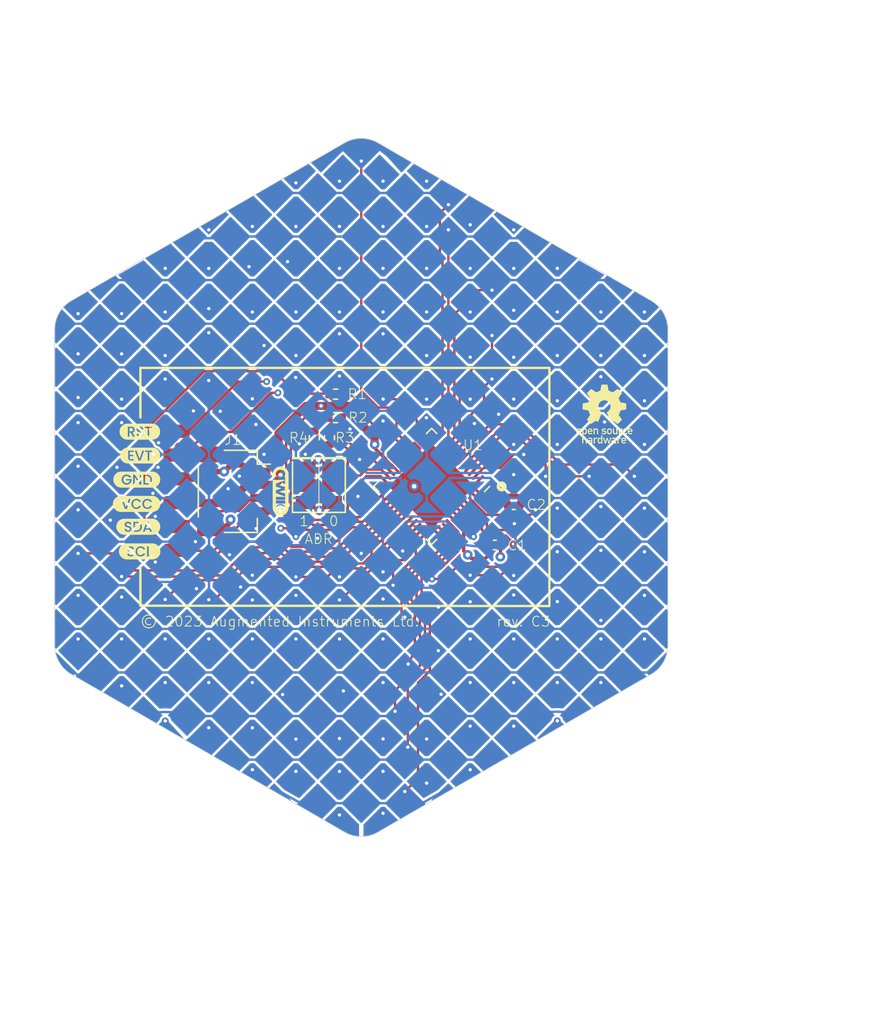
<source format=kicad_pcb>
(kicad_pcb (version 20221018) (generator pcbnew)
  (title_block (title "TRILL-HEX") (date "2023-07-13") (rev "C3") (company "BELA / Augmented Instruments Ltd.") (comment 1 "https://bela.io"))
  (layers (0 "F.Cu" signal) (1 "In1.Cu" jumper) (2 "In2.Cu" power) (31 "B.Cu" signal) (34 "B.Paste" user) (35 "F.Paste" user) (36 "B.SilkS" user "B.Silkscreen") (37 "F.SilkS" user "F.Silkscreen") (38 "B.Mask" user) (39 "F.Mask" user) (44 "Edge.Cuts" user))
  (net 0 "")
  (net 1 "VCC")
  (net 2 "GND")
  (net 3 "Net-(U1-(INT)P0[1])")
  (net 4 "Net-(U1-P3[0])")
  (net 5 "Net-(U1-P3[2])")
  (net 6 "Net-(U1-P3[4])")
  (net 7 "Net-(U1-P3[6])")
  (net 8 "Net-(U1-P4[0])")
  (net 9 "Net-(U1-P4[2])")
  (net 10 "Net-(U1-P2[0])")
  (net 11 "Net-(U1-(SDA)P1[5])")
  (net 12 "/ADDR0")
  (net 13 "/ADDR1")
  (net 14 "/EVENT")
  (net 15 "/XRES")
  (net 16 "Net-(U1-P0[7])")
  (net 17 "Net-(U1-P0[5])")
  (net 18 "Net-(U1-P2[5])")
  (net 19 "Net-(U1-P2[3])")
  (net 20 "Net-(U1-P2[1])")
  (net 21 "Net-(U1-P4[3])")
  (net 22 "Net-(U1-P1[3])")
  (net 23 "Net-(U1-(SCL)P1[7])")
  (net 24 "Net-(U1-P3[1])")
  (net 25 "Net-(U1-P3[3])")
  (net 26 "Net-(U1-P3[5])")
  (net 27 "Net-(U1-P3[7])")
  (net 28 "Net-(U1-P4[1])")
  (net 29 "Net-(U1-P2[7])")
  (net 30 "/I2C_SDA")
  (net 31 "/I2C_SCL")
  (net 32 "Net-(U1-(INT)P0[3])")
  (net 33 "Net-(U1-P2[2])")
  (net 34 "Net-(U1-P2[4])")
  (net 35 "Net-(U1-P2[6])")
  (net 36 "Net-(U1-P0[0])")
  (net 37 "Net-(U1-P0[2])")
  (net 38 "Net-(U1-P0[4])")
  (net 39 "Net-(U1-P0[6])")
  (net 40 "Net-(U1-(PR{slash}SCL)P1[1])")
  (net 41 "Net-(U1-(PR{slash}SDA)P1[0])")
  (footprint "Resistor_SMD:R_0402_1005Metric" (layer "F.Cu") (at 143.5481 86.513676 180)
    (fp_text reference "R2")
    (fp_text value "100")
  )
  (footprint "Resistor_SMD:R_0402_1005Metric" (layer "F.Cu") (at 143.5481 84.735676 180)
    (fp_text reference "R1")
    (fp_text value "100")
  )
  (footprint "Capacitor_SMD:C_0402_1005Metric" (layer "F.Cu") (at 157.0482 93.117676 180)
    (fp_text reference "C2")
    (fp_text value "2.2n")
  )
  (footprint "TRILL:TRILL_HEX_CapSense" (layer "F.Cu") (at 147.2692 94.5642)
    (fp_text reference "CS1" hide)
    (fp_text value "CapSensePad")
  )
  (footprint "TRILL:QFN-48-1EP_6x6mm_P0.4mm_EP4.6x4.6mm" (layer "F.Cu") (at 150.8252 91.725819 -135)
    (fp_text reference "U1")
    (fp_text value "CY8C206X6A")
  )
  (footprint "Resistor_SMD:R_0402_1005Metric" (layer "F.Cu") (at 141.9352 88.037676 -90)
    (fp_text reference "R4")
    (fp_text value "47k")
  )
  (footprint "TRILL:SolderJumper-2x3_P1.3mm_Open_Pad1.0x1.5mm" (layer "F.Cu") (at 143.2814 91.6432 90)
    (fp_text reference "JP1" hide)
    (fp_text value "Jumper_2x3_Open")
  )
  (footprint "TRILL:I2C+EVT_RST_Wire_connector_SMD" (layer "F.Cu") (at 131.53 91.1366)
    (fp_text reference "J2" hide)
    (fp_text value "Conn_01x06_Female")
  )
  (footprint "Capacitor_SMD:C_0402_1005Metric" (layer "F.Cu") (at 155.6131 96.165676)
    (fp_text reference "C1")
    (fp_text value "0.1u")
  )
  (footprint "Resistor_SMD:R_0402_1005Metric" (layer "F.Cu") (at 143.0782 88.037676 -90)
    (fp_text reference "R3")
    (fp_text value "47k")
  )
  (footprint "TRILL:OpenSourceHardware_Logo" (layer "F.Cu") (at 163.9316 86.7918)
    (fp_text reference "G5" hide)
    (fp_text value "OpenSourceHardware_Logo")
  )
  (footprint "TRILL:qwiic_horizontal_SMD" (layer "F.Cu") (at 135.455 92.03 -90)
    (fp_text reference "J1")
    (fp_text value "Conn_01x04_MountingPin")
  )
  (gr_line (start 159.75 100.7872) (end 159.75 82.75) (stroke (width 0.18)) (layer "F.SilkS"))
  (gr_line (start 128.75 100.7613) (end 159.75 100.7872) (stroke (width 0.18)) (layer "F.SilkS"))
  (gr_line (start 128.75 82.75) (end 128.75 86.5) (stroke (width 0.18)) (layer "F.SilkS"))
  (gr_line (start 128.75 97.7387) (end 128.75 100.7613) (stroke (width 0.18)) (layer "F.SilkS"))
  (gr_line (start 128.75 82.75) (end 159.75 82.75) (stroke (width 0.18)) (layer "F.SilkS"))
  (gr_arc (start 122.250199 79.854596) (mid 122.590482 78.584667) (end 123.520082 77.654958) (stroke (width 0.05)) (layer "Edge.Cuts"))
  (gr_arc (start 146.763716 117.911424) (mid 145.493732 118.251745) (end 144.223732 117.911483) (stroke (width 0.05)) (layer "Edge.Cuts"))
  (gr_arc (start 123.52026 105.959081) (mid 122.590502 105.029378) (end 122.2502 103.759342) (stroke (width 0.05)) (layer "Edge.Cuts"))
  (gr_arc (start 168.734741 103.759424) (mid 168.394459 105.029401) (end 167.464785 105.959101) (stroke (width 0.05)) (layer "Edge.Cuts"))
  (gr_line (start 144.22355 65.700295) (end 123.520082 77.654958) (stroke (width 0.05)) (layer "Edge.Cuts"))
  (gr_line (start 122.2502 79.854595) (end 122.2502 103.759342) (stroke (width 0.05)) (layer "Edge.Cuts"))
  (gr_line (start 168.734741 103.759423) (end 168.734741 79.854514) (stroke (width 0.05)) (layer "Edge.Cuts"))
  (gr_arc (start 167.464965 77.654941) (mid 168.394522 78.584617) (end 168.734741 79.854514) (stroke (width 0.05)) (layer "Edge.Cuts"))
  (gr_line (start 123.52026 105.95908) (end 144.223732 117.911483) (stroke (width 0.05)) (layer "Edge.Cuts"))
  (gr_line (start 167.464966 77.654939) (end 146.763897 65.700355) (stroke (width 0.05)) (layer "Edge.Cuts"))
  (gr_line (start 146.763716 117.911423) (end 167.464785 105.959101) (stroke (width 0.05)) (layer "Edge.Cuts"))
  (gr_arc (start 144.223551 65.700296) (mid 145.493732 65.359933) (end 146.763897 65.700355) (stroke (width 0.05)) (layer "Edge.Cuts"))
  (gr_text "© 2023 Augmented Instruments Ltd." (at 128.7 102.4) (layer "F.SilkS") (effects (font (size 0.75 0.75) (thickness 0.07)) (justify left bottom)))
  (gr_text "ADR" (at 141.15 96.15) (layer "F.SilkS") (effects (font (size 0.75 0.75) (thickness 0.07)) (justify left bottom)))
  (gr_text "rev. ${REVISION}" (at 155.7 102.4) (layer "F.SilkS") (effects (font (size 0.75 0.75) (thickness 0.07)) (justify left bottom)))
  (segment (start 139.2229 91.2771) (end 139.2229 87.700186) (width 0.6096) (layer "F.Cu") (net 1))
  (segment (start 153.2545 95.003648) (end 153.2545 96.602123) (width 0.254) (layer "F.Cu") (net 1))
  (segment (start 146.5072 88.545676) (end 146.5072 88.037676) (width 0.6096) (layer "F.Cu") (net 1))
  (segment (start 153.075426 94.824574) (end 153.075426 94.824573) (width 0.1778) (layer "F.Cu") (net 1))
  (segment (start 131.4704 92.985) (end 131.445 92.985) (width 0.1778) (layer "F.Cu") (net 1))
  (segment (start 143.3322 92.863676) (end 142.5702 93.498676) (width 0.1778) (layer "F.Cu") (net 1))
  (segment (start 135.415 92.985) (end 136.8 91.6) (width 0.6096) (layer "F.Cu") (net 1))
  (segment (start 136.8 91.6) (end 138.9 91.6) (width 0.6096) (layer "F.Cu") (net 1))
  (segment (start 139.2229 87.700186) (end 141.29841 85.624676) (width 0.6096) (layer "F.Cu") (net 1))
  (segment (start 131.445 92.985) (end 135.415 92.985) (width 0.6096) (layer "F.Cu") (net 1))
  (segment (start 153.075426 94.824573) (end 152.486901 94.236048) (width 0.1778) (layer "F.Cu") (net 1))
  (segment (start 138.9 91.6) (end 139.2229 91.2771) (width 0.6096) (layer "F.Cu") (net 1))
  (segment (start 142.5702 93.498676) (end 142.312869 93.541976) (width 0.1778) (layer "F.Cu") (net 1))
  (segment (start 146.5072 88.822034) (end 146.5072 88.545676) (width 0.254) (layer "F.Cu") (net 1))
  (segment (start 147.342583 89.657417) (end 147.342584 89.657417) (width 0.1778) (layer "F.Cu") (net 1))
  (segment (start 153.56191 96.909533) (end 153.834053 97.181676) (width 0.254) (layer "F.Cu") (net 1))
  (segment (start 146.5072 88.037676) (end 144.8562 86.386676) (width 0.6096) (layer "F.Cu") (net 1))
  (segment (start 155.1331 96.937776) (end 155.1331 96.165676) (width 0.254) (layer "F.Cu") (net 1))
  (segment (start 154.8892 97.181676) (end 155.1331 96.937776) (width 0.254) (layer "F.Cu") (net 1))
  (segment (start 147.342584 89.657417) (end 148.032128 90.346961) (width 0.1778) (layer "F.Cu") (net 1))
  (segment (start 153.075426 94.824574) (end 153.2545 95.003648) (width 0.254) (layer "F.Cu") (net 1))
  (segment (start 144.6022 85.624676) (end 142.4432 85.624676) (width 0.6096) (layer "F.Cu") (net 1))
  (segment (start 141.3002 92.863676) (end 142.0622 93.498676) (width 0.1778) (layer "F.Cu") (net 1))
  (segment (start 147.342583 89.657417) (end 146.5072 88.822034) (width 0.254) (layer "F.Cu") (net 1))
  (segment (start 141.29841 85.624676) (end 142.4432 85.624676) (width 0.6096) (layer "F.Cu") (net 1))
  (segment (start 142.0622 93.498676) (end 142.312869 93.541976) (width 0.1778) (layer "F.Cu") (net 1))
  (segment (start 153.834053 97.181676) (end 154.8892 97.181676) (width 0.254) (layer "F.Cu") (net 1))
  (segment (start 153.2545 96.602123) (end 153.56191 96.909533) (width 0.254) (layer "F.Cu") (net 1))
  (segment (start 144.8562 85.878676) (end 144.6022 85.624676) (width 0.6096) (layer "F.Cu") (net 1))
  (segment (start 144.8562 86.386676) (end 144.8562 85.878676) (width 0.6096) (layer "F.Cu") (net 1))
  (via (at 146.5072 88.545676) (size 0.72) (drill 0.35) (layers "F.Cu" "B.Cu") (net 1))
  (via (at 142.4432 85.624676) (size 0.52) (drill 0.25) (layers "F.Cu" "B.Cu") (net 1))
  (via (at 142.312869 93.541976) (size 0.72) (drill 0.35) (layers "F.Cu" "B.Cu") (net 1))
  (via (at 153.56191 96.909533) (size 0.72) (drill 0.35) (layers "F.Cu" "B.Cu") (net 1))
  (segment (start 136.509592 90.1) (end 137.009592 90.6) (width 0.4064) (layer "F.Cu") (net 2))
  (segment (start 154.767676 93.117676) (end 154.188992 92.538992) (width 0.1778) (layer "F.Cu") (net 2))
  (segment (start 149.8092 90.704676) (end 149.9997 90.895176) (width 0.254) (layer "F.Cu") (net 2))
  (segment (start 142.229304 89.712545) (end 141.912866 89.839545) (width 0.1778) (layer "F.Cu") (net 2))
  (segment (start 149.9997 91.2241) (end 149.9997 90.895176) (width 0.1778) (layer "F.Cu") (net 2))
  (segment (start 141.9352 88.487676) (end 143.0782 88.487676) (width 0.1778) (layer "F.Cu") (net 2))
  (segment (start 156.0631 96.165676) (end 156.0322 97.054676) (width 0.254) (layer "F.Cu") (net 2))
  (segment (start 154.188992 92.538992) (end 154.183957 92.538992) (width 0.1778) (layer "F.Cu") (net 2))
  (segment (start 143.0782 88.487676) (end 143.0782 90.209676) (width 0.1778) (layer "F.Cu") (net 2))
  (segment (start 153.370784 91.725819) (end 150.8252 91.725819) (width 0.1778) (layer "F.Cu") (net 2))
  (segment (start 135.6 90.1) (end 136.509592 90.1) (width 0.4064) (layer "F.Cu") (net 2))
  (segment (start 137.009592 90.6) (end 137.9 90.6) (width 0.4064) (layer "F.Cu") (net 2))
  (segment (start 133.3 90.6) (end 132.7184 91.1816) (width 0.4064) (layer "F.Cu") (net 2))
  (segment (start 135.1 90.6) (end 134.1 90.6) (width 0.4064) (layer "F.Cu") (net 2))
  (segment (start 149.9997 90.895176) (end 150.8252 91.720676) (width 0.254) (layer "F.Cu") (net 2))
  (segment (start 135.5852 94.234) (end 135.5852 94.4148) (width 0.4064) (layer "F.Cu") (net 2))
  (segment (start 132.7184 91.1816) (end 131.4704 91.1816) (width 0.4064) (layer "F.Cu") (net 2))
  (segment (start 143.3322 90.463676) (end 142.7102 89.955676) (width 0.1778) (layer "F.Cu") (net 2))
  (segment (start 154.767676 93.117676) (end 156.5982 93.117676) (width 0.254) (layer "F.Cu") (net 2))
  (segment (start 135.1 94.9) (end 134.025 94.9) (width 0.4064) (layer "F.Cu") (net 2))
  (segment (start 149.791423 90.4092) (end 149.8092 90.4092) (width 0.1778) (layer "F.Cu") (net 2))
  (segment (start 134.1 90.6) (end 134.1 89.375) (width 0.4064) (layer "F.Cu") (net 2))
  (segment (start 142.7102 89.955676) (end 142.229304 89.712545) (width 0.1778) (layer "F.Cu") (net 2))
  (segment (start 134.1 90.6) (end 133.3 90.6) (width 0.4064) (layer "F.Cu") (net 2))
  (segment (start 148.880656 89.498433) (end 149.791423 90.4092) (width 0.1778) (layer "F.Cu") (net 2))
  (segment (start 143.0782 90.209676) (end 143.3322 90.463676) (width 0.1778) (layer "F.Cu") (net 2))
  (segment (start 135.5852 94.4148) (end 135.1 94.9) (width 0.4064) (layer "F.Cu") (net 2))
  (segment (start 134.1 89.375) (end 134.025 89.3) (width 0.4064) (layer "F.Cu") (net 2))
  (segment (start 135.1 90.6) (end 135.6 90.1) (width 0.4064) (layer "F.Cu") (net 2))
  (segment (start 149.5044 91.7194) (end 149.9997 91.2241) (width 0.1778) (layer "F.Cu") (net 2))
  (segment (start 149.8092 90.4092) (end 149.8092 90.704676) (width 0.254) (layer "F.Cu") (net 2))
  (segment (start 154.183957 92.538992) (end 153.370784 91.725819) (width 0.1778) (layer "F.Cu") (net 2))
  (segment (start 141.912866 89.839545) (end 141.3002 90.463676) (width 0.1778) (layer "F.Cu") (net 2))
  (via (at 142.229304 89.712545) (size 0.72) (drill 0.35) (layers "F.Cu" "B.Cu") (net 2))
  (via (at 156.0322 97.054676) (size 0.72) (drill 0.35) (layers "F.Cu" "B.Cu") (net 2))
  (via (at 135.5852 94.234) (size 0.75) (drill 0.35) (layers "F.Cu" "B.Cu") (net 2))
  (via (at 135.1 90.6) (size 0.75) (drill 0.35) (layers "F.Cu" "B.Cu") (net 2))
  (via (at 149.5044 91.7194) (size 0.72) (drill 0.35) (layers "F.Cu" "B.Cu") (net 2))
  (segment (start 156.191743 92.55) (end 156.021367 92.720376) (width 0.1778) (layer "F.Cu") (net 3))
  (segment (start 157.346524 92.4) (end 157.4982 92.551676) (width 0.254) (layer "F.Cu") (net 3))
  (segment (start 156.341743 92.4) (end 157.346524 92.4) (width 0.254) (layer "F.Cu") (net 3))
  (segment (start 154.931027 92.720376) (end 154.4668 92.256149) (width 0.1778) (layer "F.Cu") (net 3))
  (segment (start 157.4982 92.551676) (end 157.4982 93.117676) (width 0.254) (layer "F.Cu") (net 3))
  (segment (start 156.191743 92.55) (end 156.341743 92.4) (width 0.254) (layer "F.Cu") (net 3))
  (segment (start 156.021367 92.720376) (end 154.931027 92.720376) (width 0.1778) (layer "F.Cu") (net 3))
  (segment (start 133.359576 98.092476) (end 128.001117 98.092476) (width 0.1778) (layer "F.Cu") (net 4))
  (segment (start 144.789982 94.823842) (end 143.5862 95.911676) (width 0.1778) (layer "F.Cu") (net 4))
  (segment (start 145.747279 94.823842) (end 144.789982 94.823842) (width 0.1778) (layer "F.Cu") (net 4))
  (segment (start 135.540376 95.911676) (end 133.359576 98.092476) (width 0.1778) (layer "F.Cu") (net 4))
  (segment (start 142.838317 95.911676) (end 142.453717 96.296276) (width 0.1778) (layer "F.Cu") (net 4))
  (segment (start 139.7762 95.911676) (end 135.540376 95.911676) (width 0.1778) (layer "F.Cu") (net 4))
  (segment (start 140.1608 96.296276) (end 139.7762 95.911676) (width 0.1778) (layer "F.Cu") (net 4))
  (segment (start 143.5862 95.911676) (end 142.838317 95.911676) (width 0.1778) (layer "F.Cu") (net 4))
  (segment (start 128.001117 98.092476) (end 126.709317 96.800676) (width 0.1778) (layer "F.Cu") (net 4))
  (segment (start 147.749286 92.821835) (end 145.747279 94.823842) (width 0.1778) (layer "F.Cu") (net 4))
  (segment (start 126.709317 96.800676) (end 124.0282 96.800676) (width 0.1778) (layer "F.Cu") (net 4))
  (segment (start 142.453717 96.296276) (end 140.1608 96.296276) (width 0.1778) (layer "F.Cu") (net 4))
  (via (at 124.0282 90.196676) (size 0.52) (drill 0.25) (layers "F.Cu" "B.Cu") (net 4))
  (via (at 124.0282 103.277676) (size 0.52) (drill 0.25) (layers "F.Cu" "B.Cu") (net 4))
  (via (at 124.0282 93.498676) (size 0.52) (drill 0.25) (layers "F.Cu" "B.Cu") (net 4))
  (via (at 124.0282 78.639676) (size 0.52) (drill 0.25) (layers "F.Cu" "B.Cu") (net 4))
  (via (at 124.0282 86.894676) (size 0.52) (drill 0.25) (layers "F.Cu" "B.Cu") (net 4))
  (via (at 124.0282 81.687676) (size 0.52) (drill 0.25) (layers "F.Cu" "B.Cu") (net 4))
  (via (at 124.0282 84.989676) (size 0.52) (drill 0.25) (layers "F.Cu" "B.Cu") (net 4))
  (via (at 124.0282 96.800676) (size 0.52) (drill 0.25) (layers "F.Cu" "B.Cu") (net 4))
  (via (at 124.0282 99.975676) (size 0.52) (drill 0.25) (layers "F.Cu" "B.Cu") (net 4))
  (segment (start 124.0282 103.404676) (end 124.1552 103.531676) (width 0.1778) (layer "B.Cu") (net 4))
  (segment (start 124.0282 103.277676) (end 124.0282 103.404676) (width 0.1778) (layer "B.Cu") (net 4))
  (segment (start 127.3302 98.55) (end 131.574214 98.55) (width 0.1778) (layer "F.Cu") (net 5))
  (segment (start 143.020566 96.411008) (end 143.647169 96.414839) (width 0.1778) (layer "F.Cu") (net 5))
  (segment (start 144.2212 95.911676) (end 144.8562 95.276676) (width 0.1778) (layer "F.Cu") (net 5))
  (segment (start 137.03666 96.340955) (end 139.583629 96.337351) (width 0.1778) (layer "F.Cu") (net 5))
  (segment (start 144.8562 95.276676) (end 145.860129 95.276676) (width 0.1778) (layer "F.Cu") (net 5))
  (segment (start 139.583629 96.337351) (end 139.9032 96.673676) (width 0.1778) (layer "F.Cu") (net 5))
  (segment (start 142.734013 96.653701) (end 143.020566 96.411008) (width 0.1778) (layer "F.Cu") (net 5))
  (segment (start 135.191185 98.210692) (end 135.191185 98.197676) (width 0.1778) (layer "F.Cu") (net 5))
  (segment (start 131.574214 98.55) (end 131.650738 98.473476) (width 0.1778) (layer "F.Cu") (net 5))
  (segment (start 139.9032 96.673676) (end 141.1732 96.673676) (width 0.1778) (layer "F.Cu") (net 5))
  (segment (start 131.650738 98.473476) (end 134.928401 98.473476) (width 0.1778) (layer "F.Cu") (net 5))
  (segment (start 145.860129 95.276676) (end 148.032128 93.104677) (width 0.1778) (layer "F.Cu") (net 5))
  (segment (start 141.1732 96.673676) (end 141.163366 96.671111) (width 0.1778) (layer "F.Cu") (net 5))
  (segment (start 141.163366 96.671111) (end 142.734013 96.653701) (width 0.1778) (layer "F.Cu") (net 5))
  (segment (start 135.191185 98.197676) (end 137.03666 96.340955) (width 0.1778) (layer "F.Cu") (net 5))
  (segment (start 134.928401 98.473476) (end 135.191185 98.210692) (width 0.1778) (layer "F.Cu") (net 5))
  (segment (start 143.647169 96.414839) (end 144.2212 95.911676) (width 0.1778) (layer "F.Cu") (net 5))
  (via (at 127.3302 81.687676) (size 0.52) (drill 0.25) (layers "F.Cu" "B.Cu") (net 5))
  (via (at 127.3302 100.102676) (size 0.52) (drill 0.25) (layers "F.Cu" "B.Cu") (net 5))
  (via (at 127.3302 85.116676) (size 0.52) (drill 0.25) (layers "F.Cu" "B.Cu") (net 5))
  (via (at 127.3302 86.894676) (size 0.52) (drill 0.25) (layers "F.Cu" "B.Cu") (net 5))
  (via (at 126.4666 94.2848) (size 0.52) (drill 0.25) (layers "F.Cu" "B.Cu") (net 5))
  (via (at 127.3302 78.639676) (size 0.52) (drill 0.25) (layers "F.Cu" "B.Cu") (net 5))
  (via (at 127.3302 106.833676) (size 0.52) (drill 0.25) (layers "F.Cu" "B.Cu") (net 5))
  (via (at 126.9746 90.2716) (size 0.52) (drill 0.25) (layers "F.Cu" "B.Cu") (net 5))
  (via (at 127.3302 103.277676) (size 0.52) (drill 0.25) (layers "F.Cu" "B.Cu") (net 5))
  (via (at 127.3302 98.55) (size 0.52) (drill 0.25) (layers "F.Cu" "B.Cu") (net 5))
  (segment (start 127.3302 78.639676) (end 127.4572 78.512676) (width 0.1778) (layer "B.Cu") (net 5))
  (segment (start 139.770065 97.050446) (end 142.878903 97.050446) (width 0.1778) (layer "F.Cu") (net 6))
  (segment (start 137.264187 96.772689) (end 139.367213 96.772689) (width 0.1778) (layer "F.Cu") (net 6))
  (segment (start 132.089524 98.832676) (end 135.2042 98.832676) (width 0.1778) (layer "F.Cu") (net 6))
  (segment (start 146.01094 95.691551) (end 148.314971 93.38752) (width 0.1778) (layer "F.Cu") (net 6))
  (segment (start 135.2042 98.832676) (end 137.264187 96.772689) (width 0.1778) (layer "F.Cu") (net 6))
  (segment (start 144.949325 95.691551) (end 146.01094 95.691551) (width 0.1778) (layer "F.Cu") (net 6))
  (segment (start 143.14286 96.786489) (end 143.870035 96.786489) (width 0.1778) (layer "F.Cu") (net 6))
  (segment (start 142.878903 97.050446) (end 143.14286 96.786489) (width 0.1778) (layer "F.Cu") (net 6))
  (segment (start 130.6322 100.29) (end 132.089524 98.832676) (width 0.1778) (layer "F.Cu") (net 6))
  (segment (start 143.870035 96.786489) (end 144.949325 95.691551) (width 0.1778) (layer "F.Cu") (net 6))
  (segment (start 139.367213 96.772689) (end 139.770065 97.050446) (width 0.1778) (layer "F.Cu") (net 6))
  (via (at 130.13 88.42) (size 0.52) (drill 0.25) (layers "F.Cu" "B.Cu") (net 6))
  (via (at 130.086254 90.280707) (size 0.52) (drill 0.25) (layers "F.Cu" "B.Cu") (net 6))
  (via (at 130.6322 106.579676) (size 0.52) (drill 0.25) (layers "F.Cu" "B.Cu") (net 6))
  (via (at 129.88 94) (size 0.52) (drill 0.25) (layers "F.Cu" "B.Cu") (net 6))
  (via (at 129.882812 97.454376) (size 0.52) (drill 0.25) (layers "F.Cu" "B.Cu") (net 6))
  (via (at 130.636804 109.489164) (size 0.52) (drill 0.25) (layers "F.Cu" "B.Cu") (net 6))
  (via (at 130.6322 83.5878) (size 0.52) (drill 0.25) (layers "F.Cu" "B.Cu") (net 6))
  (via (at 130.6322 75.210676) (size 0.52) (drill 0.25) (layers "F.Cu" "B.Cu") (net 6))
  (via (at 130.6322 103.277676) (size 0.52) (drill 0.25) (layers "F.Cu" "B.Cu") (net 6))
  (via (at 130.6322 81.814676) (size 0.52) (drill 0.25) (layers "F.Cu" "B.Cu") (net 6))
  (via (at 130.6322 78.512676) (size 0.52) (drill 0.25) (layers "F.Cu" "B.Cu") (net 6))
  (via (at 130.6322 100.29) (size 0.52) (drill 0.25) (layers "F.Cu" "B.Cu") (net 6))
  (segment (start 130.6322 109.627676) (end 130.7592 109.754676) (width 0.1778) (layer "B.Cu") (net 6))
  (segment (start 144.4752 96.800676) (end 145.129947 96.104686) (width 0.1778) (layer "F.Cu") (net 7))
  (segment (start 133.9342 100.3042) (end 134.367677 100.3042) (width 0.1778) (layer "F.Cu") (net 7))
  (segment (start 139.171725 97.212201) (end 139.7762 97.435676) (width 0.1778) (layer "F.Cu") (net 7))
  (segment (start 141.5542 97.435676) (end 141.645125 97.431651) (width 0.1778) (layer "F.Cu") (net 7))
  (segment (start 146.163491 96.104686) (end 148.597814 93.670363) (width 0.1778) (layer "F.Cu") (net 7))
  (segment (start 141.645125 97.431651) (end 143.01125 97.431651) (width 0.1778) (layer "F.Cu") (net 7))
  (segment (start 137.435982 97.212201) (end 139.171725 97.212201) (width 0.1778) (layer "F.Cu") (net 7))
  (segment (start 144.000938 97.185611) (end 144.4752 96.800676) (width 0.1778) (layer "F.Cu") (net 7))
  (segment (start 139.7762 97.435676) (end 141.5542 97.435676) (width 0.1778) (layer "F.Cu") (net 7))
  (segment (start 143.01125 97.431651) (end 143.274697 97.197601) (width 0.1778) (layer "F.Cu") (net 7))
  (segment (start 145.129947 96.104686) (end 146.163491 96.104686) (width 0.1778) (layer "F.Cu") (net 7))
  (segment (start 137.435982 97.235895) (end 137.435982 97.212201) (width 0.1778) (layer "F.Cu") (net 7))
  (segment (start 143.274697 97.197601) (end 144.000938 97.185611) (width 0.1778) (layer "F.Cu") (net 7))
  (segment (start 134.367677 100.3042) (end 137.435982 97.235895) (width 0.1778) (layer "F.Cu") (net 7))
  (via (at 133.9342 110.008676) (size 0.52) (drill 0.25) (layers "F.Cu" "B.Cu") (net 7))
  (via (at 133.9342 100.3042) (size 0.52) (drill 0.25) (layers "F.Cu" "B.Cu") (net 7))
  (via (at 133.9342 75.210676) (size 0.52) (drill 0.25) (layers "F.Cu" "B.Cu") (net 7))
  (via (at 133.9342 78.258676) (size 0.52) (drill 0.25) (layers "F.Cu" "B.Cu") (net 7))
  (via (at 133.9342 83.7) (size 0.52) (drill 0.25) (layers "F.Cu" "B.Cu") (net 7))
  (via (at 133.9342 80.0862) (size 0.52) (drill 0.25) (layers "F.Cu" "B.Cu") (net 7))
  (via (at 133.9342 106.579676) (size 0.52) (drill 0.25) (layers "F.Cu" "B.Cu") (net 7))
  (via (at 133.9342 103.277676) (size 0.52) (drill 0.25) (layers "F.Cu" "B.Cu") (net 7))
  (via (at 133.9342 72.289676) (size 0.52) (drill 0.25) (layers "F.Cu" "B.Cu") (net 7))
  (segment (start 133.95 94.05) (end 133.8 94.2) (width 0.1778) (layer "B.Cu") (net 7))
  (segment (start 133.75 88.5) (end 133.95 88.7) (width 0.1778) (layer "B.Cu") (net 7))
  (segment (start 133.8 94.2) (end 133.8 95.1) (width 0.1778) (layer "B.Cu") (net 7))
  (segment (start 133.95 90.5) (end 133.75 90.7) (width 0.1778) (layer "B.Cu") (net 7))
  (segment (start 133.9342 87.4658) (end 133.75 87.65) (width 0.1778) (layer "B.Cu") (net 7))
  (segment (start 133.95 98.6) (end 133.95 100.2884) (width 0.1778) (layer "B.Cu") (net 7))
  (segment (start 133.75 90.7) (end 133.75 91.6) (width 0.1778) (layer "B.Cu") (net 7))
  (segment (start 133.95 95.25) (end 133.95 98) (width 0.1778) (layer "B.Cu") (net 7))
  (segment (start 133.8 98.45) (end 133.95 98.6) (width 0.1778) (layer "B.Cu") (net 7))
  (segment (start 133.8 98.15) (end 133.8 98.45) (width 0.1778) (layer "B.Cu") (net 7))
  (segment (start 133.95 100.2884) (end 133.9342 100.3042) (width 0.1778) (layer "B.Cu") (net 7))
  (segment (start 133.95 98) (end 133.8 98.15) (width 0.1778) (layer "B.Cu") (net 7))
  (segment (start 133.95 91.8) (end 133.95 94.05) (width 0.1778) (layer "B.Cu") (net 7))
  (segment (start 133.9342 83.7) (end 133.9342 87.4658) (width 0.1778) (layer "B.Cu") (net 7))
  (segment (start 133.95 88.7) (end 133.95 90.5) (width 0.1778) (layer "B.Cu") (net 7))
  (segment (start 133.9342 100.3042) (end 133.9342 99.9342) (width 0.1778) (layer "B.Cu") (net 7))
  (segment (start 133.9342 72.289676) (end 134.1882 72.035676) (width 0.1778) (layer "B.Cu") (net 7))
  (segment (start 133.8 95.1) (end 133.95 95.25) (width 0.1778) (layer "B.Cu") (net 7))
  (segment (start 133.75 91.6) (end 133.95 91.8) (width 0.1778) (layer "B.Cu") (net 7))
  (segment (start 133.75 87.65) (end 133.75 88.5) (width 0.1778) (layer "B.Cu") (net 7))
  (segment (start 148.880656 93.953205) (end 146.275 96.558861) (width 0.1778) (layer "F.Cu") (net 8))
  (segment (start 146.275 96.558861) (end 146.275 96.919993) (width 0.1778) (layer "F.Cu") (net 8))
  (segment (start 143.168122 97.816676) (end 137.8712 97.816676) (width 0.1778) (layer "F.Cu") (net 8))
  (segment (start 145.632317 97.562676) (end 143.422122 97.562676) (width 0.1778) (layer "F.Cu") (net 8))
  (segment (start 137.8712 97.816676) (end 137.2362 98.451676) (width 0.1778) (layer "F.Cu") (net 8))
  (segment (start 146.275 96.919993) (end 145.632317 97.562676) (width 0.1778) (layer "F.Cu") (net 8))
  (segment (start 143.422122 97.562676) (end 143.168122 97.816676) (width 0.1778) (layer "F.Cu") (net 8))
  (via (at 137.2362 103.277676) (size 0.52) (drill 0.25) (layers "F.Cu" "B.Cu") (net 8))
  (via (at 136.25 90.95) (size 0.55) (drill 0.25) (layers "F.Cu" "B.Cu") (net 8))
  (via (at 137.2362 113.183676) (size 0.52) (drill 0.25) (layers "F.Cu" "B.Cu") (net 8))
  (via (at 137.507718 87.034269) (size 0.52) (drill 0.25) (layers "F.Cu" "B.Cu") (net 8))
  (via (at 136.9822 75.083676) (size 0.52) (drill 0.25) (layers "F.Cu" "B.Cu") (net 8))
  (via (at 137.2362 78.512676) (size 0.52) (drill 0.25) (layers "F.Cu" "B.Cu") (net 8))
  (via (at 137.2362 85.09) (size 0.52) (drill 0.25) (layers "F.Cu" "B.Cu") (net 8))
  (via (at 137.2362 110.008676) (size 0.52) (drill 0.25) (layers "F.Cu" "B.Cu") (net 8))
  (via (at 137.524999 94.924999) (size 0.52) (drill 0.25) (layers "F.Cu" "B.Cu") (net 8))
  (via (at 137.2362 72.035676) (size 0.52) (drill 0.25) (layers "F.Cu" "B.Cu") (net 8))
  (via (at 137.2362 98.451676) (size 0.52) (drill 0.25) (layers "F.Cu" "B.Cu") (net 8))
  (via (at 137.2362 100.3238) (size 0.52) (drill 0.25) (layers "F.Cu" "B.Cu") (net 8))
  (via (at 137.2362 106.579676) (size 0.52) (drill 0.25) (layers "F.Cu" "B.Cu") (net 8))
  (via (at 138.1252 81.052676) (size 0.52) (drill 0.25) (layers "F.Cu" "B.Cu") (net 8))
  (segment (start 137.2362 72.035676) (end 137.3632 71.908676) (width 0.1778) (layer "B.Cu") (net 8))
  (segment (start 145.809924 97.940076) (end 143.561157 97.940076) (width 0.1778) (layer "F.Cu") (net 9))
  (segment (start 149.163499 94.236048) (end 146.6342 96.765347) (width 0.1778) (layer "F.Cu") (net 9))
  (segment (start 142.922557 98.578676) (end 140.5382 98.578676) (width 0.1778) (layer "F.Cu") (net 9))
  (segment (start 146.6342 96.765347) (end 146.6342 97.1158) (width 0.1778) (layer "F.Cu") (net 9))
  (segment (start 143.561157 97.940076) (end 142.922557 98.578676) (width 0.1778) (layer "F.Cu") (net 9))
  (segment (start 146.6342 97.1158) (end 145.809924 97.940076) (width 0.1778) (layer "F.Cu") (net 9))
  (via (at 139.53 107.49) (size 0.52) (drill 0.25) (layers "F.Cu" "B.Cu") (net 9))
  (via (at 140.5382 95.530676) (size 0.52) (drill 0.25) (layers "F.Cu" "B.Cu") (net 9))
  (via (at 140.5382 81.814676) (size 0.52) (drill 0.25) (layers "F.Cu" "B.Cu") (net 9))
  (via (at 140.5382 72.035676) (size 0.52) (drill 0.25) (layers "F.Cu" "B.Cu") (net 9))
  (via (at 140.5382 98.578676) (size 0.52) (drill 0.25) (layers "F.Cu" "B.Cu") (net 9))
  (via (at 140.5382 78.512676) (size 0.52) (drill 0.25) (layers "F.Cu" "B.Cu") (net 9))
  (via (at 140.5382 113.310676) (size 0.52) (drill 0.25) (layers "F.Cu" "B.Cu") (net 9))
  (via (at 140.52 83.47) (size 0.52) (drill 0.25) (layers "F.Cu" "B.Cu") (net 9))
  (via (at 140.5382 68.733676) (size 0.52) (drill 0.25) (layers "F.Cu" "B.Cu") (net 9))
  (via (at 139.9032 74.702676) (size 0.52) (drill 0.25) (layers "F.Cu" "B.Cu") (net 9))
  (via (at 140.5382 110.8682) (size 0.52) (drill 0.25) (layers "F.Cu" "B.Cu") (net 9))
  (via (at 140.7953 88.497095) (size 0.52) (drill 0.25) (layers "F.Cu" "B.Cu") (net 9))
  (via (at 140.5382 99.975676) (size 0.52) (drill 0.25) (layers "F.Cu" "B.Cu") (net 9))
  (via (at 140.5382 103.277676) (size 0.52) (drill 0.25) (layers "F.Cu" "B.Cu") (net 9))
  (segment (start 140.7953 88.497095) (end 140.5382 88.754195) (width 0.1778) (layer "B.Cu") (net 9))
  (segment (start 140.5382 90.196676) (end 139.9032 90.831676) (width 0.1778) (layer "B.Cu") (net 9))
  (segment (start 140.5382 88.754195) (end 140.5382 90.196676) (width 0.1778) (layer "B.Cu") (net 9))
  (segment (start 140.5382 68.733676) (end 140.6652 68.733676) (width 0.1778) (layer "B.Cu") (net 9))
  (segment (start 143.8402 100.3198) (end 143.938186 100.3198) (width 0.1778) (layer "F.Cu") (net 10))
  (segment (start 146.993401 97.264585) (end 146.993401 96.971832) (width 0.1778) (layer "F.Cu") (net 10))
  (segment (start 143.938186 100.3198) (end 146.993401 97.264585) (width 0.1778) (layer "F.Cu") (net 10))
  (segment (start 146.993401 96.971832) (end 149.446342 94.518891) (width 0.1778) (layer "F.Cu") (net 10))
  (via (at 144.135324 107.214676) (size 0.52) (drill 0.25) (layers "F.Cu" "B.Cu") (net 10))
  (via (at 143.8402 75.210676) (size 0.52) (drill 0.25) (layers "F.Cu" "B.Cu") (net 10))
  (via (at 143.8402 83.3602) (size 0.52) (drill 0.25) (layers "F.Cu" "B.Cu") (net 10))
  (via (at 143.8402 116.612676) (size 0.52) (drill 0.25) (layers "F.Cu" "B.Cu") (net 10))
  (via (at 143.8402 103.277676) (size 0.52) (drill 0.25) (layers "F.Cu" "B.Cu") (net 10))
  (via (at 144.6362 87.376) (size 0.52) (drill 0.25) (layers "F.Cu" "B.Cu") (net 10))
  (via (at 143.8402 68.606676) (size 0.52) (drill 0.25) (layers "F.Cu" "B.Cu") (net 10))
  (via (at 143.8402 113.310676) (size 0.52) (drill 0.25) (layers "F.Cu" "B.Cu") (net 10))
  (via (at 143.8402 80.163676) (size 0.52) (drill 0.25) (layers "F.Cu" "B.Cu") (net 10))
  (via (at 143.8402 98.578676) (size 0.52) (drill 0.25) (layers "F.Cu" "B.Cu") (net 10))
  (via (at 143.8402 100.3198) (size 0.52) (drill 0.25) (layers "F.Cu" "B.Cu") (net 10))
  (via (at 143.8402 72.035676) (size 0.52) (drill 0.25) (layers "F.Cu" "B.Cu") (net 10))
  (via (at 143.8402 110.8202) (size 0.52) (drill 0.25) (layers "F.Cu" "B.Cu") (net 10))
  (via (at 143.8402 78.512676) (size 0.52) (drill 0.25) (layers "F.Cu" "B.Cu") (net 10))
  (segment (start 143.9672 90.958676) (end 143.8402 90.831676) (width 0.1778) (layer "B.Cu") (net 10))
  (segment (start 143.9672 68.606676) (end 144.2212 68.352676) (width 0.1778) (layer "B.Cu") (net 10))
  (segment (start 143.8402 94.133676) (end 143.8402 91.085676) (width 0.1778) (layer "B.Cu") (net 10))
  (segment (start 143.8402 68.606676) (end 143.9672 68.606676) (width 0.1778) (layer "B.Cu") (net 10))
  (segment (start 143.8402 94.641676) (end 144.0942 94.387676) (width 0.1778) (layer "B.Cu") (net 10))
  (segment (start 143.8402 91.085676) (end 143.9672 90.958676) (width 0.1778) (layer "B.Cu") (net 10))
  (segment (start 143.8402 98.578676) (end 143.8402 94.641676) (width 0.1778) (layer "B.Cu") (net 10))
  (segment (start 144.0942 94.387676) (end 143.8402 94.133676) (width 0.1778) (layer "B.Cu") (net 10))
  (segment (start 147.15 85.113576) (end 148.102044 85.113576) (width 0.1778) (layer "F.Cu") (net 11))
  (segment (start 148.102044 85.113576) (end 149.7 86.711532) (width 0.1778) (layer "F.Cu") (net 11))
  (segment (start 149.7 87.489349) (end 150.29487 88.084219) (width 0.1778) (layer "F.Cu") (net 11))
  (segment (start 149.7 86.711532) (end 149.7 87.489349) (width 0.1778) (layer "F.Cu") (net 11))
  (via (at 147.1422 100.2522) (size 0.52) (drill 0.25) (layers "F.Cu" "B.Cu") (net 11))
  (via (at 147.1422 113.310676) (size 0.52) (drill 0.25) (layers "F.Cu" "B.Cu") (net 11))
  (via (at 147.1422 80.163676) (size 0.52) (drill 0.25) (layers "F.Cu" "B.Cu") (net 11))
  (via (at 147.1422 116.485676) (size 0.52) (drill 0.25) (layers "F.Cu" "B.Cu") (net 11))
  (via (at 147.1422 86.767676) (size 0.52) (drill 0.25) (layers "F.Cu" "B.Cu") (net 11))
  (via (at 147.1422 110.8522) (size 0.52) (drill 0.25) (layers "F.Cu" "B.Cu") (net 11))
  (via (at 147.1422 75.210676) (size 0.52) (drill 0.25) (layers "F.Cu" "B.Cu") (net 11))
  (via (at 147.1422 72.035676) (size 0.52) (drill 0.25) (layers "F.Cu" "B.Cu") (net 11))
  (via (at 147.15 85.113576) (size 0.52) (drill 0.25) (layers "F.Cu" "B.Cu") (net 11))
  (via (at 147.1422 68.606676) (size 0.52) (drill 0.25) (layers "F.Cu" "B.Cu") (net 11))
  (via (at 147.1422 98.197676) (size 0.52) (drill 0.25) (layers "F.Cu" "B.Cu") (net 11))
  (via (at 147.1422 103.277676) (size 0.52) (drill 0.25) (layers "F.Cu" "B.Cu") (net 11))
  (via (at 147.1422 106.579676) (size 0.52) (drill 0.25) (layers "F.Cu" "B.Cu") (net 11))
  (via (at 147.1422 78.512676) (size 0.52) (drill 0.25) (layers "F.Cu" "B.Cu") (net 11))
  (segment (start 147.45 88.6) (end 147.15 88.9) (width 0.1778) (layer "B.Cu") (net 11))
  (segment (start 147.1422 86.767676) (end 147.45 87.075476) (width 0.1778) (layer "B.Cu") (net 11))
  (segment (start 147.1422 95.149676) (end 147.5232 94.641676) (width 0.1778) (layer "B.Cu") (net 11))
  (segment (start 147.1422 93.752676) (end 147.1422 91.720676) (width 0.1778) (layer "B.Cu") (net 11))
  (segment (start 147.1422 91.720676) (end 146.8882 91.466676) (width 0.1778) (layer "B.Cu") (net 11))
  (segment (start 147.45 87.075476) (end 147.45 88.6) (width 0.1778) (layer "B.Cu") (net 11))
  (segment (start 147.5232 94.641676) (end 147.1422 93.752676) (width 0.1778) (layer "B.Cu") (net 11))
  (segment (start 147.15 89.95) (end 147.3 90.1) (width 0.1778) (layer "B.Cu") (net 11))
  (segment (start 147.1422 116.485676) (end 147.2692 116.612676) (width 0.1778) (layer "B.Cu") (net 11))
  (segment (start 147.15 88.9) (end 147.15 89.95) (width 0.1778) (layer "B.Cu") (net 11))
  (segment (start 147.1422 98.197676) (end 147.1422 95.149676) (width 0.1778) (layer "B.Cu") (net 11))
  (segment (start 147.003797 90.45) (end 147.466443 90.912646) (width 0.1778) (layer "F.Cu") (net 12))
  (segment (start 145.858773 90.45) (end 147.003797 90.45) (width 0.1778) (layer "F.Cu") (net 12))
  (segment (start 144.4752 90.577676) (end 144.7927 90.895176) (width 0.1778) (layer "F.Cu") (net 12))
  (segment (start 144.0242 91.663676) (end 144.7927 90.895176) (width 0.1778) (layer "F.Cu") (net 12))
  (segment (start 144.4752 88.926676) (end 144.4752 90.577676) (width 0.1778) (layer "F.Cu") (net 12))
  (segment (start 145.413597 90.895176) (end 145.858773 90.45) (width 0.1778) (layer "F.Cu") (net 12))
  (segment (start 143.3902 87.841676) (end 144.4752 88.926676) (width 0.1778) (layer "F.Cu") (net 12))
  (segment (start 144.7927 90.895176) (end 145.413597 90.895176) (width 0.1778) (layer "F.Cu") (net 12))
  (segment (start 143.0782 87.587676) (end 143.3902 87.841676) (width 0.1778) (layer "F.Cu") (net 12))
  (segment (start 143.3322 91.663676) (end 144.0242 91.663676) (width 0.1778) (layer "F.Cu") (net 12))
  (segment (start 141.9352 94.260676) (end 141.8082 94.133676) (width 0.1778) (layer "F.Cu") (net 13))
  (segment (start 146.938111 90.95) (end 145.866759 90.95) (width 0.1778) (layer "F.Cu") (net 13))
  (segment (start 140.1572 93.752676) (end 140.1572 91.720676) (width 0.1778) (layer "F.Cu") (net 13))
  (segment (start 141.875924 87.5284) (end 141.8752 87.527676) (width 0.1778) (layer "F.Cu") (net 13))
  (segment (start 147.1836 91.195489) (end 146.938111 90.95) (width 0.1778) (layer "F.Cu") (net 13))
  (segment (start 140.5382 94.133676) (end 140.1572 93.752676) (width 0.1778) (layer "F.Cu") (net 13))
  (segment (start 140.1572 91.720676) (end 141.2432 91.720676) (width 0.1778) (layer "F.Cu") (net 13))
  (segment (start 144.4752 93.498676) (end 143.8402 94.133676) (width 0.1778) (layer "F.Cu") (net 13))
  (segment (start 140.1572 88.232078) (end 140.1572 91.720676) (width 0.1778) (layer "F.Cu") (net 13))
  (segment (start 140.861602 87.527676) (end 140.1572 88.232078) (width 0.1778) (layer "F.Cu") (net 13))
  (segment (start 144.4752 92.341559) (end 144.4752 93.498676) (width 0.1778) (layer "F.Cu") (net 13))
  (segment (start 145.866759 90.95) (end 144.4752 92.341559) (width 0.1778) (layer "F.Cu") (net 13))
  (segment (start 143.8402 94.133676) (end 142.8242 94.133676) (width 0.1778) (layer "F.Cu") (net 13))
  (segment (start 142.6972 94.260676) (end 141.9352 94.260676) (width 0.1778) (layer "F.Cu") (net 13))
  (segment (start 141.2432 91.720676) (end 141.3002 91.663676) (width 0.1778) (layer "F.Cu") (net 13))
  (segment (start 141.8082 94.133676) (end 140.5382 94.133676) (width 0.1778) (layer "F.Cu") (net 13))
  (segment (start 141.8752 87.527676) (end 140.861602 87.527676) (width 0.1778) (layer "F.Cu") (net 13))
  (segment (start 142.8242 94.133676) (end 142.6972 94.260676) (width 0.1778) (layer "F.Cu") (net 13))
  (segment (start 147.1836 92.256149) (end 145.391763 94.047986) (width 0.1778) (layer "F.Cu") (net 14))
  (segment (start 141.8082 94.641676) (end 141.6812 94.514676) (width 0.1778) (layer "F.Cu") (net 14))
  (segment (start 132.9 88.5) (end 131.6 88.5) (width 0.1778) (layer "F.Cu") (net 14))
  (segment (start 144.046093 94.514676) (end 143.0782 94.514676) (width 0.1778) (layer "F.Cu") (net 14))
  (segment (start 142.9512 94.641676) (end 141.8082 94.641676) (width 0.1778) (layer "F.Cu") (net 14))
  (segment (start 144.512783 94.047986) (end 144.046093 94.514676) (width 0.1778) (layer "F.Cu") (net 14))
  (segment (start 138.6332 84.6328) (end 135.666 87.6) (width 0.1778) (layer "F.Cu") (net 14))
  (segment (start 145.391763 94.047986) (end 144.512783 94.047986) (width 0.1778) (layer "F.Cu") (net 14))
  (segment (start 140.2842 94.514676) (end 139.5222 93.752676) (width 0.1778) (layer "F.Cu") (net 14))
  (segment (start 141.6812 94.514676) (end 140.2842 94.514676) (width 0.1778) (layer "F.Cu") (net 14))
  (segment (start 131.6 88.5) (end 131.4704 88.6296) (width 0.1778) (layer "F.Cu") (net 14))
  (segment (start 133.8 87.6) (end 132.9 88.5) (width 0.1778) (layer "F.Cu") (net 14))
  (segment (start 143.0782 94.514676) (end 142.9512 94.641676) (width 0.1778) (layer "F.Cu") (net 14))
  (segment (start 139.1697 84.6328) (end 138.6332 84.6328) (width 0.1778) (layer "F.Cu") (net 14))
  (segment (start 135.666 87.6) (end 133.8 87.6) (width 0.1778) (layer "F.Cu") (net 14))
  (segment (start 131.4704 88.6296) (end 131.4704 89.3782) (width 0.1778) (layer "F.Cu") (net 14))
  (segment (start 139.5222 93.752676) (end 139.374575 93.608689) (width 0.1778) (layer "F.Cu") (net 14))
  (via (at 139.1697 84.6328) (size 0.52) (drill 0.25) (layers "F.Cu" "B.Cu") (net 14))
  (via (at 139.374575 93.608689) (size 0.52) (drill 0.25) (layers "F.Cu" "B.Cu") (net 14))
  (segment (start 147.466443 92.538992) (end 145.598249 94.407186) (width 0.1778) (layer "F.Cu") (net 15))
  (segment (start 138.316262 83.783738) (end 136.154862 83.783738) (width 0.1778) (layer "F.Cu") (net 15))
  (segment (start 136.154862 83.783738) (end 132.3638 87.5748) (width 0.1778) (layer "F.Cu") (net 15))
  (segment (start 139.3988 94.892076) (end 139.3952 94.895676) (width 0.1778) (layer "F.Cu") (net 15))
  (segment (start 143.2088 95.019076) (end 140.929717 95.019076) (width 0.1778) (layer "F.Cu") (net 15))
  (segment (start 140.929717 95.019076) (end 140.802717 94.892076) (width 0.1778) (layer "F.Cu") (net 15))
  (segment (start 140.802717 94.892076) (end 139.3988 94.892076) (width 0.1778) (layer "F.Cu") (net 15))
  (segment (start 132.3638 87.5748) (end 131.4704 87.5748) (width 0.1778) (layer "F.Cu") (net 15))
  (segment (start 145.598249 94.407186) (end 144.661569 94.407186) (width 0.1778) (layer "F.Cu") (net 15))
  (segment (start 144.159325 94.90943) (end 143.3322 94.895676) (width 0.1778) (layer "F.Cu") (net 15))
  (segment (start 143.3322 94.895676) (end 143.2088 95.019076) (width 0.1778) (layer "F.Cu") (net 15))
  (segment (start 144.661569 94.407186) (end 144.159325 94.90943) (width 0.1778) (layer "F.Cu") (net 15))
  (via (at 139.3952 94.895676) (size 0.52) (drill 0.25) (layers "F.Cu" "B.Cu") (net 15))
  (via (at 138.316262 83.783738) (size 0.52) (drill 0.25) (layers "F.Cu" "B.Cu") (net 15))
  (segment (start 155.062524 95.45) (end 154.6352 95.022676) (width 0.1778) (layer "F.Cu") (net 16))
  (segment (start 156.816 95.806476) (end 156.459524 95.45) (width 0.1778) (layer "F.Cu") (net 16))
  (segment (start 154.6352 95.022676) (end 154.6352 94.687291) (width 0.1778) (layer "F.Cu") (net 16))
  (segment (start 150.852004 98.73683) (end 151.810046 98.73683) (width 0.1778) (layer "F.Cu") (net 16))
  (segment (start 151.810046 98.73683) (end 152.7338 97.813076) (width 0.1778) (layer "F.Cu") (net 16))
  (segment (start 156.459524 95.45) (end 155.062524 95.45) (width 0.1778) (layer "F.Cu") (net 16))
  (segment (start 156.198071 97.813076) (end 156.30226 97.708887) (width 0.1778) (layer "F.Cu") (net 16))
  (segment (start 156.816 97.190893) (end 156.816 95.806476) (width 0.1778) (layer "F.Cu") (net 16))
  (segment (start 152.7338 97.813076) (end 156.198071 97.813076) (width 0.1778) (layer "F.Cu") (net 16))
  (segment (start 156.30226 97.704633) (end 156.816 97.190893) (width 0.1778) (layer "F.Cu") (net 16))
  (segment (start 156.30226 97.708887) (end 156.30226 97.704633) (width 0.1778) (layer "F.Cu") (net 16))
  (segment (start 154.6352 94.687291) (end 153.335429 93.38752) (width 0.1778) (layer "F.Cu") (net 16))
  (via (at 150.429231 86.522203) (size 0.52) (drill 0.25) (layers "F.Cu" "B.Cu") (net 16))
  (via (at 150.4442 68.606676) (size 0.52) (drill 0.25) (layers "F.Cu" "B.Cu") (net 16))
  (via (at 150.4442 85.116676) (size 0.52) (drill 0.25) (layers "F.Cu" "B.Cu") (net 16))
  (via (at 150.4442 75.210676) (size 0.52) (drill 0.25) (layers "F.Cu" "B.Cu") (net 16))
  (via (at 150.4442 78.512676) (size 0.52) (drill 0.25) (layers "F.Cu" "B.Cu") (net 16))
  (via (at 150.4442 72.035676) (size 0.52) (drill 0.25) (layers "F.Cu" "B.Cu") (net 16))
  (via (at 151.3332 100.864676) (size 0.52) (drill 0.25) (layers "F.Cu" "B.Cu") (net 16))
  (via (at 150.4442 81.814676) (size 0.52) (drill 0.25) (layers "F.Cu" "B.Cu") (net 16))
  (via (at 151.54 107.47) (size 0.52) (drill 0.25) (layers "F.Cu" "B.Cu") (net 16))
  (via (at 150.852004 98.73683) (size 0.52) (drill 0.25) (layers "F.Cu" "B.Cu") (net 16))
  (via (at 151.3332 104.166676) (size 0.52) (drill 0.25) (layers "F.Cu" "B.Cu") (net 16))
  (via (at 150.4442 114.199676) (size 0.52) (drill 0.25) (layers "F.Cu" "B.Cu") (net 16))
  (via (at 150.4442 110.8558) (size 0.52) (drill 0.25) (layers "F.Cu" "B.Cu") (net 16))
  (segment (start 150.429231 88.392852) (end 150.4152 88.406883) (width 0.1778) (layer "B.Cu") (net 16))
  (segment (start 150.45 90.55) (end 150.85 90.95) (width 0.1778) (layer "B.Cu") (net 16))
  (segment (start 150.85 91.8) (end 150.4442 92.2058) (width 0.1778) (layer "B.Cu") (net 16))
  (segment (start 150.4442 95.149676) (end 150.5712 95.022676) (width 0.1778) (layer "B.Cu") (net 16))
  (segment (start 150.4442 68.606676) (end 150.6982 68.606676) (width 0.1778) (layer "B.Cu") (net 16))
  (segment (start 150.4442 93.244676) (end 150.5712 93.371676) (width 0.1778) (layer "B.Cu") (net 16))
  (segment (start 150.4442 97.181676) (end 150.4442 95.149676) (width 0.1778) (layer "B.Cu") (net 16))
  (segment (start 150.5712 97.308676) (end 150.4442 97.181676) (width 0.1778) (layer "B.Cu") (net 16))
  (segment (start 150.4442 92.2058) (end 150.4442 93.244676) (width 0.1778) (layer "B.Cu") (net 16))
  (segment (start 150.852004 98.73683) (end 150.5712 98.456026) (width 0.1778) (layer "B.Cu") (net 16))
  (segment (start 150.85 90.95) (end 150.85 91.8) (width 0.1778) (layer "B.Cu") (net 16))
  (segment (start 150.4152 88.406883) (end 150.4152 88.935917) (width 0.1778) (layer "B.Cu") (net 16))
  (segment (start 150.429231 86.522203) (end 150.429231 88.392852) (width 0.1778) (layer "B.Cu") (net 16))
  (segment (start 150.4152 88.935917) (end 150.45 88.970717) (width 0.1778) (layer "B.Cu") (net 16))
  (segment (start 150.45 88.970717) (end 150.45 90.55) (width 0.1778) (layer "B.Cu") (net 16))
  (segment (start 150.5712 98.456026) (end 150.5712 97.308676) (width 0.1778) (layer "B.Cu") (net 16))
  (segment (start 156.6672 95.022676) (end 157.1752 95.530676) (width 0.1778) (layer "F.Cu") (net 17))
  (segment (start 156.067457 98.451676) (end 153.7462 98.451676) (width 0.1778) (layer "F.Cu") (net 17))
  (segment (start 155.2702 95.022676) (end 156.6672 95.022676) (width 0.1778) (layer "F.Cu") (net 17))
  (segment (start 156.661461 97.853418) (end 156.592564 97.926569) (width 0.1778) (layer "F.Cu") (net 17))
  (segment (start 156.592564 97.926569) (end 156.067457 98.451676) (width 0.1778) (layer "F.Cu") (net 17))
  (segment (start 153.618272 93.104677) (end 155.0162 94.502605) (width 0.1778) (layer "F.Cu") (net 17))
  (segment (start 157.1752 95.530676) (end 157.1752 97.339679) (width 0.1778) (layer "F.Cu") (net 17))
  (segment (start 155.0162 94.768676) (end 155.2702 95.022676) (width 0.1778) (layer "F.Cu") (net 17))
  (segment (start 157.1752 97.339679) (end 156.661461 97.853418) (width 0.1778) (layer "F.Cu") (net 17))
  (segment (start 155.0162 94.502605) (end 155.0162 94.768676) (width 0.1778) (layer "F.Cu") (net 17))
  (via (at 153.7462 71.908676) (size 0.52) (drill 0.25) (layers "F.Cu" "B.Cu") (net 17))
  (via (at 154.0002 95.530676) (size 0.52) (drill 0.25) (layers "F.Cu" "B.Cu") (net 17))
  (via (at 153.7462 75.210676) (size 0.52) (drill 0.25) (layers "F.Cu" "B.Cu") (net 17))
  (via (at 153.7462 98.451676) (size 0.52) (drill 0.25) (layers "F.Cu" "B.Cu") (net 17))
  (via (at 154.066507 86.961995) (size 0.52) (drill 0.25) (layers "F.Cu" "B.Cu") (net 17))
  (via (at 153.7462 106.579676) (size 0.52) (drill 0.25) (layers "F.Cu" "B.Cu") (net 17))
  (via (at 153.7462 81.941676) (size 0.52) (drill 0.25) (layers "F.Cu" "B.Cu") (net 17))
  (via (at 153.7462 85.116676) (size 0.52) (drill 0.25) (layers "F.Cu" "B.Cu") (net 17))
  (via (at 153.7462 113.183676) (size 0.52) (drill 0.25) (layers "F.Cu" "B.Cu") (net 17))
  (via (at 153.7462 100.4638) (size 0.52) (drill 0.25) (layers "F.Cu" "B.Cu") (net 17))
  (via (at 153.7462 78.512676) (size 0.52) (drill 0.25) (layers "F.Cu" "B.Cu") (net 17))
  (via (at 153.7462 109.881676) (size 0.52) (drill 0.25) (layers "F.Cu" "B.Cu") (net 17))
  (via (at 153.7462 103.277676) (size 0.52) (drill 0.25) (layers "F.Cu" "B.Cu") (net 17))
  (segment (start 153.7462 91.593676) (end 153.8732 91.466676) (width 0.1778) (layer "B.Cu") (net 17))
  (segment (start 154.066507 86.961995) (end 153.7462 88.037676) (width 0.1778) (layer "B.Cu") (net 17))
  (segment (start 153.7462 88.037676) (end 153.7462 90.069676) (width 0.1778) (layer "B.Cu") (net 17))
  (segment (start 153.7462 94.768676) (end 153.7462 91.593676) (width 0.1778) (layer "B.Cu") (net 17))
  (segment (start 154.0002 95.530676) (end 153.7462 94.768676) (width 0.1778) (layer "B.Cu") (net 17))
  (segment (start 153.7462 98.070676) (end 154.0002 97.816676) (width 0.1778) (layer "B.Cu") (net 17))
  (segment (start 153.7462 90.069676) (end 154.0002 90.196676) (width 0.1778) (layer "B.Cu") (net 17))
  (segment (start 153.7462 71.908676) (end 154.0002 71.908676) (width 0.1778) (layer "B.Cu") (net 17))
  (segment (start 154.662934 89.867983) (end 155.725894 89.867983) (width 0.1778) (layer "F.Cu") (net 18))
  (segment (start 155.725894 89.867983) (end 157.0482 88.545676) (width 0.1778) (layer "F.Cu") (net 18))
  (segment (start 153.901114 90.629803) (end 154.662934 89.867983) (width 0.1778) (layer "F.Cu") (net 18))
  (via (at 157.0482 106.579676) (size 0.52) (drill 0.25) (layers "F.Cu" "B.Cu") (net 18))
  (via (at 157.0482 81.941676) (size 0.52) (drill 0.25) (layers "F.Cu" "B.Cu") (net 18))
  (via (at 157.0482 75.210676) (size 0.52) (drill 0.25) (layers "F.Cu" "B.Cu") (net 18))
  (via (at 157.0482 90.831676) (size 0.52) (drill 0.25) (layers "F.Cu" "B.Cu") (net 18))
  (via (at 157.0482 98.4758) (size 0.52) (drill 0.25) (layers "F.Cu" "B.Cu") (net 18))
  (via (at 157.0482 99.949) (size 0.52) (drill 0.25) (layers "F.Cu" "B.Cu") (net 18))
  (via (at 157.0482 78.385676) (size 0.52) (drill 0.25) (layers "F.Cu" "B.Cu") (net 18))
  (via (at 157.0482 88.545676) (size 0.52) (drill 0.25) (layers "F.Cu" "B.Cu") (net 18))
  (via (at 157.0482 103.277676) (size 0.52) (drill 0.25) (layers "F.Cu" "B.Cu") (net 18))
  (via (at 157.0482 109.881676) (size 0.52) (drill 0.25) (layers "F.Cu" "B.Cu") (net 18))
  (via (at 157.0482 85.116676) (size 0.52) (drill 0.25) (layers "F.Cu" "B.Cu") (net 18))
  (via (at 157.0482 72.289676) (size 0.52) (drill 0.25) (layers "F.Cu" "B.Cu") (net 18))
  (via (at 157.095543 94.549713) (size 0.52) (drill 0.25) (layers "F.Cu" "B.Cu") (net 18))
  (segment (start 157.0482 109.881676) (end 157.1752 109.881676) (width 0.1778) (layer "B.Cu") (net 18))
  (segment (start 157.1752 109.881676) (end 157.3022 110.008676) (width 0.1778) (layer "B.Cu") (net 18))
  (segment (start 159.4612 90.0612) (end 159.4612 90.958676) (width 0.1778) (layer "F.Cu") (net 19))
  (segment (start 153.618272 90.346961) (end 156.102344 87.862889) (width 0.1778) (layer "F.Cu") (net 19))
  (segment (start 157.262889 87.862889) (end 159.4612 90.0612) (width 0.1778) (layer "F.Cu") (net 19))
  (segment (start 156.102344 87.862889) (end 157.262889 87.862889) (width 0.1778) (layer "F.Cu") (net 19))
  (via (at 160.3502 103.277676) (size 0.52) (drill 0.25) (layers "F.Cu" "B.Cu") (net 19))
  (via (at 160.3502 109.481336) (size 0.52) (drill 0.25) (layers "F.Cu" "B.Cu") (net 19))
  (via (at 160.3502 85.243676) (size 0.52) (drill 0.25) (layers "F.Cu" "B.Cu") (net 19))
  (via (at 160.3502 81.814676) (size 0.52) (drill 0.25) (layers "F.Cu" "B.Cu") (net 19))
  (via (at 160.3502 75.210676) (size 0.52) (drill 0.25) (layers "F.Cu" "B.Cu") (net 19))
  (via (at 159.4612 90.958676) (size 0.52) (drill 0.25) (layers "F.Cu" "B.Cu") (net 19))
  (via (at 160.3502 100.4498) (size 0.52) (drill 0.25) (layers "F.Cu" "B.Cu") (net 19))
  (via (at 160.3502 106.579676) (size 0.52) (drill 0.25) (layers "F.Cu" "B.Cu") (net 19))
  (via (at 160.3502 96.673676) (size 0.52) (drill 0.25) (layers "F.Cu" "B.Cu") (net 19))
  (via (at 160.3502 93.371676) (size 0.52) (drill 0.25) (layers "F.Cu" "B.Cu") (net 19))
  (via (at 160.3502 78.512676) (size 0.52) (drill 0.25) (layers "F.Cu" "B.Cu") (net 19))
  (via (at 160.3502 88.545676) (size 0.52) (drill 0.25) (layers "F.Cu" "B.Cu") (net 19))
  (segment (start 159.8422 90.958676) (end 159.9692 91.085676) (width 0.1778) (layer "B.Cu") (net 19))
  (segment (start 160.3502 109.481336) (end 160.3502 109.754676) (width 0.1778) (layer "B.Cu") (net 19))
  (segment (start 155.987286 87.412261) (end 157.438785 87.412261) (width 0.1778) (layer "F.Cu") (net 20))
  (segment (start 157.438785 87.412261) (end 160.9852 90.958676) (width 0.1778) (layer "F.Cu") (net 20))
  (segment (start 153.335429 90.064118) (end 155.987286 87.412261) (width 0.1778) (layer "F.Cu") (net 20))
  (segment (start 160.9852 90.958676) (end 162.7632 90.958676) (width 0.1778) (layer "F.Cu") (net 20))
  (via (at 163.6522 101.877576) (size 0.52) (drill 0.25) (layers "F.Cu" "B.Cu") (net 20))
  (via (at 163.6522 78.512676) (size 0.52) (drill 0.25) (layers "F.Cu" "B.Cu") (net 20))
  (via (at 163.9316 86.8426) (size 0.52) (drill 0.25) (layers "F.Cu" "B.Cu") (net 20))
  (via (at 163.6522 103.277676) (size 0.52) (drill 0.25) (layers "F.Cu" "B.Cu") (net 20))
  (via (at 163.6522 96.5708) (size 0.52) (drill 0.25) (layers "F.Cu" "B.Cu") (net 20))
  (via (at 163.6522 81.814676) (size 0.52) (drill 0.25) (layers "F.Cu" "B.Cu") (net 20))
  (via (at 163.6522 106.579676) (size 0.52) (drill 0.25) (layers "F.Cu" "B.Cu") (net 20))
  (via (at 163.6522 83.4136) (size 0.52) (drill 0.25) (layers "F.Cu" "B.Cu") (net 20))
  (via (at 163.6522 93.247776) (size 0.52) (drill 0.25) (layers "F.Cu" "B.Cu") (net 20))
  (via (at 162.7632 90.958676) (size 0.52) (drill 0.25) (layers "F.Cu" "B.Cu") (net 20))
  (segment (start 163.1442 90.958676) (end 163.2712 91.085676) (width 0.1778) (layer "B.Cu") (net 20))
  (segment (start 163.6522 106.579676) (end 163.7792 106.706676) (width 0.1778) (layer "B.Cu") (net 20))
  (segment (start 155.812185 87.021676) (end 157.5562 87.021676) (width 0.1778) (layer "F.Cu") (net 21))
  (segment (start 160.6042 90.069676) (end 165.3032 90.069676) (width 0.1778) (layer "F.Cu") (net 21))
  (segment (start 157.5562 87.021676) (end 160.6042 90.069676) (width 0.1778) (layer "F.Cu") (net 21))
  (segment (start 165.3032 90.069676) (end 166.1922 90.958676) (width 0.1778) (layer "F.Cu") (net 21))
  (segment (start 153.052586 89.781275) (end 155.812185 87.021676) (width 0.1778) (layer "F.Cu") (net 21))
  (via (at 166.9542 93.371676) (size 0.52) (drill 0.25) (layers "F.Cu" "B.Cu") (net 21))
  (via (at 166.9542 99.975676) (size 0.52) (drill 0.25) (layers "F.Cu" "B.Cu") (net 21))
  (via (at 166.9542 78.512676) (size 0.52) (drill 0.25) (layers "F.Cu" "B.Cu") (net 21))
  (via (at 166.9542 96.673676) (size 0.52) (drill 0.25) (layers "F.Cu" "B.Cu") (net 21))
  (via (at 166.9542 81.814676) (size 0.52) (drill 0.25) (layers "F.Cu" "B.Cu") (net 21))
  (via (at 166.9542 85.243676) (size 0.52) (drill 0.25) (layers "F.Cu" "B.Cu") (net 21))
  (via (at 166.1922 90.958676) (size 0.52) (drill 0.25) (layers "F.Cu" "B.Cu") (net 21))
  (via (at 166.9542 103.277676) (size 0.52) (drill 0.25) (layers "F.Cu" "B.Cu") (net 21))
  (via (at 166.9542 88.545676) (size 0.52) (drill 0.25) (layers "F.Cu" "B.Cu") (net 21))
  (segment (start 166.4462 90.958676) (end 166.8272 90.577676) (width 0.1778) (layer "B.Cu") (net 21))
  (segment (start 166.9542 103.277676) (end 167.0812 103.404676) (width 0.1778) (layer "B.Cu") (net 21))
  (segment (start 149.446342 88.932747) (end 148.1582 87.644605) (width 0.1778) (layer "F.Cu") (net 22))
  (segment (start 145.4912 84.481676) (end 145.4912 67.082676) (width 0.1778) (layer "F.Cu") (net 22))
  (segment (start 148.1582 85.751676) (end 146.7612 85.751676) (width 0.1778) (layer "F.Cu") (net 22))
  (segment (start 148.1582 87.644605) (end 148.1582 85.751676) (width 0.1778) (layer "F.Cu") (net 22))
  (segment (start 146.7612 85.751676) (end 145.4912 84.481676) (width 0.1778) (layer "F.Cu") (net 22))
  (via (at 145.4912 67.082676) (size 0.52) (drill 0.25) (layers "F.Cu" "B.Cu") (net 22))
  (segment (start 144.6022 66.701676) (end 144.0942 66.193676) (width 0.1778) (layer "B.Cu") (net 22))
  (segment (start 145.4912 66.701676) (end 145.9992 66.193676) (width 0.1778) (layer "B.Cu") (net 22))
  (segment (start 148 67.082676) (end 148.5392 67.082676) (width 0.1778) (layer "B.Cu") (net 22))
  (segment (start 142.4432 67.082676) (end 142.3162 67.209676) (width 0.1778) (layer "B.Cu") (net 22))
  (segment (start 145.4912 67.082676) (end 145.8722 67.082676) (width 0.1778) (layer "B.Cu") (net 22))
  (segment (start 146.8882 66.193676) (end 148 67.082676) (width 0.1778) (layer "B.Cu") (net 22))
  (segment (start 148.5392 67.082676) (end 148.6662 67.209676) (width 0.1778) (layer "B.Cu") (net 22))
  (segment (start 144.0942 66.193676) (end 143.2052 67.082676) (width 0.1778) (layer "B.Cu") (net 22))
  (segment (start 145.8722 67.082676) (end 146.7612 66.193676) (width 0.1778) (layer "B.Cu") (net 22))
  (segment (start 143.2052 67.082676) (end 142.4432 67.082676) (width 0.1778) (layer "B.Cu") (net 22))
  (segment (start 146.7612 66.193676) (end 146.8882 66.193676) (width 0.1778) (layer "B.Cu") (net 22))
  (segment (start 145.4912 66.701676) (end 144.6022 66.701676) (width 0.1778) (layer "B.Cu") (net 22))
  (segment (start 151.45 74.057476) (end 151.45 71.029876) (width 0.1778) (layer "F.Cu") (net 23))
  (segment (start 151.45 71.029876) (end 152.0952 70.384676) (width 0.1778) (layer "F.Cu") (net 23))
  (segment (start 151.65 87.789749) (end 151.65 74.257476) (width 0.1778) (layer "F.Cu") (net 23))
  (segment (start 151.35553 88.084219) (end 151.65 87.789749) (width 0.1778) (layer "F.Cu") (net 23))
  (segment (start 151.65 74.257476) (end 151.45 74.057476) (width 0.1778) (layer "F.Cu") (net 23))
  (via (at 152.0952 70.384676) (size 0.52) (drill 0.25) (layers "F.Cu" "B.Cu") (net 23))
  (segment (start 151.0792 69.495676) (end 149.4282 69.495676) (width 0.1778) (layer "B.Cu") (net 23))
  (segment (start 151.8412 70.257676) (end 151.0792 69.495676) (width 0.1778) (layer "B.Cu") (net 23))
  (segment (start 149.0472 69.876676) (end 148.6662 69.495676) (width 0.1778) (layer "B.Cu") (net 23))
  (segment (start 142.0622 69.495676) (end 139.2682 69.495676) (width 0.1778) (layer "B.Cu") (net 23))
  (segment (start 148.6662 69.495676) (end 145.7452 69.495676) (width 0.1778) (layer "B.Cu") (net 23))
  (segment (start 152.0952 70.257676) (end 151.8412 70.257676) (width 0.1778) (layer "B.Cu") (net 23))
  (segment (start 145.7452 69.495676) (end 145.4912 69.749676) (width 0.1778) (layer "B.Cu") (net 23))
  (segment (start 139.2682 69.495676) (end 139.0142 69.749676) (width 0.1778) (layer "B.Cu") (net 23))
  (segment (start 142.3162 69.749676) (end 142.0622 69.495676) (width 0.1778) (layer "B.Cu") (net 23))
  (segment (start 142.5702 69.495676) (end 142.3162 69.749676) (width 0.1778) (layer "B.Cu") (net 23))
  (segment (start 145.2372 69.495676) (end 142.5702 69.495676) (width 0.1778) (layer "B.Cu") (net 23))
  (segment (start 152.0952 70.384676) (end 152.0952 70.257676) (width 0.1778) (layer "B.Cu") (net 23))
  (segment (start 145.4912 69.749676) (end 145.2372 69.495676) (width 0.1778) (layer "B.Cu") (net 23))
  (segment (start 149.4282 69.495676) (end 149.0472 69.876676) (width 0.1778) (layer "B.Cu") (net 23))
  (segment (start 151.638373 88.367062) (end 152.0952 87.910235) (width 0.1778) (layer "F.Cu") (net 24))
  (segment (start 152.0952 87.910235) (end 152.0952 72.289676) (width 0.1778) (layer "F.Cu") (net 24))
  (via (at 152.0952 72.289676) (size 0.52) (drill 0.25) (layers "F.Cu" "B.Cu") (net 24))
  (segment (start 134.279793 72.8472) (end 134.198717 72.928276) (width 0.1778) (layer "B.Cu") (net 24))
  (segment (start 133.198876 72.771) (end 132.7912 73.178676) (width 0.1778) (layer "B.Cu") (net 24))
  (segment (start 152.295992 72.797676) (end 156.653083 72.797676) (width 0.1778) (layer "B.Cu") (net 24))
  (segment (start 133.512407 72.771) (end 133.198876 72.771) (width 0.1778) (layer "B.Cu") (net 24))
  (segment (start 145.7706 72.7964) (end 145.6182 72.9488) (width 0.1778) (layer "B.Cu") (net 24))
  (segment (start 152.0952 72.289676) (end 152.295992 72.797676) (width 0.1778) (layer "B.Cu") (net 24))
  (segment (start 145.6182 72.9488) (end 144.8308 72.9488) (width 0.1778) (layer "B.Cu") (net 24))
  (segment (start 149.7076 72.7964) (end 149.599 72.905) (width 0.1778) (layer "B.Cu") (net 24))
  (segment (start 138.2268 73.025) (end 137.9982 72.7964) (width 0.1778) (layer "B.Cu") (net 24))
  (segment (start 139.8778 72.7964) (end 139.6492 73.025) (width 0.1778) (layer "B.Cu") (net 24))
  (segment (start 157.312717 72.928276) (end 157.443317 72.797676) (width 0.1778) (layer "B.Cu") (net 24))
  (segment (start 142.9512 72.898) (end 141.3256 72.898) (width 0.1778) (layer "B.Cu") (net 24))
  (segment (start 151.814524 72.289676) (end 151.3078 72.7964) (width 0.1778) (layer "B.Cu") (net 24))
  (segment (start 136.398 72.8472) (end 134.279793 72.8472) (width 0.1778) (layer "B.Cu") (net 24))
  (segment (start 141.2494 72.7964) (end 139.8778 72.7964) (width 0.1778) (layer "B.Cu") (net 24))
  (segment (start 147.7518 72.7964) (end 145.7706 72.7964) (width 0.1778) (layer "B.Cu") (net 24))
  (segment (start 156.783683 72.928276) (end 157.312717 72.928276) (width 0.1778) (layer "B.Cu") (net 24))
  (segment (start 151.3078 72.7964) (end 149.7076 72.7964) (width 0.1778) (layer "B.Cu") (net 24))
  (segment (start 144.6784 72.7964) (end 143.0528 72.7964) (width 0.1778) (layer "B.Cu") (net 24))
  (segment (start 141.3256 72.898) (end 141.2494 72.8218) (width 0.1778) (layer "B.Cu") (net 24))
  (segment (start 152.0952 72.289676) (end 151.814524 72.289676) (width 0.1778) (layer "B.Cu") (net 24))
  (segment (start 139.6492 73.025) (end 138.2268 73.025) (width 0.1778) (layer "B.Cu") (net 24))
  (segment (start 148.855 72.905) (end 147.8604 72.905) (width 0.1778) (layer "B.Cu") (net 24))
  (segment (start 141.2494 72.8218) (end 141.2494 72.7964) (width 0.1778) (layer "B.Cu") (net 24))
  (segment (start 143.0528 72.7964) (end 142.9512 72.898) (width 0.1778) (layer "B.Cu") (net 24))
  (segment (start 157.443317 72.797676) (end 158.1912 72.797676) (width 0.1778) (layer "B.Cu") (net 24))
  (segment (start 158.1912 72.797676) (end 158.5722 73.178676) (width 0.1778) (layer "B.Cu") (net 24))
  (segment (start 147.8604 72.905) (end 147.7518 72.7964) (width 0.1778) (layer "B.Cu") (net 24))
  (segment (start 136.4488 72.7964) (end 136.398 72.8472) (width 0.1778) (layer "B.Cu") (net 24))
  (segment (start 133.669683 72.928276) (end 133.512407 72.771) (width 0.1778) (layer "B.Cu") (net 24))
  (segment (start 134.198717 72.928276) (end 133.669683 72.928276) (width 0.1778) (layer "B.Cu") (net 24))
  (segment (start 149.599 72.905) (end 148.855 72.905) (width 0.1778) (layer "B.Cu") (net 24))
  (segment (start 156.653083 72.797676) (end 156.783683 72.928276) (width 0.1778) (layer "B.Cu") (net 24))
  (segment (start 144.8308 72.9488) (end 144.6784 72.7964) (width 0.1778) (layer "B.Cu") (net 24))
  (segment (start 137.9982 72.7964) (end 136.4488 72.7964) (width 0.1778) (layer "B.Cu") (net 24))
  (segment (start 151.921216 88.649905) (end 152.55 88.021121) (width 0.1778) (layer "F.Cu") (net 25))
  (segment (start 152.55 78.692876) (end 154.3812 76.861676) (width 0.1778) (layer "F.Cu") (net 25))
  (segment (start 154.3812 76.861676) (end 155.3972 76.861676) (width 0.1778) (layer "F.Cu") (net 25))
  (segment (start 152.55 88.021121) (end 152.55 78.692876) (width 0.1778) (layer "F.Cu") (net 25))
  (via (at 155.3972 76.861676) (size 0.52) (drill 0.25) (layers "F.Cu" "B.Cu") (net 25))
  (segment (start 145.1102 76.099676) (end 142.5702 76.099676) (width 0.1778) (layer "B.Cu") (net 25))
  (segment (start 135.4582 76.099676) (end 132.5372 76.099676) (width 0.1778) (layer "B.Cu") (net 25))
  (segment (start 135.7122 76.353676) (end 135.4582 76.099676) (width 0.1778) (layer "B.Cu") (net 25))
  (segment (start 128.8542 76.099676) (end 126.9492 76.099676) (width 0.1778) (layer "B.Cu") (net 25))
  (segment (start 132.0292 76.099676) (end 129.3622 76.099676) (width 0.1778) (layer "B.Cu") (net 25))
  (segment (start 152.2222 76.353676) (end 152.0952 76.353676) (width 0.1778) (layer "B.Cu") (net 25))
  (segment (start 135.9662 76.099676) (end 135.7122 76.353676) (width 0.1778) (layer "B.Cu") (net 25))
  (segment (start 148.4122 76.099676) (end 145.8722 76.099676) (width 0.1778) (layer "B.Cu") (net 25))
  (segment (start 138.7602 76.099676) (end 135.9662 76.099676) (width 0.1778) (layer "B.Cu") (net 25))
  (segment (start 145.8722 76.099676) (end 145.4912 76.480676) (width 0.1778) (layer "B.Cu") (net 25))
  (segment (start 149.0472 76.099676) (end 148.7932 76.353676) (width 0.1778) (layer "B.Cu") (net 25))
  (segment (start 142.0622 76.099676) (end 139.2682 76.099676) (width 0.1778) (layer "B.Cu") (net 25))
  (segment (start 152.4762 76.099676) (end 152.2222 76.353676) (width 0.1778) (layer "B.Cu") (net 25))
  (segment (start 151.8412 76.099676) (end 149.0472 76.099676) (width 0.1778) (layer "B.Cu") (net 25))
  (segment (start 152.0952 76.353676) (end 151.8412 76.099676) (width 0.1778) (layer "B.Cu") (net 25))
  (segment (start 158.5722 76.353676) (end 158.8262 76.099676) (width 0.1778) (layer "B.Cu") (net 25))
  (segment (start 148.6662 76.353676) (end 148.4122 76.099676) (width 0.1778) (layer "B.Cu") (net 25))
  (segment (start 129.1082 76.353676) (end 128.8542 76.099676) (width 0.1778) (layer "B.Cu") (net 25))
  (segment (start 155.3972 76.099676) (end 152.4762 76.099676) (width 0.1778) (layer "B.Cu") (net 25))
  (segment (start 142.3162 76.353676) (end 142.0622 76.099676) (width 0.1778) (layer "B.Cu") (net 25))
  (segment (start 161.7472 76.099676) (end 162.0012 76.353676) (width 0.1778) (layer "B.Cu") (net 25))
  (segment (start 158.8262 76.099676) (end 161.7472 76.099676) (width 0.1778) (layer "B.Cu") (net 25))
  (segment (start 162.0012 76.353676) (end 162.2552 76.099676) (width 0.1778) (layer "B.Cu") (net 25))
  (segment (start 145.4912 76.480676) (end 145.1102 76.099676) (width 0.1778) (layer "B.Cu") (net 25))
  (segment (start 158.3182 76.099676) (end 158.5722 76.353676) (width 0.1778) (layer "B.Cu") (net 25))
  (segment (start 142.5702 76.099676) (end 142.3162 76.353676) (width 0.1778) (layer "B.Cu") (net 25))
  (segment (start 148.7932 76.353676) (end 148.6662 76.353676) (width 0.1778) (layer "B.Cu") (net 25))
  (segment (start 126.9492 76.099676) (end 126.6952 76.353676) (width 0.1778) (layer "B.Cu") (net 25))
  (segment (start 155.6512 76.861676) (end 156.4132 76.099676) (width 0.1778) (layer "B.Cu") (net 25))
  (segment (start 162.2552 76.099676) (end 164.0332 76.099676) (width 0.1778) (layer "B.Cu") (net 25))
  (segment (start 139.0142 76.353676) (end 138.7602 76.099676) (width 0.1778) (layer "B.Cu") (net 25))
  (segment (start 132.2832 76.353676) (end 132.0292 76.099676) (width 0.1778) (layer "B.Cu") (net 25))
  (segment (start 155.3972 76.861676) (end 155.6512 76.861676) (width 0.1778) (layer "B.Cu") (net 25))
  (segment (start 139.2682 76.099676) (end 139.0142 76.353676) (width 0.1778) (layer "B.Cu") (net 25))
  (segment (start 164.0332 76.099676) (end 164.5412 76.607676) (width 0.1778) (layer "B.Cu") (net 25))
  (segment (start 132.5372 76.099676) (end 132.2832 76.353676) (width 0.1778) (layer "B.Cu") (net 25))
  (segment (start 129.3622 76.099676) (end 129.1082 76.353676) (width 0.1778) (layer "B.Cu") (net 25))
  (segment (start 156.4132 76.099676) (end 158.3182 76.099676) (width 0.1778) (layer "B.Cu") (net 25))
  (segment (start 152.95 88.186805) (end 152.95 83.8) (width 0.1778) (layer "F.Cu") (net 26))
  (segment (start 152.204058 88.932747) (end 152.95 88.186805) (width 0.1778) (layer "F.Cu") (net 26))
  (segment (start 152.95 83.8) (end 155.3972 81.3528) (width 0.1778) (layer "F.Cu") (net 26))
  (segment (start 155.3972 81.3528) (end 155.3972 80.290676) (width 0.1778) (layer "F.Cu") (net 26))
  (via (at 155.3972 80.290676) (size 0.52) (drill 0.25) (layers "F.Cu" "B.Cu") (net 26))
  (segment (start 145.8722 79.401676) (end 145.6182 79.655676) (width 0.1778) (layer "B.Cu") (net 26))
  (segment (start 135.9662 79.401676) (end 135.7122 79.655676) (width 0.1778) (layer "B.Cu") (net 26))
  (segment (start 156.4132 79.401676) (end 158.4452 79.401676) (width 0.1778) (layer "B.Cu") (net 26))
  (segment (start 152.3492 79.655676) (end 152.0952 79.401676) (width 0.1778) (layer "B.Cu") (net 26))
  (segment (start 155.3972 80.290676) (end 155.3972 80.163676) (width 0.1778) (layer "B.Cu") (net 26))
  (segment (start 135.456924 79.4004) (end 132.648529 79.4004) (width 0.1778) (layer "B.Cu") (net 26))
  (segment (start 125.9332 79.401676) (end 125.6792 79.655676) (width 0.1778) (layer "B.Cu") (net 26))
  (segment (start 164.9222 79.401676) (end 165.1762 79.655676) (width 0.1778) (layer "B.Cu") (net 26))
  (segment (start 152.0952 79.401676) (end 149.1742 79.401676) (width 0.1778) (layer "B.Cu") (net 26))
  (segment (start 148.9202 79.655676) (end 148.6662 79.401676) (width 0.1778) (layer "B.Cu") (net 26))
  (segment (start 135.7122 79.655676) (end 135.456924 79.4004) (width 0.1778) (layer "B.Cu") (net 26))
  (segment (start 141.9352 79.401676) (end 139.2682 79.401676) (width 0.1778) (layer "B.Cu") (net 26))
  (segment (start 139.2682 79.401676) (end 139.0142 79.655676) (width 0.1778) (layer "B.Cu") (net 26))
  (segment (start 161.7472 79.401676) (end 162.0012 79.655676) (width 0.1778) (layer "B.Cu") (net 26))
  (segment (start 165.4302 79.401676) (end 167.9702 79.401676) (width 0.1778) (layer "B.Cu") (net 26))
  (segment (start 158.6992 79.655676) (end 158.6992 79.528676) (width 0.1778) (layer "B.Cu") (net 26))
  (segment (start 128.8542 79.401676) (end 125.9332 79.401676) (width 0.1778) (layer "B.Cu") (net 26))
  (segment (start 154.3812 79.401676) (end 152.6032 79.401676) (width 0.1778) (layer "B.Cu") (net 26))
  (segment (start 123.0122 79.401676) (end 122.7582 79.655676) (width 0.1778) (layer "B.Cu") (net 26))
  (segment (start 142.1892 79.655676) (end 141.9352 79.401676) (width 0.1778) (layer "B.Cu") (net 26))
  (segment (start 155.6512 80.163676) (end 156.4132 79.401676) (width 0.1778) (layer "B.Cu") (net 26))
  (segment (start 149.1742 79.401676) (end 148.9202 79.655676) (width 0.1778) (layer "B.Cu") (net 26))
  (segment (start 167.9702 79.401676) (end 168.0972 79.528676) (width 0.1778) (layer "B.Cu") (net 26))
  (segment (start 132.1562 79.401676) (end 129.3622 79.401676) (width 0.1778) (layer "B.Cu") (net 26))
  (segment (start 129.1082 79.655676) (end 128.8542 79.401676) (width 0.1778) (layer "B.Cu") (net 26))
  (segment (start 132.648529 79.4004) (end 132.4102 79.655676) (width 0.1778) (layer "B.Cu") (net 26))
  (segment (start 154.8892 79.655676) (end 154.6352 79.655676) (width 0.1778) (layer "B.Cu") (net 26))
  (segment (start 145.3642 79.401676) (end 142.4432 79.401676) (width 0.1778) (layer "B.Cu") (net 26))
  (segment (start 145.6182 79.655676) (end 145.3642 79.401676) (width 0.1778) (layer "B.Cu") (net 26))
  (segment (start 148.6662 79.401676) (end 145.8722 79.401676) (width 0.1778) (layer "B.Cu") (net 26))
  (segment (start 125.4252 79.401676) (end 123.0122 79.401676) (width 0.1778) (layer "B.Cu") (net 26))
  (segment (start 125.6792 79.655676) (end 125.4252 79.401676) (width 0.1778) (layer "B.Cu") (net 26))
  (segment (start 158.6992 79.528676) (end 158.8262 79.401676) (width 0.1778) (layer "B.Cu") (net 26))
  (segment (start 155.3972 80.163676) (end 155.6512 80.163676) (width 0.1778) (layer "B.Cu") (net 26))
  (segment (start 154.6352 79.655676) (end 154.3812 79.401676) (width 0.1778) (layer "B.Cu") (net 26))
  (segment (start 142.4432 79.401676) (end 142.1892 79.655676) (width 0.1778) (layer "B.Cu") (net 26))
  (segment (start 158.4452 79.401676) (end 158.6992 79.655676) (width 0.1778) (layer "B.Cu") (net 26))
  (segment (start 162.0012 79.655676) (end 162.2552 79.401676) (width 0.1778) (layer "B.Cu") (net 26))
  (segment (start 132.4102 79.655676) (end 132.1562 79.401676) (width 0.1778) (layer "B.Cu") (net 26))
  (segment (start 139.0142 79.655676) (end 138.7602 79.401676) (width 0.1778) (layer "B.Cu") (net 26))
  (segment (start 158.8262 79.401676) (end 161.7472 79.401676) (width 0.1778) (layer "B.Cu") (net 26))
  (segment (start 165.1762 79.655676) (end 165.4302 79.401676) (width 0.1778) (layer "B.Cu") (net 26))
  (segment (start 138.7602 79.401676) (end 135.9662 79.401676) (width 0.1778) (layer "B.Cu") (net 26))
  (segment (start 152.6032 79.401676) (end 152.3492 79.655676) (width 0.1778) (layer "B.Cu") (net 26))
  (segment (start 129.3622 79.401676) (end 129.1082 79.655676) (width 0.1778) (layer "B.Cu") (net 26))
  (segment (start 162.2552 79.401676) (end 164.9222 79.401676) (width 0.1778) (layer "B.Cu") (net 26))
  (segment (start 154.8 85.3) (end 154.8 84.189876) (width 0.1778) (layer "F.Cu") (net 27))
  (segment (start 152.486901 89.21559) (end 153.4 88.302491) (width 0.1778) (layer "F.Cu") (net 27))
  (segment (start 153.4 86.7) (end 154.8 85.3) (width 0.1778) (layer "F.Cu") (net 27))
  (segment (start 154.8 84.189876) (end 155.3972 83.592676) (width 0.1778) (layer "F.Cu") (net 27))
  (segment (start 153.4 88.302491) (end 153.4 86.7) (width 0.1778) (layer "F.Cu") (net 27))
  (via (at 155.3972 83.592676) (size 0.52) (drill 0.25) (layers "F.Cu" "B.Cu") (net 27))
  (segment (start 142.1892 82.957676) (end 141.9352 82.703676) (width 0.1778) (layer "B.Cu") (net 27))
  (segment (start 158.3182 82.703676) (end 158.6992 83.084676) (width 0.1778) (layer "B.Cu") (net 27))
  (segment (start 138.8872 82.957676) (end 138.6332 82.703676) (width 0.1778) (layer "B.Cu") (net 27))
  (segment (start 129.3622 82.703676) (end 129.2352 82.830676) (width 0.1778) (layer "B.Cu") (net 27))
  (segment (start 156.5402 82.703676) (end 158.3182 82.703676) (width 0.1778) (layer "B.Cu") (net 27))
  (segment (start 135.8392 82.830676) (end 135.7122 82.703676) (width 0.1778) (layer "B.Cu") (net 27))
  (segment (start 151.9682 82.703676) (end 149.1742 82.703676) (width 0.1778) (layer "B.Cu") (net 27))
  (segment (start 129.1082 82.703676) (end 125.9332 82.703676) (width 0.1778) (layer "B.Cu") (net 27))
  (segment (start 141.9352 82.703676) (end 139.1412 82.703676) (width 0.1778) (layer "B.Cu") (net 27))
  (segment (start 162.1282 82.703676) (end 165.0492 82.703676) (width 0.1778) (layer "B.Cu") (net 27))
  (segment (start 158.6992 83.084676) (end 159.0802 82.703676) (width 0.1778) (layer "B.Cu") (net 27))
  (segment (start 135.9662 82.703676) (end 135.8392 82.830676) (width 0.1778) (layer "B.Cu") (net 27))
  (segment (start 132.4102 82.957676) (end 132.1562 82.703676) (width 0.1778) (layer "B.Cu") (net 27))
  (segment (start 155.3972 83.592676) (end 155.1432 83.592676) (width 0.1778) (layer "B.Cu") (net 27))
  (segment (start 154.2542 82.703676) (end 152.4762 82.703676) (width 0.1778) (layer "B.Cu") (net 27))
  (segment (start 168.0972 82.703676) (end 168.3512 82.957676) (width 0.1778) (layer "B.Cu") (net 27))
  (segment (start 148.9202 82.957676) (end 148.6662 82.703676) (width 0.1778) (layer "B.Cu") (net 27))
  (segment (start 155.3972 83.592676) (end 155.6512 83.592676) (width 0.1778) (layer "B.Cu") (net 27))
  (segment (start 165.3032 82.957676) (end 165.5572 82.703676) (width 0.1778) (layer "B.Cu") (net 27))
  (segment (start 159.0802 82.703676) (end 161.6202 82.703676) (width 0.1778) (layer "B.Cu") (net 27))
  (segment (start 161.6202 82.703676) (end 161.8742 82.957676) (width 0.1778) (layer "B.Cu") (net 27))
  (segment (start 149.1742 82.703676) (end 148.9202 82.957676) (width 0.1778) (layer "B.Cu") (net 27))
  (segment (start 165.5572 82.703676) (end 168.0972 82.703676) (width 0.1778) (layer "B.Cu") (net 27))
  (segment (start 161.8742 82.957676) (end 162.1282 82.703676) (width 0.1778) (layer "B.Cu") (net 27))
  (segment (start 135.7122 82.703676) (end 132.6642 82.703676) (width 0.1778) (layer "B.Cu") (net 27))
  (segment (start 152.2222 82.957676) (end 151.9682 82.703676) (width 0.1778) (layer "B.Cu") (net 27))
  (segment (start 138.6332 82.703676) (end 135.9662 82.703676) (width 0.1778) (layer "B.Cu") (net 27))
  (segment (start 125.6792 82.957676) (end 125.4252 82.703676) (width 0.1778) (layer "B.Cu") (net 27))
  (segment (start 122.8852 82.703676) (end 122.6312 82.957676) (width 0.1778) (layer "B.Cu") (net 27))
  (segment (start 155.6512 83.592676) (end 156.5402 82.703676) (width 0.1778) (layer "B.Cu") (net 27))
  (segment (start 152.4762 82.703676) (end 152.2222 82.957676) (width 0.1778) (layer "B.Cu") (net 27))
  (segment (start 145.2372 82.703676) (end 142.4432 82.703676) (width 0.1778) (layer "B.Cu") (net 27))
  (segment (start 145.7452 82.703676) (end 145.4912 82.957676) (width 0.1778) (layer "B.Cu") (net 27))
  (segment (start 132.6642 82.703676) (end 132.4102 82.957676) (width 0.1778) (layer "B.Cu") (net 27))
  (segment (start 129.2352 82.830676) (end 129.1082 82.703676) (width 0.1778) (layer "B.Cu") (net 27))
  (segment (start 125.9332 82.703676) (end 125.6792 82.957676) (width 0.1778) (layer "B.Cu") (net 27))
  (segment (start 132.1562 82.703676) (end 129.3622 82.703676) (width 0.1778) (layer "B.Cu") (net 27))
  (segment (start 139.1412 82.703676) (end 138.8872 82.957676) (width 0.1778) (layer "B.Cu") (net 27))
  (segment (start 165.0492 82.703676) (end 165.3032 82.957676) (width 0.1778) (layer "B.Cu") (net 27))
  (segment (start 155.1432 83.592676) (end 154.2542 82.703676) (width 0.1778) (layer "B.Cu") (net 27))
  (segment (start 145.4912 82.957676) (end 145.2372 82.703676) (width 0.1778) (layer "B.Cu") (net 27))
  (segment (start 142.4432 82.703676) (end 142.1892 82.957676) (width 0.1778) (layer "B.Cu") (net 27))
  (segment (start 125.4252 82.703676) (end 122.8852 82.703676) (width 0.1778) (layer "B.Cu") (net 27))
  (segment (start 148.6662 82.703676) (end 145.7452 82.703676) (width 0.1778) (layer "B.Cu") (net 27))
  (segment (start 152.769744 89.498433) (end 155.9052 86.362977) (width 0.1778) (layer "F.Cu") (net 28))
  (segment (start 155.9052 86.362977) (end 155.9052 86.259676) (width 0.1778) (layer "F.Cu") (net 28))
  (via (at 155.9052 86.259676) (size 0.52) (drill 0.25) (layers "F.Cu" "B.Cu") (net 28))
  (via (at 134.803229 86.037781) (size 0.52) (drill 0.25) (layers "F.Cu" "B.Cu") (net 28))
  (via (at 132.768305 86.006905) (size 0.52) (drill 0.25) (layers "F.Cu" "B.Cu") (net 28))
  (segment (start 138.25 86) (end 141.05 86) (width 0.1778) (layer "B.Cu") (net 28))
  (segment (start 126.0602 86.005676) (end 125.8062 86.259676) (width 0.1778) (layer "B.Cu") (net 28))
  (segment (start 142.35 86.6) (end 142.686724 86.263276) (width 0.1778) (layer "B.Cu") (net 28))
  (segment (start 165.3032 86.386676) (end 165.3032 86.259676) (width 0.1778) (layer "B.Cu") (net 28))
  (segment (start 156.2862 86.005676) (end 158.4452 86.005676) (width 0.1778) (layer "B.Cu") (net 28))
  (segment (start 167.9702 86.005676) (end 168.2242 86.259676) (width 0.1778) (layer "B.Cu") (net 28))
  (segment (start 152.4762 86.005676) (end 152.2222 86.259676) (width 0.1778) (layer "B.Cu") (net 28))
  (segment (start 122.7582 86.005676) (end 122.6312 86.132676) (width 0.1778) (layer "B.Cu") (net 28))
  (segment (start 129.1082 86.259676) (end 128.8542 86.005676) (width 0.1778) (layer "B.Cu") (net 28))
  (segment (start 150.783603 85.883603) (end 149.203585 85.883603) (width 0.1778) (layer "B.Cu") (net 28))
  (segment (start 132.768305 86.006905) (end 132.538429 86.006905) (width 0.1778) (layer "B.Cu") (net 28))
  (segment (start 134.803229 86.037781) (end 134.84101 86) (width 0.1778) (layer "B.Cu") (net 28))
  (segment (start 132.538429 86.006905) (end 132.5372 86.005676) (width 0.1778) (layer "B.Cu") (net 28))
  (segment (start 149.203585 85.883603) (end 148.7534 86.333788) (width 0.1778) (layer "B.Cu") (net 28))
  (segment (start 162.1282 86.005676) (end 164.9222 86.005676) (width 0.1778) (layer "B.Cu") (net 28))
  (segment (start 144.435496 85.985496) (end 144.7 86.25) (width 0.1778) (layer "B.Cu") (net 28))
  (segment (start 129.3622 86.005676) (end 129.1082 86.259676) (width 0.1778) (layer "B.Cu") (net 28))
  (segment (start 147.75 86) (end 148.083788 86.333788) (width 0.1778) (layer "B.Cu") (net 28))
  (segment (start 151.812524 85.85) (end 151.05 85.85) (width 0.1778) (layer "B.Cu") (net 28))
  (segment (start 141.65 86.6) (end 142.35 86.6) (width 0.1778) (layer "B.Cu") (net 28))
  (segment (start 134.84101 86) (end 137.65 86) (width 0.1778) (layer "B.Cu") (net 28))
  (segment (start 146 86) (end 147.75 86) (width 0.1778) (layer "B.Cu") (net 28))
  (segment (start 156.2862 86.259676) (end 156.2862 86.005676) (width 0.1778) (layer "B.Cu") (net 28))
  (segment (start 165.3032 86.259676) (end 165.5572 86.005676) (width 0.1778) (layer "B.Cu") (net 28))
  (segment (start 151.05 85.85) (end 150.9 86) (width 0.1778) (layer "B.Cu") (net 28))
  (segment (start 141.05 86) (end 141.65 86.6) (width 0.1778) (layer "B.Cu") (net 28))
  (segment (start 137.65 86) (end 137.8 86.15) (width 0.1778) (layer "B.Cu") (net 28))
  (segment (start 148.083788 86.333788) (end 148.7534 86.333788) (width 0.1778) (layer "B.Cu") (net 28))
  (segment (start 154.5082 86.259676) (end 154.2542 86.005676) (width 0.1778) (layer "B.Cu") (net 28))
  (segment (start 158.6992 86.259676) (end 158.9532 86.005676) (width 0.1778) (layer "B.Cu") (net 28))
  (segment (start 158.9532 86.005676) (end 161.6202 86.005676) (width 0.1778) (layer "B.Cu") (net 28))
  (segment (start 161.6202 86.005676) (end 161.8742 86.259676) (width 0.1778) (layer "B.Cu") (net 28))
  (segment (start 142.985496 85.985496) (end 144.435496 85.985496) (width 0.1778) (layer "B.Cu") (net 28))
  (segment (start 132.5372 86.005676) (end 132.2832 86.259676) (width 0.1778) (layer "B.Cu") (net 28))
  (segment (start 137.8 86.15) (end 138.1 86.15) (width 0.1778) (layer "B.Cu") (net 28))
  (segment (start 155.9052 86.259676) (end 156.2862 86.259676) (width 0.1778) (layer "B.Cu") (net 28))
  (segment (start 132.2832 86.259676) (end 132.0292 86.005676) (width 0.1778) (layer "B.Cu") (net 28))
  (segment (start 164.9222 86.005676) (end 165.3032 86.386676) (width 0.1778) (layer "B.Cu") (net 28))
  (segment (start 154.2542 86.005676) (end 152.4762 86.005676) (width 0.1778) (layer "B.Cu") (net 28))
  (segment (start 161.8742 86.259676) (end 162.1282 86.005676) (width 0.1778) (layer "B.Cu") (net 28))
  (segment (start 128.8542 86.005676) (end 126.0602 86.005676) (width 0.1778) (layer "B.Cu") (net 28))
  (segment (start 152.2222 86.259676) (end 151.812524 85.85) (width 0.1778) (layer "B.Cu") (net 28))
  (segment (start 155.6512 86.259676) (end 154.5082 86.259676) (width 0.1778) (layer "B.Cu") (net 28))
  (segment (start 138.1 86.15) (end 138.25 86) (width 0.1778) (layer "B.Cu") (net 28))
  (segment (start 132.0292 86.005676) (end 129.3622 86.005676) (width 0.1778) (layer "B.Cu") (net 28))
  (segment (start 142.686724 86.263276) (end 142.707717 86.263276) (width 0.1778) (layer "B.Cu") (net 28))
  (segment (start 125.5522 86.005676) (end 122.7582 86.005676) (width 0.1778) (layer "B.Cu") (net 28))
  (segment (start 125.8062 86.259676) (end 125.5522 86.005676) (width 0.1778) (layer "B.Cu") (net 28))
  (segment (start 150.9 86) (end 150.783603 85.883603) (width 0.1778) (layer "B.Cu") (net 28))
  (segment (start 158.4452 86.005676) (end 158.6992 86.259676) (width 0.1778) (layer "B.Cu") (net 28))
  (segment (start 165.5572 86.005676) (end 167.9702 86.005676) (width 0.1778) (layer "B.Cu") (net 28))
  (segment (start 144.7 86.25) (end 145.75 86.25) (width 0.1778) (layer "B.Cu") (net 28))
  (segment (start 145.75 86.25) (end 146 86) (width 0.1778) (layer "B.Cu") (net 28))
  (segment (start 142.707717 86.263276) (end 142.985496 85.985496) (width 0.1778) (layer "B.Cu") (net 28))
  (segment (start 154.183957 90.912646) (end 154.772927 90.323676) (width 0.1778) (layer "F.Cu") (net 29))
  (segment (start 154.772927 90.323676) (end 156.026324 90.323676) (width 0.1778) (layer "F.Cu") (net 29))
  (segment (start 157.042324 89.307676) (end 157.8102 89.307676) (width 0.1778) (layer "F.Cu") (net 29))
  (segment (start 156.026324 90.323676) (end 157.042324 89.307676) (width 0.1778) (layer "F.Cu") (net 29))
  (via (at 157.8102 89.307676) (size 0.52) (drill 0.25) (layers "F.Cu" "B.Cu") (net 29))
  (via (at 138.1221 89.29613) (size 0.52) (drill 0.25) (layers "F.Cu" "B.Cu") (net 29))
  (via (at 129.75 89.307676) (size 0.52) (drill 0.25) (layers "F.Cu" "B.Cu") (net 29))
  (via (at 141.25 89.293998) (size 0.52) (drill 0.25) (layers "F.Cu" "B.Cu") (net 29))
  (via (at 145.3642 89.688676) (size 0.52) (drill 0.25) (layers "F.Cu" "B.Cu") (net 29))
  (segment (start 126.0602 89.307676) (end 125.8062 89.561676) (width 0.1778) (layer "B.Cu") (net 29))
  (segment (start 145.4912 89.561676) (end 145.2372 89.307676) (width 0.1778) (layer "B.Cu") (net 29))
  (segment (start 142.8242 89.307676) (end 142.1892 88.926676) (width 0.1778) (layer "B.Cu") (net 29))
  (segment (start 122.8852 89.307676) (end 122.6312 89.561676) (width 0.1778) (layer "B.Cu") (net 29))
  (segment (start 165.5572 89.307676) (end 168.0972 89.307676) (width 0.1778) (layer "B.Cu") (net 29))
  (segment (start 168.0972 89.307676) (end 168.3512 89.053676) (width 0.1778) (layer "B.Cu") (net 29))
  (segment (start 145.8976 90.704676) (end 148.4376 90.704676) (width 0.1778) (layer "B.Cu") (net 29))
  (segment (start 165.3032 89.053676) (end 165.5572 89.307676) (width 0.1778) (layer "B.Cu") (net 29))
  (segment (start 142.1892 88.926676) (end 141.6812 89.307676) (width 0.1778) (layer "B.Cu") (net 29))
  (segment (start 128.9812 89.561676) (end 128.7272 89.307676) (width 0.1778) (layer "B.Cu") (net 29))
  (segment (start 158.3182 89.180676) (end 157.5562 89.180676) (width 0.1778) (layer "B.Cu") (net 29))
  (segment (start 128.7272 89.307676) (end 126.0602 89.307676) (width 0.1778) (layer "B.Cu") (net 29))
  (segment (start 152.254676 90.704676) (end 152.1 90.55) (width 0.1778) (layer "B.Cu") (net 29))
  (segment (start 125.5522 89.307676) (end 122.8852 89.307676) (width 0.1778) (layer "B.Cu") (net 29))
  (segment (start 145.3642 89.688676) (end 145.8976 90.704676) (width 0.1778) (layer "B.Cu") (net 29))
  (segment (start 145.2372 89.307676) (end 142.8242 89.307676) (width 0.1778) (layer "B.Cu") (net 29))
  (segment (start 132.5372 89.307676) (end 132.2832 89.561676) (width 0.1778) (layer "B.Cu") (net 29))
  (segment (start 155.3972 90.704676) (end 152.254676 90.704676) (width 0.1778) (layer "B.Cu") (net 29))
  (segment (start 161.7472 89.307676) (end 162.0012 89.053676) (width 0.1778) (layer "B.Cu") (net 29))
  (segment (start 129.2352 89.307676) (end 128.9812 89.561676) (width 0.1778) (layer "B.Cu") (net 29))
  (segment (start 165.0492 89.307676) (end 165.3032 89.053676) (width 0.1778) (layer "B.Cu") (net 29))
  (segment (start 132.0292 89.307676) (end 129.2352 89.307676) (width 0.1778) (layer "B.Cu") (net 29))
  (segment (start 162.0012 89.053676) (end 162.2552 89.307676) (width 0.1778) (layer "B.Cu") (net 29))
  (segment (start 155.6512 89.307676) (end 155.3972 89.053676) (width 0.1778) (layer "B.Cu") (net 29))
  (segment (start 135.977746 89.29613) (end 135.5852 89.688676) (width 0.1778) (layer "B.Cu") (net 29))
  (segment (start 138.1221 89.29613) (end 135.977746 89.29613) (width 0.1778) (layer "B.Cu") (net 29))
  (segment (start 157.4292 89.307676) (end 155.6512 89.307676) (width 0.1778) (layer "B.Cu") (net 29))
  (segment (start 135.5852 89.688676) (end 135.2042 89.307676) (width 0.1778) (layer "B.Cu") (net 29))
  (segment (start 162.2552 89.307676) (end 165.0492 89.307676) (width 0.1778) (layer "B.Cu") (net 29))
  (segment (start 138.1221 89.29613) (end 138.748654 89.29613) (width 0.1778) (layer "B.Cu") (net 29))
  (segment (start 152.1 90.55) (end 152.1 89.566476) (width 0.1778) (layer "B.Cu") (net 29))
  (segment (start 132.2832 89.561676) (end 132.0292 89.307676) (width 0.1778) (layer "B.Cu") (net 29))
  (segment (start 139.0142 89.561676) (end 139.2682 89.307676) (width 0.1778) (layer "B.Cu") (net 29))
  (segment (start 148.4376 90.704676) (end 148.7932 89.307676) (width 0.1778) (layer "B.Cu") (net 29))
  (segment (start 138.748654 89.29613) (end 139.0142 89.561676) (width 0.1778) (layer "B.Cu") (net 29))
  (segment (start 157.8102 89.307676) (end 161.7472 89.307676) (width 0.1778) (layer "B.Cu") (net 29))
  (segment (start 157.5562 89.180676) (end 157.4292 89.307676) (width 0.1778) (layer "B.Cu") (net 29))
  (segment (start 155.3972 89.053676) (end 155.3972 90.704676) (width 0.1778) (layer "B.Cu") (net 29))
  (segment (start 152.1 89.566476) (end 151.8412 89.307676) (width 0.1778) (layer "B.Cu") (net 29))
  (segment (start 125.8062 89.561676) (end 125.5522 89.307676) (width 0.1778) (layer "B.Cu") (net 29))
  (segment (start 143.0981 86.513676) (end 141.222724 86.513676) (width 0.1778) (layer "F.Cu") (net 30))
  (segment (start 135.317907 93.5887) (end 135.306607 93.6) (width 0.1778) (layer "F.Cu") (net 30))
  (segment (start 138.8 92.6) (end 137.9 92.6) (width 0.1778) (layer "F.Cu") (net 30))
  (segment (start 136.2113 93.5887) (end 135.317907 93.5887) (width 0.1778) (layer "F.Cu") (net 30))
  (segment (start 139.798 87.9384) (end 139.798 91.602) (width 0.1778) (layer "F.Cu") (net 30))
  (segment (start 132.0116 94.7884) (end 131.3 94.7884) (width 0.1778) (layer "F.Cu") (net 30))
  (segment (start 137.9 92.6) (end 137.2 92.6) (width 0.1778) (layer "F.Cu") (net 30))
  (segment (start 139.798 91.602) (end 138.8 92.6) (width 0.1778) (layer "F.Cu") (net 30))
  (segment (start 141.222724 86.513676) (end 139.798 87.9384) (width 0.1778) (layer "F.Cu") (net 30))
  (segment (start 133.2 93.6) (end 132.0116 94.7884) (width 0.1778) (layer "F.Cu") (net 30))
  (segment (start 137.2 92.6) (end 136.2113 93.5887) (width 0.1778) (layer "F.Cu") (net 30))
  (segment (start 135.306607 93.6) (end 133.2 93.6) (width 0.1778) (layer "F.Cu") (net 30))
  (segment (start 143.002424 84.7) (end 140.6 84.7) (width 0.1778) (layer "F.Cu") (net 31))
  (segment (start 143.0381 84.735676) (end 143.002424 84.7) (width 0.1778) (layer "F.Cu") (net 31))
  (segment (start 140.6 84.7) (end 138.9 83) (width 0.1778) (layer "F.Cu") (net 31))
  (segment (start 134.3038 96.5962) (end 137.3 93.6) (width 0.1778) (layer "F.Cu") (net 31))
  (segment (start 137.3 93.6) (end 137.9 93.6) (width 0.1778) (layer "F.Cu") (net 31))
  (segment (start 129.0614 95.4614) (end 130.1962 96.5962) (width 0.1778) (layer "F.Cu") (net 31))
  (segment (start 133.6 83) (end 129.0614 87.5386) (width 0.1778) (layer "F.Cu") (net 31))
  (segment (start 129.0614 87.5386) (end 129.0614 95.4614) (width 0.1778) (layer "F.Cu") (net 31))
  (segment (start 130.1962 96.5962) (end 134.3038 96.5962) (width 0.1778) (layer "F.Cu") (net 31))
  (segment (start 138.9 83) (end 133.6 83) (width 0.1778) (layer "F.Cu") (net 31))
  (segment (start 153.901114 92.821835) (end 154.958955 93.879676) (width 0.1778) (layer "F.Cu") (net 32))
  (segment (start 154.958955 93.879676) (end 158.3182 93.879676) (width 0.1778) (layer "F.Cu") (net 32))
  (segment (start 158.3182 93.879676) (end 158.6992 93.498676) (width 0.1778) (layer "F.Cu") (net 32))
  (via (at 129.6995 92.25) (size 0.52) (drill 0.25) (layers "F.Cu" "B.Cu") (net 32))
  (via (at 135.4 91.9) (size 0.55) (drill 0.25) (layers "F.Cu" "B.Cu") (net 32))
  (via (at 145.2372 92.482676) (size 0.52) (drill 0.25) (layers "F.Cu" "B.Cu") (net 32))
  (via (at 158.6992 93.498676) (size 0.52) (drill 0.25) (layers "F.Cu" "B.Cu") (net 32))
  (segment (start 141.9352 92.609676) (end 139.7762 92.609676) (width 0.1778) (layer "B.Cu") (net 32))
  (segment (start 148.7932 94.006676) (end 148.7534 92.941694) (width 0.1778) (layer "B.Cu") (net 32))
  (segment (start 165.3032 92.863676) (end 165.5572 92.609676) (width 0.1778) (layer "B.Cu") (net 32))
  (segment (start 132.0292 92.609676) (end 129.2352 92.609676) (width 0.1778) (layer "B.Cu") (net 32))
  (segment (start 125.6792 92.355676) (end 125.4252 92.609676) (width 0.1778) (layer "B.Cu") (net 32))
  (segment (start 155.7782 91.720676) (end 155.2702 91.085676) (width 0.1778) (layer "B.Cu") (net 32))
  (segment (start 151.5872 91.720676) (end 152.0952 94.006676) (width 0.1778) (layer "B.Cu") (net 32))
  (segment (start 139.5222 92.355676) (end 138.6332 92.355676) (width 0.1778) (layer "B.Cu") (net 32))
  (segment (start 122.7582 92.609676) (end 122.5042 92.355676) (width 0.1778) (layer "B.Cu") (net 32))
  (segment (start 137.6172 92.609676) (end 135.9662 92.609676) (width 0.1778) (layer "B.Cu") (net 32))
  (segment (start 128.7272 92.609676) (end 125.9332 92.609676) (width 0.1778) (layer "B.Cu") (net 32))
  (segment (start 125.9332 92.609676) (end 125.6792 92.355676) (width 0.1778) (layer "B.Cu") (net 32))
  (segment (start 138.6332 92.355676) (end 138.400155 92.588721) (width 0.1778) (layer "B.Cu") (net 32))
  (segment (start 159.4612 92.609676) (end 161.6202 92.609676) (width 0.1778) (layer "B.Cu") (net 32))
  (segment (start 167.9702 92.609676) (end 168.3512 92.990676) (width 0.1778) (layer "B.Cu") (net 32))
  (segment (start 135.9662 92.609676) (end 135.4 92.043476) (width 0.1778) (layer "B.Cu") (net 32))
  (segment (start 145.7452 91.085676) (end 145.3642 91.466676) (width 0.1778) (layer "B.Cu") (net 32))
  (segment (start 129.2352 92.609676) (end 128.9812 92.355676) (width 0.1778) (layer "B.Cu") (net 32))
  (segment (start 132.5372 92.609676) (end 132.2832 92.355676) (width 0.1778) (layer "B.Cu") (net 32))
  (segment (start 152.0952 94.006676) (end 148.7932 94.006676) (width 0.1778) (layer "B.Cu") (net 32))
  (segment (start 148.463 91.0844) (end 145.7452 91.085676) (width 0.1778) (layer "B.Cu") (net 32))
  (segment (start 158.6992 93.498676) (end 158.6992 93.371676) (width 0.1778) (layer "B.Cu") (net 32))
  (segment (start 161.6202 92.609676) (end 162.0012 92.990676) (width 0.1778) (layer "B.Cu") (net 32))
  (segment (start 165.5572 92.609676) (end 167.9702 92.609676) (width 0.1778) (layer "B.Cu") (net 32))
  (segment (start 155.2702 91.085676) (end 152.2222 91.085676) (width 0.1778) (layer "B.Cu") (net 32))
  (segment (start 148.7534 92.941694) (end 148.463 91.0844) (width 0.1778) (layer "B.Cu") (net 32))
  (segment (start 142.4432 92.609676) (end 142.1892 92.355676) (width 0.1778) (layer "B.Cu") (net 32))
  (segment (start 125.4252 92.609676) (end 122.7582 92.609676) (width 0.1778) (layer "B.Cu") (net 32))
  (segment (start 139.7762 92.609676) (end 139.5222 92.355676) (width 0.1778) (layer "B.Cu") (net 32))
  (segment (start 155.3972 92.863676) (end 155.7782 91.720676) (width 0.1778) (layer "B.Cu") (net 32))
  (segment (start 157.6832 92.609676) (end 155.6512 92.609676) (width 0.1778) (layer "B.Cu") (net 32))
  (segment (start 158.6992 93.244676) (end 158.3182 93.244676) (width 0.1778) (layer "B.Cu") (net 32))
  (segment (start 158.6992 93.371676) (end 159.4612 92.609676) (width 0.1778) (layer "B.Cu") (net 32))
  (segment (start 165.0492 92.609676) (end 165.3032 92.863676) (width 0.1778) (layer "B.Cu") (net 32))
  (segment (start 162.0012 92.990676) (end 162.3822 92.609676) (width 0.1778) (layer "B.Cu") (net 32))
  (segment (start 128.9812 92.355676) (end 128.7272 92.609676) (width 0.1778) (layer "B.Cu") (net 32))
  (segment (start 135.4 92.043476) (end 135.4 91.9) (width 0.1778) (layer "B.Cu") (net 32))
  (segment (start 132.2832 92.355676) (end 132.0292 92.609676) (width 0.1778) (layer "B.Cu") (net 32))
  (segment (start 145.3642 91.466676) (end 145.3642 92.609676) (width 0.1778) (layer "B.Cu") (net 32))
  (segment (start 138.400155 92.588721) (end 137.638155 92.588721) (width 0.1778) (layer "B.Cu") (net 32))
  (segment (start 159.4612 92.482676) (end 158.6992 93.244676) (width 0.1778) (layer "B.Cu") (net 32))
  (segment (start 155.6512 92.609676) (end 155.3972 92.863676) (width 0.1778) (layer "B.Cu") (net 32))
  (segment (start 162.3822 92.609676) (end 165.0492 92.609676) (width 0.1778) (layer "B.Cu") (net 32))
  (segment (start 137.638155 92.588721) (end 137.6172 92.609676) (width 0.1778) (layer "B.Cu") (net 32))
  (segment (start 142.1892 92.355676) (end 141.9352 92.609676) (width 0.1778) (layer "B.Cu") (net 32))
  (segment (start 152.2222 91.085676) (end 151.5872 91.720676) (width 0.1778) (layer "B.Cu") (net 32))
  (segment (start 158.3182 93.244676) (end 157.6832 92.609676) (width 0.1778) (layer "B.Cu") (net 32))
  (segment (start 149.729184 94.801733) (end 148.625538 95.905379) (width 0.1778) (layer "F.Cu") (net 33))
  (segment (start 148.625538 95.905379) (end 148.625538 96.617839) (width 0.1778) (layer "F.Cu") (net 33))
  (via (at 145.4912 96.800676) (size 0.52) (drill 0.25) (layers "F.Cu" "B.Cu") (net 33))
  (via (at 142.1892 95.657676) (size 0.52) (drill 0.25) (layers "F.Cu" "B.Cu") (net 33))
  (via (at 148.625538 96.617839) (size 0.52) (drill 0.25) (layers "F.Cu" "B.Cu") (net 33))
  (via (at 135.5 96.9) (size 0.55) (drill 0.25) (layers "F.Cu" "B.Cu") (net 33))
  (via (at 132.924781 95.910321) (size 0.52) (drill 0.25) (layers "F.Cu" "B.Cu") (net 33))
  (segment (start 148.7932 96.419676) (end 148.7932 94.514676) (width 0.1778) (layer "B.Cu") (net 33))
  (segment (start 135.4582 95.911676) (end 135.459476 95.9104) (width 0.1778) (layer "B.Cu") (net 33))
  (segment (start 148.9202 94.387676) (end 151.924582 94.379339) (width 0.1778) (layer "B.Cu") (net 33))
  (segment (start 151.924582 94.379339) (end 152.3492 94.768676) (width 0.1778) (layer "B.Cu") (net 33))
  (segment (start 164.9222 95.911676) (end 165.1762 96.165676) (width 0.1778) (layer "B.Cu") (net 33))
  (segment (start 162.2552 95.911676) (end 164.9222 95.911676) (width 0.1778) (layer "B.Cu") (net 33))
  (segment (start 158.3182 95.911676) (end 158.5722 96.165676) (width 0.1778) (layer "B.Cu") (net 33))
  (segment (start 140.806317 96.165676) (end 142.3162 96.165676) (width 0.1778) (layer "B.Cu") (net 33))
  (segment (start 152.7302 95.911676) (end 153.125016 96.14072) (width 0.1778) (layer "B.Cu") (net 33))
  (segment (start 148.625538 96.617839) (end 148.229363 96.617839) (width 0.1778) (layer "B.Cu") (net 33))
  (segment (start 126.0602 95.911676) (end 125.8062 96.165676) (width 0.1778) (layer "B.Cu") (net 33))
  (segment (start 129.4892 95.911676) (end 129.2352 96.165676) (width 0.1778) (layer "B.Cu") (net 33))
  (segment (start 142.5702 95.911676) (end 142.3162 95.657676) (width 0.1778) (layer "B.Cu") (net 33))
  (segment (start 154.8892 95.911676) (end 158.3182 95.911676) (width 0.1778) (layer "B.Cu") (net 33))
  (segment (start 154.5082 96.292676) (end 154.8892 95.911676) (width 0.1778) (layer "B.Cu") (net 33))
  (segment (start 165.4302 95.911676) (end 167.9702 95.911676) (width 0.1778) (layer "B.Cu") (net 33))
  (segment (start 153.125016 96.14072) (end 154.5082 96.292676) (width 0.1778) (layer "B.Cu") (net 33))
  (segment (start 132.0292 95.911676) (end 129.4892 95.911676) (width 0.1778) (layer "B.Cu") (net 33))
  (segment (start 142.3162 95.657676) (end 142.1892 95.657676) (width 0.1778) (layer "B.Cu") (net 33))
  (segment (start 135.5 96.9) (end 135.5852 96.038676) (width 0.1778) (layer "B.Cu") (net 33))
  (segment (start 132.5372 95.911676) (end 132.2832 96.165676) (width 0.1778) (layer "B.Cu") (net 33))
  (segment (start 167.9702 95.911676) (end 168.0972 96.038676) (width 0.1778) (layer "B.Cu") (net 33))
  (segment (start 162.0012 96.165676) (end 162.2552 95.911676) (width 0.1778) (layer "B.Cu") (net 33))
  (segment (start 152.3492 95.911676) (end 152.7302 95.911676) (width 0.1778) (layer "B.Cu") (net 33))
  (segment (start 135.5852 96.038676) (end 135.4582 95.911676) (width 0.1778) (layer "B.Cu") (net 33))
  (segment (start 148.7932 96.419676) (end 148.6662 96.292676) (width 0.1778) (layer "B.Cu") (net 33))
  (segment (start 125.5522 95.911676) (end 122.8852 95.911676) (width 0.1778) (layer "B.Cu") (net 33))
  (segment (start 152.3492 94.768676) (end 152.3492 95.911676) (width 0.1778) (layer "B.Cu") (net 33))
  (segment (start 161.7472 95.911676) (end 162.0012 96.165676) (width 0.1778) (layer "B.Cu") (net 33))
  (segment (start 158.8262 95.911676) (end 161.7472 95.911676) (width 0.1778) (layer "B.Cu") (net 33))
  (segment (start 165.1762 96.165676) (end 165.4302 95.911676) (width 0.1778) (layer "B.Cu") (net 33))
  (segment (start 129.2352 96.165676) (end 128.9812 95.911676) (width 0.1778) (layer "B.Cu") (net 33))
  (segment (start 148.7932 94.514676) (end 148.9202 94.387676) (width 0.1778) (layer "B.Cu") (net 33))
  (segment (start 140.802717 96.169276) (end 140.806317 96.165676) (width 0.1778) (layer "B.Cu") (net 33))
  (segment (start 128.9812 95.911676) (end 126.0602 95.911676) (width 0.1778) (layer "B.Cu") (net 33))
  (segment (start 132.2832 96.165676) (end 132.0292 95.911676) (width 0.1778) (layer "B.Cu") (net 33))
  (segment (start 148.229363 96.617839) (end 147.5232 95.911676) (width 0.1778) (layer "B.Cu") (net 33))
  (segment (start 122.8852 95.911676) (end 122.6312 96.165676) (width 0.1778) (layer "B.Cu") (net 33))
  (segment (start 137.825276 96.169276) (end 140.802717 96.169276) (width 0.1778) (layer "B.Cu") (net 33))
  (segment (start 137.5664 95.9104) (end 137.825276 96.169276) (width 0.1778) (layer "B.Cu") (net 33))
  (segment (start 142.3162 96.165676) (end 142.5702 95.911676) (width 0.1778) (layer "B.Cu") (net 33))
  (segment (start 125.8062 96.165676) (end 125.5522 95.911676) (width 0.1778) (layer "B.Cu") (net 33))
  (segment (start 135.459476 95.9104) (end 137.5664 95.9104) (width 0.1778) (layer "B.Cu") (net 33))
  (segment (start 158.5722 96.165676) (end 158.8262 95.911676) (width 0.1778) (layer "B.Cu") (net 33))
  (segment (start 148.837818 97.308676) (end 148.2852 97.308676) (width 0.1778) (layer "F.Cu") (net 34))
  (segment (start 149.264138 95.832465) (end 149.264138 96.882356) (width 0.1778) (layer "F.Cu") (net 34))
  (segment (start 150.012027 95.084576) (end 149.264138 95.832465) (width 0.1778) (layer "F.Cu") (net 34))
  (segment (start 149.264138 96.882356) (end 148.837818 97.308676) (width 0.1778) (layer "F.Cu") (net 34))
  (segment (start 147.9042 97.689676) (end 147.9042 99.213676) (width 0.1778) (layer "F.Cu") (net 34))
  (segment (start 148.2852 97.308676) (end 147.9042 97.689676) (width 0.1778) (layer "F.Cu") (net 34))
  (via (at 147.9042 99.213676) (size 0.52) (drill 0.25) (layers "F.Cu" "B.Cu") (net 34))
  (via (at 133 99.470776) (size 0.52) (drill 0.25) (layers "F.Cu" "B.Cu") (net 34))
  (via (at 136.3472 99.340676) (size 0.52) (drill 0.25) (layers "F.Cu" "B.Cu") (net 34))
  (segment (start 145.5 99) (end 145.25 99.25) (width 0.1778) (layer "B.Cu") (net 34))
  (segment (start 145.789924 99.210076) (end 145.710076 99.210076) (width 0.1778) (layer "B.Cu") (net 34))
  (segment (start 147.9042 99.213676) (end 147.410317 99.213676) (width 0.1778) (layer "B.Cu") (net 34))
  (segment (start 133 99.470776) (end 131.7783 99.470776) (width 0.1778) (layer "B.Cu") (net 34))
  (segment (start 158.3182 99.0854) (end 158.4452 99.2124) (width 0.1778) (layer "B.Cu") (net 34))
  (segment (start 161.109876 99.210076) (end 161.2646 99.3648) (width 0.1778) (layer "B.Cu") (net 34))
  (segment (start 152.6188 99.4) (end 152.781 99.2378) (width 0.1778) (layer "B.Cu") (net 34))
  (segment (start 131.7783 99.470776) (end 131.2672 98.959676) (width 0.1778) (layer "B.Cu") (net 34))
  (segment (start 144.282724 99.217276) (end 142.282724 99.217276) (width 0.1778) (layer "B.Cu") (net 34))
  (segment (start 152.781 99.2378) (end 155.2956 99.2378) (width 0.1778) (layer "B.Cu") (net 34))
  (segment (start 145.25 99.25) (end 144.35 99.25) (width 0.1778) (layer "B.Cu") (net 34))
  (segment (start 129.9972 98.959676) (end 129.7432 99.213676) (width 0.1778) (layer "B.Cu") (net 34))
  (segment (start 125.9332 99.213676) (end 125.6792 98.959676) (width 0.1778) (layer "B.Cu") (net 34))
  (segment (start 166.3446 99.2124) (end 168.2242 99.2124) (width 0.1778) (layer "B.Cu") (net 34))
  (segment (start 147.9042 99.213676) (end 148.417476 99.213676) (width 0.1778) (layer "B.Cu") (net 34))
  (segment (start 145.7536 99.210076) (end 145.75 99.213676) (width 0.1778) (layer "B.Cu") (net 34))
  (segment (start 161.2646 99.3648) (end 161.3408 99.3648) (width 0.1778) (layer "B.Cu") (net 34))
  (segment (start 145.710076 99.210076) (end 145.5 99) (width 0.1778) (layer "B.Cu") (net 34))
  (segment (start 161.4932 99.2124) (end 161.4932 99.187) (width 0.1778) (layer "B.Cu") (net 34))
  (segment (start 158.4452 99.2124) (end 158.447524 99.210076) (width 0.1778) (layer "B.Cu") (net 34))
  (segment (start 139.1 99.25) (end 137.8 99.25) (width 0.1778) (layer "B.Cu") (net 34))
  (segment (start 150.1746 99.4) (end 152.6188 99.4) (width 0.1778) (layer "B.Cu") (net 34))
  (segment (start 165.1508 99.2124) (end 165.3032 99.06) (width 0.1778) (layer "B.Cu") (net 34))
  (segment (start 166.1922 99.06) (end 166.3446 99.2124) (width 0.1778) (layer "B.Cu") (net 34))
  (segment (start 139.3 99.05) (end 139.1 99.25) (width 0.1778) (layer "B.Cu") (net 34))
  (segment (start 122.8852 99.213676) (end 122.6312 98.959676) (width 0.1778) (layer "B.Cu") (net 34))
  (segment (start 144.3 99.2) (end 144.282724 99.217276) (width 0.1778) (layer "B.Cu") (net 34))
  (segment (start 147.410317 99.213676) (end 147.406717 99.210076) (width 0.1778) (layer "B.Cu") (net 34))
  (segment (start 141.8 99.2) (end 141.782724 99.217276) (width 0.1778) (layer "B.Cu") (net 34))
  (segment (start 150.0124 99.2378) (end 150.1746 99.4) (width 0.1778) (layer "B.Cu") (net 34))
  (segment (start 136.487876 99.2) (end 136.3472 99.340676) (width 0.1778) (layer "B.Cu") (net 34))
  (segment (start 155.3972 99.3394) (end 155.4734 99.3394) (width 0.1778) (layer "B.Cu") (net 34))
  (segment (start 161.4932 99.187) (end 163.2458 99.187) (width 0.1778) (layer "B.Cu") (net 34))
  (segment (start 144.35 99.25) (end 144.3 99.2) (width 0.1778) (layer "B.Cu") (net 34))
  (segment (start 149.7006 99.5496) (end 150.0124 99.2378) (width 0.1778) (layer "B.Cu") (net 34))
  (segment (start 147.406717 99.210076) (end 145.789924 99.210076) (width 0.1778) (layer "B.Cu") (net 34))
  (segment (start 141.782724 99.217276) (end 139.417276 99.217276) (width 0.1778) (layer "B.Cu") (net 34))
  (segment (start 155.6004 99.2124) (end 158.1404 99.2124) (width 0.1778) (layer "B.Cu") (net 34))
  (segment (start 139.3 99.1) (end 139.3 99.05) (width 0.1778) (layer "B.Cu") (net 34))
  (segment (start 158.2674 99.0854) (end 158.3182 99.0854) (width 0.1778) (layer "B.Cu") (net 34))
  (segment (start 137.8 99.25) (end 137.75 99.2) (width 0.1778) (layer "B.Cu") (net 34))
  (segment (start 145.789924 99.210076) (end 145.7536 99.210076) (width 0.1778) (layer "B.Cu") (net 34))
  (segment (start 148.7534 99.5496) (end 149.7006 99.5496) (width 0.1778) (layer "B.Cu") (net 34))
  (segment (start 161.3408 99.3648) (end 161.4932 99.2124) (width 0.1778) (layer "B.Cu") (net 34))
  (segment (start 158.1404 99.2124) (end 158.2674 99.0854) (width 0.1778) (layer "B.Cu") (net 34))
  (segment (start 155.4734 99.3394) (end 155.6004 99.2124) (width 0.1778) (layer "B.Cu") (net 34))
  (segment (start 148.417476 99.213676) (end 148.7534 99.5496) (width 0.1778) (layer "B.Cu") (net 34))
  (segment (start 142.05 99.45) (end 141.8 99.2) (width 0.1778) (layer "B.Cu") (net 34))
  (segment (start 125.6792 98.959676) (end 125.4252 99.213676) (width 0.1778) (layer "B.Cu") (net 34))
  (segment (start 125.4252 99.213676) (end 122.8852 99.213676) (width 0.1778) (layer "B.Cu") (net 34))
  (segment (start 142.282724 99.217276) (end 142.05 99.45) (width 0.1778) (layer "B.Cu") (net 34))
  (segment (start 158.447524 99.210076) (end 161.109876 99.210076) (width 0.1778) (layer "B.Cu") (net 34))
  (segment (start 165.3032 99.06) (end 166.1922 99.06) (width 0.1778) (layer "B.Cu") (net 34))
  (segment (start 139.417276 99.217276) (end 139.3 99.1) (width 0.1778) (layer "B.Cu") (net 34))
  (segment (start 129.7432 99.213676) (end 125.9332 99.213676) (width 0.1778) (layer "B.Cu") (net 34))
  (segment (start 137.75 99.2) (end 136.487876 99.2) (width 0.1778) (layer "B.Cu") (net 34))
  (segment (start 163.2712 99.2124) (end 165.1508 99.2124) (width 0.1778) (layer "B.Cu") (net 34))
  (segment (start 163.2458 99.187) (end 163.2712 99.2124) (width 0.1778) (layer "B.Cu") (net 34))
  (segment (start 155.2956 99.2378) (end 155.3972 99.3394) (width 0.1778) (layer "B.Cu") (net 34))
  (segment (start 131.2672 98.959676) (end 129.9972 98.959676) (width 0.1778) (layer "B.Cu") (net 34))
  (segment (start 149.623339 97.031141) (end 148.5428 98.11168) (width 0.1778) (layer "F.Cu") (net 35))
  (segment (start 150.29487 95.367419) (end 149.623339 96.03895) (width 0.1778) (layer "F.Cu") (net 35))
  (segment (start 148.5428 101.376276) (end 148.7932 101.626676) (width 0.1778) (layer "F.Cu") (net 35))
  (segment (start 148.5428 98.11168) (end 148.5428 101.376276) (width 0.1778) (layer "F.Cu") (net 35))
  (segment (start 149.623339 96.03895) (end 149.623339 97.031141) (width 0.1778) (layer "F.Cu") (net 35))
  (via (at 148.7932 101.626676) (size 0.52) (drill 0.25) (layers "F.Cu" "B.Cu") (net 35))
  (segment (start 132.4102 102.515676) (end 132.2832 102.388676) (width 0.1778) (layer "B.Cu") (net 35))
  (segment (start 128.7272 102.515676) (end 125.9332 102.515676) (width 0.1778) (layer "B.Cu") (net 35))
  (segment (start 155.3972 102.261676) (end 155.6512 102.515676) (width 0.1778) (layer "B.Cu") (net 35))
  (segment (start 125.9332 102.515676) (end 125.6792 102.261676) (width 0.1778) (layer "B.Cu") (net 35))
  (segment (start 128.9812 102.261676) (end 128.7272 102.515676) (width 0.1778) (layer "B.Cu") (net 35))
  (segment (start 132.1562 102.388676) (end 132.0292 102.515676) (width 0.1778) (layer "B.Cu") (net 35))
  (segment (start 135.8392 102.515676) (end 135.5852 102.261676) (width 0.1778) (layer "B.Cu") (net 35))
  (segment (start 132.2832 102.388676) (end 132.1562 102.388676) (width 0.1778) (layer "B.Cu") (net 35))
  (segment (start 165.3032 102.261676) (end 165.5572 102.515676) (width 0.1778) (layer "B.Cu") (net 35))
  (segment (start 125.6792 102.261676) (end 125.4252 102.515676) (width 0.1778) (layer "B.Cu") (net 35))
  (segment (start 145.8722 102.515676) (end 145.6182 102.261676) (width 0.1778) (layer "B.Cu") (net 35))
  (segment (start 125.4252 102.515676) (end 122.8852 102.515676) (width 0.1778) (layer "B.Cu") (net 35))
  (segment (start 148.7932 101.626676) (end 149.6822 102.515676) (width 0.1778) (layer "B.Cu") (net 35))
  (segment (start 138.8872 102.261676) (end 138.6332 102.515676) (width 0.1778) (layer "B.Cu") (net 35))
  (segment (start 151.8412 102.515676) (end 152.0952 102.261676) (width 0.1778) (layer "B.Cu") (net 35))
  (segment (start 122.8852 102.515676) (end 122.6312 102.261676) (width 0.1778) (layer "B.Cu") (net 35))
  (segment (start 132.0292 102.515676) (end 129.2352 102.515676) (width 0.1778) (layer "B.Cu") (net 35))
  (segment (start 142.0622 102.515676) (end 139.1412 102.515676) (width 0.1778) (layer "B.Cu") (net 35))
  (segment (start 138.6332 102.515676) (end 135.8392 102.515676) (width 0.1778) (layer "B.Cu") (net 35))
  (segment (start 158.9532 102.515676) (end 161.7472 102.515676) (width 0.1778) (layer "B.Cu") (net 35))
  (segment (start 161.7472 102.515676) (end 162.0012 102.261676) (width 0.1778) (layer "B.Cu") (net 35))
  (segment (start 149.6822 102.515676) (end 151.8412 102.515676) (width 0.1778) (layer "B.Cu") (net 35))
  (segment (start 162.2552 102.515676) (end 165.0492 102.515676) (width 0.1778) (layer "B.Cu") (net 35))
  (segment (start 135.3312 102.515676) (end 132.4102 102.515676) (width 0.1778) (layer "B.Cu") (net 35))
  (segment (start 165.5572 102.515676) (end 167.9702 102.515676) (width 0.1778) (layer "B.Cu") (net 35))
  (segment (start 147.7772 102.388676) (end 147.6502 102.515676) (width 0.1778) (layer "B.Cu") (net 35))
  (segment (start 145.3642 102.515676) (end 142.4432 102.515676) (width 0.1778) (layer "B.Cu") (net 35))
  (segment (start 147.6502 102.515676) (end 145.8722 102.515676) (width 0.1778) (layer "B.Cu") (net 35))
  (segment (start 162.0012 102.261676) (end 162.2552 102.515676) (width 0.1778) (layer "B.Cu") (net 35))
  (segment (start 155.1432 102.515676) (end 155.3972 102.261676) (width 0.1778) (layer "B.Cu") (net 35))
  (segment (start 148.7932 102.388676) (end 147.7772 102.388676) (width 0.1778) (layer "B.Cu") (net 35))
  (segment (start 167.9702 102.515676) (end 168.2242 102.261676) (width 0.1778) (layer "B.Cu") (net 35))
  (segment (start 129.2352 102.515676) (end 128.9812 102.261676) (width 0.1778) (layer "B.Cu") (net 35))
  (segment (start 142.4432 102.515676) (end 142.3162 102.388676) (width 0.1778) (layer "B.Cu") (net 35))
  (segment (start 142.1892 102.388676) (end 142.0622 102.515676) (width 0.1778) (layer "B.Cu") (net 35))
  (segment (start 158.4452 102.515676) (end 158.6992 102.261676) (width 0.1778) (layer "B.Cu") (net 35))
  (segment (start 135.5852 102.261676) (end 135.3312 102.515676) (width 0.1778) (layer "B.Cu") (net 35))
  (segment (start 165.0492 102.515676) (end 165.3032 102.261676) (width 0.1778) (layer "B.Cu") (net 35))
  (segment (start 142.3162 102.388676) (end 142.1892 102.388676) (width 0.1778) (layer "B.Cu") (net 35))
  (segment (start 152.0952 102.261676) (end 152.3492 102.515676) (width 0.1778) (layer "B.Cu") (net 35))
  (segment (start 152.3492 102.515676) (end 155.1432 102.515676) (width 0.1778) (layer "B.Cu") (net 35))
  (segment (start 158.6992 102.261676) (end 158.9532 102.515676) (width 0.1778) (layer "B.Cu") (net 35))
  (segment (start 139.1412 102.515676) (end 138.8872 102.261676) (width 0.1778) (layer "B.Cu") (net 35))
  (segment (start 145.6182 102.261676) (end 145.3642 102.515676) (width 0.1778) (layer "B.Cu") (net 35))
  (segment (start 155.6512 102.515676) (end 158.4452 102.515676) (width 0.1778) (layer "B.Cu") (net 35))
  (segment (start 151.042014 96.9) (end 150.262466 96.9) (width 0.1778) (layer "F.Cu") (net 36))
  (segment (start 149.5552 104.166676) (end 149.0472 105.182676) (width 0.1778) (layer "F.Cu") (net 36))
  (segment (start 148.9202 100.483676) (end 149.5552 101.118676) (width 0.1778) (layer "F.Cu") (net 36))
  (segment (start 151.6408 96.301214) (end 151.042014 96.9) (width 0.1778) (layer "F.Cu") (net 36))
  (segment (start 149.5552 101.118676) (end 149.5552 104.166676) (width 0.1778) (layer "F.Cu") (net 36))
  (segment (start 150.262466 96.9) (end 148.9202 98.242266) (width 0.1778) (layer "F.Cu") (net 36))
  (segment (start 151.35553 95.367419) (end 151.6408 95.652689) (width 0.1778) (layer "F.Cu") (net 36))
  (segment (start 151.6408 95.652689) (end 151.6408 96.301214) (width 0.1778) (layer "F.Cu") (net 36))
  (segment (start 148.9202 98.242266) (end 148.9202 100.483676) (width 0.1778) (layer "F.Cu") (net 36))
  (via (at 149.0472 105.182676) (size 0.52) (drill 0.25) (layers "F.Cu" "B.Cu") (net 36))
  (segment (start 139.0142 105.690676) (end 138.8872 105.817676) (width 0.1778) (layer "B.Cu") (net 36))
  (segment (start 125.9332 105.817676) (end 125.8062 105.690676) (width 0.1778) (layer "B.Cu") (net 36))
  (segment (start 155.2702 105.563676) (end 155.5242 105.817676) (width 0.1778) (layer "B.Cu") (net 36))
  (segment (start 147.6502 105.817676) (end 145.7452 105.817676) (width 0.1778) (layer "B.Cu") (net 36))
  (segment (start 161.8742 105.817676) (end 162.0012 105.690676) (width 0.1778) (layer "B.Cu") (net 36))
  (segment (start 155.5242 105.817676) (end 158.3182 105.817676) (width 0.1778) (layer "B.Cu") (net 36))
  (segment (start 149.0472 105.182676) (end 149.6822 105.817676) (width 0.1778) (layer "B.Cu") (net 36))
  (segment (start 125.502676 105.9942) (end 123.950724 105.9942) (width 0.1778) (layer "B.Cu") (net 36))
  (segment (start 155.0162 105.817676) (end 155.2702 105.563676) (width 0.1778) (layer "B.Cu") (net 36))
  (segment (start 159.0802 105.817676) (end 161.8742 105.817676) (width 0.1778) (layer "B.Cu") (net 36))
  (segment (start 158.6992 105.436676) (end 159.0802 105.817676) (width 0.1778) (layer "B.Cu") (net 36))
  (segment (start 138.8872 105.817676) (end 135.7122 105.817676) (width 0.1778) (layer "B.Cu") (net 36))
  (segment (start 151.8412 105.817676) (end 152.0952 105.563676) (width 0.1778) (layer "B.Cu") (net 36))
  (segment (start 162.0012 105.690676) (end 162.1282 105.690676) (width 0.1778) (layer "B.Cu") (net 36))
  (segment (start 148.5392 105.690676) (end 148.7932 105.436676) (width 0.1778) (layer "B.Cu") (net 36))
  (segment (start 167.2082 105.817676) (end 167.4622 105.563676) (width 0.1778) (layer "B.Cu") (net 36))
  (segment (start 129.2352 105.817676) (end 129.1082 105.690676) (width 0.1778) (layer "B.Cu") (net 36))
  (segment (start 135.4582 105.817676) (end 132.6642 105.817676) (width 0.1778) (layer "B.Cu") (net 36))
  (segment (start 132.4102 105.817676) (end 129.2352 105.817676) (width 0.1778) (layer "B.Cu") (net 36))
  (segment (start 128.9812 105.817676) (end 125.9332 105.817676) (width 0.1778) (layer "B.Cu") (net 36))
  (segment (start 152.0952 105.563676) (end 152.3492 105.817676) (width 0.1778) (layer "B.Cu") (net 36))
  (segment (start 129.1082 105.690676) (end 128.9812 105.817676) (width 0.1778) (layer "B.Cu") (net 36))
  (segment (start 165.4302 105.817676) (end 167.2082 105.817676) (width 0.1778) (layer "B.Cu") (net 36))
  (segment (start 162.2552 105.817676) (end 165.0492 105.817676) (width 0.1778) (layer "B.Cu") (net 36))
  (segment (start 158.3182 105.817676) (end 158.6992 105.436676) (width 0.1778) (layer "B.Cu") (net 36))
  (segment (start 135.7122 105.817676) (end 135.5852 105.690676) (width 0.1778) (layer "B.Cu") (net 36))
  (segment (start 142.5702 105.817676) (end 142.3162 105.563676) (width 0.1778) (layer "B.Cu") (net 36))
  (segment (start 162.1282 105.690676) (end 162.2552 105.817676) (width 0.1778) (layer "B.Cu") (net 36))
  (segment (start 165.1762 105.690676) (end 165.3032 105.690676) (width 0.1778) (layer "B.Cu") (net 36))
  (segment (start 145.2372 105.817676) (end 142.5702 105.817676) (width 0.1778) (layer "B.Cu") (net 36))
  (segment (start 152.3492 105.817676) (end 155.0162 105.817676) (width 0.1778) (layer "B.Cu") (net 36))
  (segment (start 132.5372 105.690676) (end 132.4102 105.817676) (width 0.1778) (layer "B.Cu") (net 36))
  (segment (start 165.3032 105.690676) (end 165.4302 105.817676) (width 0.1778) (layer "B.Cu") (net 36))
  (segment (start 148.7932 105.436676) (end 148.0312 105.436676) (width 0.1778) (layer "B.Cu") (net 36))
  (segment (start 145.7452 105.817676) (end 145.4912 105.563676) (width 0.1778) (layer "B.Cu") (net 36))
  (segment (start 125.8062 105.690676) (end 125.502676 105.9942) (width 0.1778) (layer "B.Cu") (net 36))
  (segment (start 165.0492 105.817676) (end 165.1762 105.690676) (width 0.1778) (layer "B.Cu") (net 36))
  (segment (start 135.5852 105.690676) (end 135.4582 105.817676) (width 0.1778) (layer "B.Cu") (net 36))
  (segment (start 142.3162 105.563676) (end 142.0622 105.817676) (width 0.1778) (layer "B.Cu") (net 36))
  (segment (start 145.4912 105.563676) (end 145.2372 105.817676) (width 0.1778) (layer "B.Cu") (net 36))
  (segment (start 132.6642 105.817676) (end 132.5372 105.690676) (width 0.1778) (layer "B.Cu") (net 36))
  (segment (start 149.6822 105.817676) (end 151.8412 105.817676) (width 0.1778) (layer "B.Cu") (net 36))
  (segment (start 148.0312 105.436676) (end 147.6502 105.817676) (width 0.1778) (layer "B.Cu") (net 36))
  (segment (start 139.1412 105.817676) (end 139.0142 105.690676) (width 0.1778) (layer "B.Cu") (net 36))
  (segment (start 123.950724 105.9942) (end 123.2662 105.309676) (width 0.1778) (layer "B.Cu") (net 36))
  (segment (start 142.0622 105.817676) (end 139.1412 105.817676) (width 0.1778) (layer "B.Cu") (net 36))
  (segment (start 148.05 108.76) (end 148.05 107.195876) (width 0.1778) (layer "F.Cu") (net 37))
  (segment (start 149.3012 100.356676) (end 149.3012 98.369252) (width 0.1778) (layer "F.Cu") (net 37))
  (segment (start 148.05 107.195876) (end 149.9362 105.309676) (width 0.1778) (layer "F.Cu") (net 37))
  (segment (start 149.3012 98.369252) (end 150.411252 97.2592) (width 0.1778) (layer "F.Cu") (net 37))
  (segment (start 152 95.446203) (end 151.638373 95.084576) (width 0.1778) (layer "F.Cu") (net 37))
  (segment (start 151.1908 97.2592) (end 152 96.45) (width 0.1778) (layer "F.Cu") (net 37))
  (segment (start 150.411252 97.2592) (end 151.1908 97.2592) (width 0.1778) (layer "F.Cu") (net 37))
  (segment (start 149.9362 105.309676) (end 149.9362 100.991676) (width 0.1778) (layer "F.Cu") (net 37))
  (segment (start 149.9362 100.991676) (end 149.3012 100.356676) (width 0.1778) (layer "F.Cu") (net 37))
  (segment (start 152 96.45) (end 152 95.446203) (width 0.1778) (layer "F.Cu") (net 37))
  (via (at 148.05 108.76) (size 0.52) (drill 0.25) (layers "F.Cu" "B.Cu") (net 37))
  (segment (start 142.1892 108.992676) (end 142.3162 109.119676) (width 0.1778) (layer "B.Cu") (net 37))
  (segment (start 148.751459 109.461459) (end 148.7534 109.461459) (width 0.1778) (layer "B.Cu") (net 37))
  (segment (start 148.441941 109.15) (end 148.7534 109.461459) (width 0.1778) (layer "B.Cu") (net 37))
  (segment (start 145.7452 109.119676) (end 147.519676 109.119676) (width 0.1778) (layer "B.Cu") (net 37))
  (segment (start 129.4892 108.865676) (end 130.610679 108.812867) (width 0.1778) (layer "B.Cu") (net 37))
  (segment (start 158.8262 108.865676) (end 160.351622 108.786089) (width 0.1778) (layer "B.Cu") (net 37))
  (segment (start 129.1082 108.738676) (end 129.4892 108.865676) (width 0.1778) (layer "B.Cu") (net 37))
  (segment (start 160.351622 108.786089) (end 161.6202 108.865676) (width 0.1778) (layer "B.Cu") (net 37))
  (segment (start 135.5852 108.865676) (end 135.8392 109.119676) (width 0.1778) (layer "B.Cu") (net 37))
  (segment (start 135.8392 109.119676) (end 138.6332 109.119676) (width 0.1778) (layer "B.Cu") (net 37))
  (segment (start 155.3972 108.992676) (end 155.5242 109.119676) (width 0.1778) (layer "B.Cu") (net 37))
  (segment (start 158.6992 108.992676) (end 158.8262 108.865676) (width 0.1778) (layer "B.Cu") (net 37))
  (segment (start 148.05 108.76) (end 148.409676 109.119676) (width 0.1778) (layer "B.Cu") (net 37))
  (segment (start 138.8872 108.865676) (end 139.1412 109.119676) (width 0.1778) (layer "B.Cu") (net 37))
  (segment (start 145.2372 109.119676) (end 145.4912 108.865676) (width 0.1778) (layer "B.Cu") (net 37))
  (segment (start 132.6642 109.119676) (end 135.3312 109.119676) (width 0.1778) (layer "B.Cu") (net 37))
  (segment (start 142.0622 109.119676) (end 142.1892 108.992676) (width 0.1778) (layer "B.Cu") (net 37))
  (segment (start 148.409676 109.119676) (end 151.9682 109.119676) (width 0.1778) (layer "B.Cu") (net 37))
  (segment (start 138.6332 109.119676) (end 138.8872 108.865676) (width 0.1778) (layer "B.Cu") (net 37))
  (segment (start 155.2702 109.119676) (end 155.3972 108.992676) (width 0.1778) (layer "B.Cu") (net 37))
  (segment (start 142.3162 109.119676) (end 145.2372 109.119676) (width 0.1778) (layer "B.Cu") (net 37))
  (segment (start 151.9682 109.119676) (end 152.0952 108.992676) (width 0.1778) (layer "B.Cu") (net 37))
  (segment (start 152.0952 108.992676) (end 152.2222 109.119676) (width 0.1778) (layer "B.Cu") (net 37))
  (segment (start 147.55 109.15) (end 148.441941 109.15) (width 0.1778) (layer "B.Cu") (net 37))
  (segment (start 155.5242 109.119676) (end 158.4452 109.119676) (width 0.1778) (layer "B.Cu") (net 37))
  (segment (start 139.1412 109.119676) (end 142.0622 109.119676) (width 0.1778) (layer "B.Cu") (net 37))
  (segment (start 135.3312 109.119676) (end 135.5852 108.865676) (width 0.1778) (layer "B.Cu") (net 37))
  (segment (start 145.4912 108.865676) (end 145.7452 109.119676) (width 0.1778) (layer "B.Cu") (net 37))
  (segment (start 152.2222 109.119676) (end 155.2702 109.119676) (width 0.1778) (layer "B.Cu") (net 37))
  (segment (start 132.4102 108.865676) (end 132.6642 109.119676) (width 0.1778) (layer "B.Cu") (net 37))
  (segment (start 130.610679 108.812867) (end 132.4102 108.865676) (width 0.1778) (layer "B.Cu") (net 37))
  (segment (start 147.519676 109.119676) (end 147.55 109.15) (width 0.1778) (layer "B.Cu") (net 37))
  (segment (start 148.05 108.76) (end 148.751459 109.461459) (width 0.1778) (layer "B.Cu") (net 37))
  (segment (start 158.4452 109.119676) (end 158.6992 108.992676) (width 0.1778) (layer "B.Cu") (net 37))
  (segment (start 149.6822 98.496238) (end 150.560038 97.6184) (width 0.1778) (layer "F.Cu") (net 38))
  (segment (start 152.4762 96.481786) (end 152.4762 95.356717) (width 0.1778) (layer "F.Cu") (net 38))
  (segment (start 150.3172 105.563676) (end 150.3172 100.864676) (width 0.1778) (layer "F.Cu") (net 38))
  (segment (start 149.018193 106.862683) (end 150.3172 105.563676) (width 0.1778) (layer "F.Cu") (net 38))
  (segment (start 152.4762 95.356717) (end 151.921216 94.801733) (width 0.1778) (layer "F.Cu") (net 38))
  (segment (start 149.6822 100.229676) (end 149.6822 98.496238) (width 0.1778) (layer "F.Cu") (net 38))
  (segment (start 150.3172 100.864676) (end 149.6822 100.229676) (width 0.1778) (layer "F.Cu") (net 38))
  (segment (start 151.339586 97.6184) (end 152.4762 96.481786) (width 0.1778) (layer "F.Cu") (net 38))
  (segment (start 149.018193 111.478193) (end 149.018193 106.862683) (width 0.1778) (layer "F.Cu") (net 38))
  (segment (start 150.560038 97.6184) (end 151.339586 97.6184) (width 0.1778) (layer "F.Cu") (net 38))
  (via (at 149.018193 111.478193) (size 0.52) (drill 0.25) (layers "F.Cu" "B.Cu") (net 38))
  (segment (start 149.018193 111.478193) (end 149.9604 112.4204) (width 0.1778) (layer "B.Cu") (net 38))
  (segment (start 138.6332 112.421676) (end 135.9662 112.421676) (width 0.1778) (layer "B.Cu") (net 38))
  (segment (start 152.3492 112.421676) (end 155.0162 112.421676) (width 0.1778) (layer "B.Cu") (net 38))
  (segment (start 142.0622 112.421676) (end 139.2682 112.421676) (width 0.1778) (layer "B.Cu") (net 38))
  (segment (start 135.9662 112.421676) (end 135.7122 112.675676) (width 0.1778) (layer "B.Cu") (net 38))
  (segment (start 155.2702 112.675676) (end 155.5242 112.421676) (width 0.1778) (layer "B.Cu") (net 38))
  (segment (start 149.018193 111.478193) (end 148.7534 111.742986) (width 0.1778) (layer "B.Cu") (net 38))
  (segment (start 151.712924 112.4204) (end 151.9682 112.675676) (width 0.1778) (layer "B.Cu") (net 38))
  (segment (start 142.3162 112.675676) (end 142.0622 112.421676) (width 0.1778) (layer "B.Cu") (net 38))
  (segment (start 142.5702 112.421676) (end 142.3162 112.675676) (width 0.1778) (layer "B.Cu") (net 38))
  (segment (start 155.0162 112.421676) (end 155.2702 112.675676) (width 0.1778) (layer "B.Cu") (net 38))
  (segment (start 139.2682 112.421676) (end 139.0142 112.675676) (width 0.1778) (layer "B.Cu") (net 38))
  (segment (start 149.9604 112.4204) (end 151.712924 112.4204) (width 0.1778) (layer "B.Cu") (net 38))
  (segment (start 145.3642 112.421676) (end 142.5702 112.421676) (width 0.1778) (layer "B.Cu") (net 38))
  (segment (start 147.6502 112.421676) (end 145.8722 112.421676) (width 0.1778) (layer "B.Cu") (net 38))
  (segment (start 138.8872 112.675676) (end 138.6332 112.421676) (width 0.1778) (layer "B.Cu") (net 38))
  (segment (start 145.8722 112.421676) (end 145.6182 112.675676) (width 0.1778) (layer "B.Cu") (net 38))
  (segment (start 152.0952 112.675676) (end 152.3492 112.421676) (width 0.1778) (layer "B.Cu") (net 38))
  (segment (start 148.7534 111.742986) (end 148.7534 112.765412) (width 0.1778) (layer "B.Cu") (net 38))
  (segment (start 148.7534 112.765412) (end 147.993936 112.765412) (width 0.1778) (layer "B.Cu") (net 38))
  (segment (start 151.9682 112.675676) (end 152.0952 112.675676) (width 0.1778) (layer "B.Cu") (net 38))
  (segment (start 145.6182 112.675676) (end 145.3642 112.421676) (width 0.1778) (layer "B.Cu") (net 38))
  (segment (start 147.993936 112.765412) (end 147.6502 112.421676) (width 0.1778) (layer "B.Cu") (net 38))
  (segment (start 139.0142 112.675676) (end 138.8872 112.675676) (width 0.1778) (layer "B.Cu") (net 38))
  (segment (start 152.204058 94.522293) (end 152.8354 95.153635) (width 0.1778) (layer "F.Cu") (net 39))
  (segment (start 152.204058 94.518891) (end 152.204058 94.522293) (width 0.1778) (layer "F.Cu") (net 39))
  (segment (start 151.488371 97.977601) (end 150.708824 97.9776) (width 0.1778) (layer "F.Cu") (net 39))
  (segment (start 150.0632 98.623224) (end 150.0632 100.102676) (width 0.1778) (layer "F.Cu") (net 39))
  (segment (start 150.6946 100.734076) (end 150.6946 105.694262) (width 0.1778) (layer "F.Cu") (net 39))
  (segment (start 152.8354 95.153635) (end 152.8354 96.630572) (width 0.1778) (layer "F.Cu") (net 39))
  (segment (start 150.6946 105.694262) (end 149.79 106.598862) (width 0.1778) (layer "F.Cu") (net 39))
  (segment (start 149.79 106.598862) (end 149.79 113.837876) (width 0.1778) (layer "F.Cu") (net 39))
  (segment (start 150.708824 97.9776) (end 150.0632 98.623224) (width 0.1778) (layer "F.Cu") (net 39))
  (segment (start 150.0632 100.102676) (end 150.6946 100.734076) (width 0.1778) (layer "F.Cu") (net 39))
  (segment (start 149.79 113.837876) (end 148.7932 114.834676) (width 0.1778) (layer "F.Cu") (net 39))
  (segment (start 152.8354 96.630572) (end 151.488371 97.977601) (width 0.1778) (layer "F.Cu") (net 39))
  (via (at 148.7932 114.834676) (size 0.52) (drill 0.25) (layers "F.Cu" "B.Cu") (net 39))
  (segment (start 145.8722 115.723676) (end 145.6182 115.977676) (width 0.1778) (layer "B.Cu") (net 39))
  (segment (start 147.6502 115.723676) (end 145.8722 115.723676) (width 0.1778) (layer "B.Cu") (net 39))
  (segment (start 145.6182 115.977676) (end 145.3642 115.723676) (width 0.1778) (layer "B.Cu") (net 39))
  (segment (start 147.995889 116.069365) (end 147.6502 115.723676) (width 0.1778) (layer "B.Cu") (net 39))
  (segment (start 149.617644 115.65912) (end 150.22321 115.65912) (width 0.1778) (layer "B.Cu") (net 39))
  (segment (start 151.449891 114.946286) (end 151.8412 114.580676) (width 0.1778) (layer "B.Cu") (net 39))
  (segment (start 151.8412 114.580676) (end 151.9682 114.453676) (width 0.1778) (layer "B.Cu") (net 39))
  (segment (start 148.7932 114.834676) (end 149.617644 115.65912) (width 0.1778) (layer "B.Cu") (net 39))
  (segment (start 141.0462 115.596676) (end 140.737541 115.629648) (width 0.1778) (layer "B.Cu") (net 39))
  (segment (start 148.7534 116.069365) (end 147.995889 116.069365) (width 0.1778) (layer "B.Cu") (net 39))
  (segment (start 139.557347 114.965039) (end 139.0142 114.580676) (width 0.1778) (layer "B.Cu") (net 39))
  (segment (start 142.1892 115.977676) (end 141.9352 115.723676) (width 0.1778) (layer "B.Cu") (net 39))
  (segment (start 141.9352 115.723676) (end 141.0462 115.596676) (width 0.1778) (layer "B.Cu") (net 39))
  (segment (start 150.22321 115.65912) (end 151.449891 114.946286) (width 0.1778) (layer "B.Cu") (net 39))
  (segment (start 142.4432 115.723676) (end 142.1892 115.977676) (width 0.1778) (layer "B.Cu") (net 39))
  (segment (start 145.3642 115.723676) (end 142.4432 115.723676) (width 0.1778) (layer "B.Cu") (net 39))
  (segment (start 148.7534 114.874476) (end 148.7932 114.834676) (width 0.1778) (layer "B.Cu") (net 39))
  (segment (start 140.737541 115.629648) (end 139.557347 114.965039) (width 0.1778) (layer "B.Cu") (net 39))
  (segment (start 139.0142 114.580676) (end 138.8872 114.453676) (width 0.1778) (layer "B.Cu") (net 39))
  (segment (start 148.7534 116.069365) (end 148.7534 114.874476) (width 0.1778) (layer "B.Cu") (net 39))
  (segment (start 144.7292 84.735676) (end 145.4912 85.497676) (width 0.1778) (layer "F.Cu") (net 40))
  (segment (start 145.4912 86.132676) (end 147.3962 88.037676) (width 0.1778) (layer "F.Cu") (net 40))
  (segment (start 147.3962 88.037676) (end 147.985585 88.037676) (width 0.1778) (layer "F.Cu") (net 40))
  (segment (start 147.985585 88.037676) (end 149.163499 89.21559) (width 0.1778) (layer "F.Cu") (net 40))
  (segment (start 143.9981 84.735676) (end 144.7292 84.735676) (width 0.1778) (layer "F.Cu") (net 40))
  (segment (start 145.4912 85.497676) (end 145.4912 86.132676) (width 0.1778) (layer "F.Cu") (net 40))
  (segment (start 145.63821 88.946686) (end 144.7292 88.545676) (width 0.1778) (layer "F.Cu") (net 41))
  (segment (start 146.751346 90.059822) (end 145.63821 88.946686) (width 0.1778) (layer "F.Cu") (net 41))
  (segment (start 143.9981 87.814576) (end 143.9981 86.513676) (width 0.1778) (layer "F.Cu") (net 41))
  (segment (start 147.749286 90.629803) (end 147.179305 90.059822) (width 0.1778) (layer "F.Cu") (net 41))
  (segment (start 147.179305 90.059822) (end 146.751346 90.059822) (width 0.1778) (layer "F.Cu") (net 41))
  (segment (start 144.7292 88.545676) (end 143.9981 87.814576) (width 0.1778) (layer "F.Cu") (net 41))
  (zone (net 18) (net_name "Net-(U1-P2[5])") (layer "B.Cu") (priority 6) (connect_pads (clearance 0.000001)) (min_thickness 0.0889) (fill yes (thermal_gap 0.2278) (thermal_bridge_width 0.2278))
    (polygon (pts (xy 158.570924 94.260676) (xy 157.0482 95.7834) (xy 155.525476 94.260676) (xy 157.0482 92.737952)))
  )
  (zone (net 16) (net_name "Net-(U1-P0[7])") (layer "B.Cu") (priority 6) (connect_pads (clearance 0.000001)) (min_thickness 0.0889) (fill yes (thermal_gap 0.2278) (thermal_bridge_width 0.2278))
    (polygon (pts (xy 151.966924 100.864676) (xy 150.4442 102.3874) (xy 148.921476 100.864676) (xy 150.4442 99.341952)))
  )
  (zone (net 16) (net_name "Net-(U1-P0[7])") (layer "B.Cu") (priority 6) (connect_pads (clearance 0.000001)) (min_thickness 0.0889) (fill yes (thermal_gap 0.2278) (thermal_bridge_width 0.2278))
    (polygon (pts (xy 151.966924 67.844676) (xy 150.4442 69.3674) (xy 148.921476 67.844676) (xy 150.4442 66.321952)))
  )
  (zone (net 18) (net_name "Net-(U1-P2[5])") (layer "B.Cu") (priority 6) (connect_pads (clearance 0.000001)) (min_thickness 0.0889) (fill yes (thermal_gap 0.2278) (thermal_bridge_width 0.2278))
    (polygon (pts (xy 158.570924 97.562676) (xy 157.0482 99.0854) (xy 155.525476 97.562676) (xy 157.0482 96.039952)))
  )
  (zone (net 33) (net_name "Net-(U1-P2[2])") (layer "B.Cu") (priority 6) (connect_pads (clearance 0.000001)) (min_thickness 0.0889) (fill yes (thermal_gap 0.2278) (thermal_bridge_width 0.2278))
    (polygon (pts (xy 147.013924 95.911676) (xy 145.4912 97.4344) (xy 143.968476 95.911676) (xy 145.4912 94.388952)))
  )
  (zone (net 37) (net_name "Net-(U1-P0[2])") (layer "B.Cu") (priority 6) (connect_pads (clearance 0.000001)) (min_thickness 0.0889) (fill yes (thermal_gap 0.2278) (thermal_bridge_width 0.2278))
    (polygon (pts (xy 130.503924 109.119676) (xy 128.9812 110.6424) (xy 127.458476 109.119676) (xy 128.9812 107.596952)))
  )
  (zone (net 33) (net_name "Net-(U1-P2[2])") (layer "B.Cu") (priority 6) (connect_pads (clearance 0.000001)) (min_thickness 0.0889) (fill yes (thermal_gap 0.2278) (thermal_bridge_width 0.2278))
    (polygon (pts (xy 127.201924 95.911676) (xy 125.6792 97.4344) (xy 124.156476 95.911676) (xy 125.6792 94.388952)))
  )
  (zone (net 19) (net_name "Net-(U1-P2[3])") (layer "B.Cu") (priority 6) (connect_pads (clearance 0.000001)) (min_thickness 0.0889) (fill yes (thermal_gap 0.2278) (thermal_bridge_width 0.2278))
    (polygon (pts (xy 161.872924 100.864676) (xy 160.3502 102.3874) (xy 158.827476 100.864676) (xy 160.3502 99.341952)))
  )
  (zone (net 29) (net_name "Net-(U1-P2[7])") (layer "B.Cu") (priority 6) (connect_pads (clearance 0.000001)) (min_thickness 0.0889) (fill yes (thermal_gap 0.2278) (thermal_bridge_width 0.2278))
    (polygon (pts (xy 166.825924 89.307676) (xy 165.3032 90.8304) (xy 163.780476 89.307676) (xy 165.3032 87.784952)))
  )
  (zone (net 18) (net_name "Net-(U1-P2[5])") (layer "B.Cu") (priority 6) (connect_pads (clearance 0.000001)) (min_thickness 0.0889) (fill yes (thermal_gap 0.2278) (thermal_bridge_width 0.2278))
    (polygon (pts (xy 158.570924 107.468676) (xy 157.0482 108.9914) (xy 155.525476 107.468676) (xy 157.0482 105.945952)))
  )
  (zone (net 19) (net_name "Net-(U1-P2[3])") (layer "B.Cu") (priority 6) (connect_pads (clearance 0.000001)) (min_thickness 0.0889) (fill yes (thermal_gap 0.2278) (thermal_bridge_width 0.2278))
    (polygon (pts (xy 161.872924 97.562676) (xy 160.3502 99.0854) (xy 158.827476 97.562676) (xy 160.3502 96.039952)))
  )
  (zone (net 7) (net_name "Net-(U1-P3[6])") (layer "B.Cu") (priority 6) (connect_pads (clearance 0.000001)) (min_thickness 0.0889) (fill yes (thermal_gap 0.2278) (thermal_bridge_width 0.2278))
    (polygon (pts (xy 135.456924 71.146676) (xy 133.9342 72.6694) (xy 132.411476 71.146676) (xy 133.9342 69.623952)))
  )
  (zone (net 20) (net_name "Net-(U1-P2[1])") (layer "B.Cu") (priority 6) (connect_pads (clearance 0.000001)) (min_thickness 0.0889) (fill yes (thermal_gap 0.2278) (thermal_bridge_width 0.2278))
    (polygon (pts (xy 165.174924 77.750676) (xy 163.6522 79.2734) (xy 162.129476 77.750676) (xy 163.6522 76.227952)))
  )
  (zone (net 22) (net_name "Net-(U1-P1[3])") (layer "B.Cu") (priority 6) (connect_pads (clearance 0.000001)) (min_thickness 0.0889) (fill yes (thermal_gap 0.2278) (thermal_bridge_width 0.2278))
    (polygon (pts (xy 149.479 67.0052) (xy 148.5392 67.9704) (xy 146.7866 66) (xy 147.3708 65.6336)))
  )
  (zone (net 32) (net_name "Net-(U1-(INT)P0[3])") (layer "B.Cu") (priority 6) (connect_pads (clearance 0.000001)) (min_thickness 0.0889) (fill yes (thermal_gap 0.2278) (thermal_bridge_width 0.2278))
    (polygon (pts (xy 153.617924 92.609676) (xy 152.0952 94.1324) (xy 150.572476 92.609676) (xy 152.0952 91.086952)))
  )
  (zone (net 18) (net_name "Net-(U1-P2[5])") (layer "B.Cu") (priority 6) (connect_pads (clearance 0.000001)) (min_thickness 0.0889) (fill yes (thermal_gap 0.2278) (thermal_bridge_width 0.2278))
    (polygon (pts (xy 158.570924 84.354676) (xy 157.0482 85.8774) (xy 155.525476 84.354676) (xy 157.0482 82.831952)))
  )
  (zone (net 21) (net_name "Net-(U1-P4[3])") (layer "B.Cu") (priority 6) (connect_pads (clearance 0.000001)) (min_thickness 0.0889) (fill yes (thermal_gap 0.2278) (thermal_bridge_width 0.2278))
    (polygon (pts (xy 168.476924 97.562676) (xy 166.9542 99.0854) (xy 165.431476 97.562676) (xy 166.9542 96.039952)))
  )
  (zone (net 9) (net_name "Net-(U1-P4[2])") (layer "B.Cu") (priority 6) (connect_pads (clearance 0.000001)) (min_thickness 0.0889) (fill yes (thermal_gap 0.2278) (thermal_bridge_width 0.2278))
    (polygon (pts (xy 142.060924 77.750676) (xy 140.5382 79.2734) (xy 139.015476 77.750676) (xy 140.5382 76.227952)))
  )
  (zone (net 26) (net_name "Net-(U1-P3[5])") (layer "B.Cu") (priority 6) (connect_pads (clearance 0.000001)) (min_thickness 0.0889) (fill yes (thermal_gap 0.2278) (thermal_bridge_width 0.2278))
    (polygon (pts (xy 127.201924 79.401676) (xy 125.6792 80.9244) (xy 124.156476 79.401676) (xy 125.6792 77.878952)))
  )
  (zone (net 9) (net_name "Net-(U1-P4[2])") (layer "B.Cu") (priority 6) (connect_pads (clearance 0.000001)) (min_thickness 0.0889) (fill yes (thermal_gap 0.2278) (thermal_bridge_width 0.2278))
    (polygon (pts (xy 142.060924 104.166676) (xy 140.5382 105.6894) (xy 139.015476 104.166676) (xy 140.5382 102.643952)))
  )
  (zone (net 29) (net_name "Net-(U1-P2[7])") (layer "B.Cu") (priority 6) (connect_pads (clearance 0.000001)) (min_thickness 0.0889) (fill yes (thermal_gap 0.2278) (thermal_bridge_width 0.2278))
    (polygon (pts (xy 147.013924 89.307676) (xy 145.4912 90.8304) (xy 143.968476 89.307676) (xy 145.4912 87.784952)))
  )
  (zone (net 11) (net_name "Net-(U1-(SDA)P1[5])") (layer "B.Cu") (priority 6) (connect_pads (clearance 0.000001)) (min_thickness 0.0889) (fill yes (thermal_gap 0.2278) (thermal_bridge_width 0.2278))
    (polygon (pts (xy 147.1422 92.4814) (xy 145.6182 90.9574) (xy 148.6662 90.9574)))
  )
  (zone (net 24) (net_name "Net-(U1-P3[1])") (layer "B.Cu") (priority 6) (connect_pads (clearance 0.000001)) (min_thickness 0.0889) (fill yes (thermal_gap 0.2278) (thermal_bridge_width 0.2278))
    (polygon (pts (xy 153.617924 72.797676) (xy 152.0952 74.3204) (xy 150.572476 72.797676) (xy 152.0952 71.274952)))
  )
  (zone (net 29) (net_name "Net-(U1-P2[7])") (layer "B.Cu") (priority 6) (connect_pads (clearance 0.000001)) (min_thickness 0.0889) (fill yes (thermal_gap 0.2278) (thermal_bridge_width 0.2278))
    (polygon (pts (xy 160.221924 89.307676) (xy 158.6992 90.8304) (xy 157.176476 89.307676) (xy 158.6992 87.784952)))
  )
  (zone (net 16) (net_name "Net-(U1-P0[7])") (layer "B.Cu") (priority 6) (connect_pads (clearance 0.000001)) (min_thickness 0.0889) (fill yes (thermal_gap 0.2278) (thermal_bridge_width 0.2278))
    (polygon (pts (xy 151.966924 71.146676) (xy 150.4442 72.6694) (xy 148.921476 71.146676) (xy 150.4442 69.623952)))
  )
  (zone (net 17) (net_name "Net-(U1-P0[5])") (layer "B.Cu") (priority 6) (connect_pads (clearance 0.000001)) (min_thickness 0.0889) (fill yes (thermal_gap 0.2278) (thermal_bridge_width 0.2278))
    (polygon (pts (xy 155.230824 90.920576) (xy 152.261576 90.920576) (xy 153.7462 89.435952)))
  )
  (zone (net 7) (net_name "Net-(U1-P3[6])") (layer "B.Cu") (priority 6) (connect_pads (clearance 0.000001)) (min_thickness 0.0889) (fill yes (thermal_gap 0.2278) (thermal_bridge_width 0.2278))
    (polygon (pts (xy 135.456924 90.958676) (xy 133.9342 92.4814) (xy 132.411476 90.958676) (xy 133.9342 89.435952)))
  )
  (zone (net 25) (net_name "Net-(U1-P3[3])") (layer "B.Cu") (priority 6) (connect_pads (clearance 0.000001)) (min_thickness 0.0889) (fill yes (thermal_gap 0.2278) (thermal_bridge_width 0.2278))
    (polygon (pts (xy 166.825924 76.099676) (xy 165.3032 77.6224) (xy 163.780476 76.099676) (xy 165.3032 74.576952)))
  )
  (zone (net 25) (net_name "Net-(U1-P3[3])") (layer "B.Cu") (priority 6) (connect_pads (clearance 0.000001)) (min_thickness 0.0889) (fill yes (thermal_gap 0.2278) (thermal_bridge_width 0.2278))
    (polygon (pts (xy 127.201924 76.099676) (xy 125.6792 77.6224) (xy 124.156476 76.099676) (xy 125.6792 74.576952)))
  )
  (zone (net 35) (net_name "Net-(U1-P2[6])") (layer "B.Cu") (priority 6) (connect_pads (clearance 0.000001)) (min_thickness 0.0889) (fill yes (thermal_gap 0.2278) (thermal_bridge_width 0.2278))
    (polygon (pts (xy 123.899924 102.515676) (xy 122.3772 104.0384) (xy 120.854476 102.515676) (xy 122.3772 100.992952)))
  )
  (zone (net 11) (net_name "Net-(U1-(SDA)P1[5])") (layer "B.Cu") (priority 6) (connect_pads (clearance 0.000001)) (min_thickness 0.0889) (fill yes (thermal_gap 0.2278) (thermal_bridge_width 0.2278))
    (polygon (pts (xy 148.661245 90.920576) (xy 145.657576 90.920576) (xy 147.1422 89.4588)))
  )
  (zone (net 10) (net_name "Net-(U1-P2[0])") (layer "B.Cu") (priority 6) (connect_pads (clearance 0.000001)) (min_thickness 0.0889) (fill yes (thermal_gap 0.2278) (thermal_bridge_width 0.2278))
    (polygon (pts (xy 145.362924 100.864676) (xy 143.8402 102.3874) (xy 142.317476 100.864676) (xy 143.8402 99.341952)))
  )
  (zone (net 10) (net_name "Net-(U1-P2[0])") (layer "B.Cu") (priority 6) (connect_pads (clearance 0.000001)) (min_thickness 0.0889) (fill yes (thermal_gap 0.2278) (thermal_bridge_width 0.2278))
    (polygon (pts (xy 145.362924 71.146676) (xy 143.8402 72.6694) (xy 142.317476 71.146676) (xy 143.8402 69.623952)))
  )
  (zone (net 19) (net_name "Net-(U1-P2[3])") (layer "B.Cu") (priority 6) (connect_pads (clearance 0.000001)) (min_thickness 0.0889) (fill yes (thermal_gap 0.2278) (thermal_bridge_width 0.2278))
    (polygon (pts (xy 161.872924 107.468676) (xy 160.3502 108.9914) (xy 158.827476 107.468676) (xy 160.3502 105.945952)))
  )
  (zone (net 36) (net_name "Net-(U1-P0[0])") (layer "B.Cu") (priority 6) (connect_pads (clearance 0.000001)) (min_thickness 0.0889) (fill yes (thermal_gap 0.2278) (thermal_bridge_width 0.2278))
    (polygon (pts (xy 143.711924 105.817676) (xy 142.1892 107.3404) (xy 140.666476 105.817676) (xy 142.1892 104.294952)))
  )
  (zone (net 8) (net_name "Net-(U1-P4[0])") (layer "B.Cu") (priority 6) (connect_pads (clearance 0.000001)) (min_thickness 0.0889) (fill yes (thermal_gap 0.2278) (thermal_bridge_width 0.2278))
    (polygon (pts (xy 138.758924 84.354676) (xy 137.2362 85.8774) (xy 135.713476 84.354676) (xy 137.2362 82.831952)))
  )
  (zone (net 7) (net_name "Net-(U1-P3[6])") (layer "B.Cu") (priority 6) (connect_pads (clearance 0.000001)) (min_thickness 0.0889) (fill yes (thermal_gap 0.2278) (thermal_bridge_width 0.2278))
    (polygon (pts (xy 135.456924 100.864676) (xy 133.9342 102.3874) (xy 132.411476 100.864676) (xy 133.9342 99.341952)))
  )
  (zone (net 33) (net_name "Net-(U1-P2[2])") (layer "B.Cu") (priority 6) (connect_pads (clearance 0.000001)) (min_thickness 0.0889) (fill yes (thermal_gap 0.2278) (thermal_bridge_width 0.2278))
    (polygon (pts (xy 170.127924 95.911676) (xy 168.6052 97.4344) (xy 167.082476 95.911676) (xy 168.6052 94.388952)))
  )
  (zone (net 36) (net_name "Net-(U1-P0[0])") (layer "B.Cu") (priority 6) (connect_pads (clearance 0.000001)) (min_thickness 0.0889) (fill yes (thermal_gap 0.2278) (thermal_bridge_width 0.2278))
    (polygon (pts (xy 147.013924 105.817676) (xy 145.4912 107.3404) (xy 143.968476 105.817676) (xy 145.4912 104.294952)))
  )
  (zone (net 5) (net_name "Net-(U1-P3[2])") (layer "B.Cu") (priority 6) (connect_pads (clearance 0.000001)) (min_thickness 0.0889) (fill yes (thermal_gap 0.2278) (thermal_bridge_width 0.2278))
    (polygon (pts (xy 128.852924 84.354676) (xy 127.3302 85.8774) (xy 125.807476 84.354676) (xy 127.3302 82.831952)))
  )
  (zone (net 38) (net_name "Net-(U1-P0[4])") (layer "B.Cu") (priority 6) (connect_pads (clearance 0.000001)) (min_thickness 0.0889) (fill yes (thermal_gap 0.2278) (thermal_bridge_width 0.2278))
    (polygon (pts (xy 140.409924 112.421676) (xy 138.8872 113.9444) (xy 137.364476 112.421676) (xy 138.8872 110.898952)))
  )
  (zone (net 38) (net_name "Net-(U1-P0[4])") (layer "B.Cu") (priority 6) (connect_pads (clearance 0.000001)) (min_thickness 0.0889) (fill yes (thermal_gap 0.2278) (thermal_bridge_width 0.2278))
    (polygon (pts (xy 156.919924 112.421676) (xy 155.3972 113.9444) (xy 153.874476 112.421676) (xy 155.3972 110.898952)))
  )
  (zone (net 29) (net_name "Net-(U1-P2[7])") (layer "B.Cu") (priority 6) (connect_pads (clearance 0.000001)) (min_thickness 0.0889) (fill yes (thermal_gap 0.2278) (thermal_bridge_width 0.2278))
    (polygon (pts (xy 130.503924 89.307676) (xy 128.9812 90.8304) (xy 127.458476 89.307676) (xy 128.9812 87.784952)))
  )
  (zone (net 38) (net_name "Net-(U1-P0[4])") (layer "B.Cu") (priority 6) (connect_pads (clearance 0.000001)) (min_thickness 0.0889) (fill yes (thermal_gap 0.2278) (thermal_bridge_width 0.2278))
    (polygon (pts (xy 150.315924 112.421676) (xy 148.7932 113.9444) (xy 147.270476 112.421676) (xy 148.7932 110.898952)))
  )
  (zone (net 37) (net_name "Net-(U1-P0[2])") (layer "B.Cu") (priority 6) (connect_pads (clearance 0.000001)) (min_thickness 0.0889) (fill yes (thermal_gap 0.2278) (thermal_bridge_width 0.2278))
    (polygon (pts (xy 163.523924 109.119676) (xy 162.0012 110.6424) (xy 160.478476 109.119676) (xy 162.0012 107.596952)))
  )
  (zone (net 4) (net_name "Net-(U1-P3[0])") (layer "B.Cu") (priority 6) (connect_pads (clearance 0.000001)) (min_thickness 0.0889) (fill yes (thermal_gap 0.2278) (thermal_bridge_width 0.2278))
    (polygon (pts (xy 125.550924 87.656676) (xy 124.0282 89.1794) (xy 122.505476 87.656676) (xy 124.0282 86.133952)))
  )
  (zone (net 24) (net_name "Net-(U1-P3[1])") (layer "B.Cu") (priority 6) (connect_pads (clearance 0.000001)) (min_thickness 0.0889) (fill yes (thermal_gap 0.2278) (thermal_bridge_width 0.2278))
    (polygon (pts (xy 140.409924 72.797676) (xy 138.8872 74.3204) (xy 137.364476 72.797676) (xy 138.8872 71.274952)))
  )
  (zone (net 5) (net_name "Net-(U1-P3[2])") (layer "B.Cu") (priority 6) (connect_pads (clearance 0.000001)) (min_thickness 0.0889) (fill yes (thermal_gap 0.2278) (thermal_bridge_width 0.2278))
    (polygon (pts (xy 128.852924 90.958676) (xy 127.3302 92.4814) (xy 125.807476 90.958676) (xy 127.3302 89.435952)))
  )
  (zone (net 17) (net_name "Net-(U1-P0[5])") (layer "B.Cu") (priority 6) (connect_pads (clearance 0.000001)) (min_thickness 0.0889) (fill yes (thermal_gap 0.2278) (thermal_bridge_width 0.2278))
    (polygon (pts (xy 155.268924 77.750676) (xy 153.7462 79.2734) (xy 152.223476 77.750676) (xy 153.7462 76.227952)))
  )
  (zone (net 28) (net_name "Net-(U1-P4[1])") (layer "B.Cu") (priority 6) (connect_pads (clearance 0.000001)) (min_thickness 0.0889) (fill yes (thermal_gap 0.2278) (thermal_bridge_width 0.2278))
    (polygon (pts (xy 140.409924 86.005676) (xy 138.8872 87.5284) (xy 137.364476 86.005676) (xy 138.8872 84.482952)))
  )
  (zone (net 17) (net_name "Net-(U1-P0[5])") (layer "B.Cu") (priority 6) (connect_pads (clearance 0.000001)) (min_thickness 0.0889) (fill yes (thermal_gap 0.2278) (thermal_bridge_width 0.2278))
    (polygon (pts (xy 153.7462 92.4814) (xy 152.134576 90.869776) (xy 155.357824 90.869776)))
  )
  (zone (net 22) (net_name "Net-(U1-P1[3])") (layer "B.Cu") (priority 6) (connect_pads (clearance 0.000001)) (min_thickness 0.0889) (fill yes (thermal_gap 0.2278) (thermal_bridge_width 0.2278))
    (polygon (pts (xy 147.3708 65.8114) (xy 145.4912 67.7164) (xy 143.6624 65.8622) (xy 145.4912 64.670952)))
  )
  (zone (net 21) (net_name "Net-(U1-P4[3])") (layer "B.Cu") (priority 6) (connect_pads (clearance 0.000001)) (min_thickness 0.0889) (fill yes (thermal_gap 0.2278) (thermal_bridge_width 0.2278))
    (polygon (pts (xy 168.476924 87.656676) (xy 166.9542 89.1794) (xy 165.431476 87.656676) (xy 166.9542 86.133952)))
  )
  (zone (net 17) (net_name "Net-(U1-P0[5])") (layer "B.Cu") (priority 6) (connect_pads (clearance 0.000001)) (min_thickness 0.0889) (fill yes (thermal_gap 0.2278) (thermal_bridge_width 0.2278))
    (polygon (pts (xy 155.268924 114.072676) (xy 153.7462 115.5954) (xy 152.223476 114.072676) (xy 153.7462 112.549952)))
  )
  (zone (net 19) (net_name "Net-(U1-P2[3])") (layer "B.Cu") (priority 6) (connect_pads (clearance 0.000001)) (min_thickness 0.0889) (fill yes (thermal_gap 0.2278) (thermal_bridge_width 0.2278))
    (polygon (pts (xy 161.872924 110.770676) (xy 160.3502 112.2934) (xy 158.827476 110.770676) (xy 160.3502 109.247952)))
  )
  (zone (net 29) (net_name "Net-(U1-P2[7])") (layer "B.Cu") (priority 6) (connect_pads (clearance 0.000001)) (min_thickness 0.0889) (fill yes (thermal_gap 0.2278) (thermal_bridge_width 0.2278))
    (polygon (pts (xy 123.899924 89.307676) (xy 122.3772 90.8304) (xy 120.854476 89.307676) (xy 122.3772 87.784952)))
  )
  (zone (net 39) (net_name "Net-(U1-P0[6])") (layer "B.Cu") (priority 6) (connect_pads (clearance 0.000001)) (min_thickness 0.0889) (fill yes (thermal_gap 0.2278) (thermal_bridge_width 0.2278))
    (polygon (pts (xy 147.013924 115.723676) (xy 145.4912 117.2464) (xy 143.968476 115.723676) (xy 145.4912 114.200952)))
  )
  (zone (net 5) (net_name "Net-(U1-P3[2])") (layer "B.Cu") (priority 6) (connect_pads (clearance 0.000001)) (min_thickness 0.0889) (fill yes (thermal_gap 0.2278) (thermal_bridge_width 0.2278))
    (polygon (pts (xy 128.852924 81.052676) (xy 127.3302 82.5754) (xy 125.807476 81.052676) (xy 127.3302 79.529952)))
  )
  (zone (net 26) (net_name "Net-(U1-P3[5])") (layer "B.Cu") (priority 6) (connect_pads (clearance 0.000001)) (min_thickness 0.0889) (fill yes (thermal_gap 0.2278) (thermal_bridge_width 0.2278))
    (polygon (pts (xy 133.805924 79.401676) (xy 132.2832 80.9244) (xy 130.760476 79.401676) (xy 132.2832 77.878952)))
  )
  (zone (net 32) (net_name "Net-(U1-(INT)P0[3])") (layer "B.Cu") (priority 6) (connect_pads (clearance 0.000001)) (min_thickness 0.0889) (fill yes (thermal_gap 0.2278) (thermal_bridge_width 0.2278))
    (polygon (pts (xy 170.127924 92.609676) (xy 168.6052 94.1324) (xy 167.082476 92.609676) (xy 168.6052 91.086952)))
  )
  (zone (net 8) (net_name "Net-(U1-P4[0])") (layer "B.Cu") (priority 6) (connect_pads (clearance 0.000001)) (min_thickness 0.0889) (fill yes (thermal_gap 0.2278) (thermal_bridge_width 0.2278))
    (polygon (pts (xy 138.758924 104.166676) (xy 137.2362 105.6894) (xy 135.713476 104.166676) (xy 137.2362 102.643952)))
  )
  (zone (net 35) (net_name "Net-(U1-P2[6])") (layer "B.Cu") (priority 6) (connect_pads (clearance 0.000001)) (min_thickness 0.0889) (fill yes (thermal_gap 0.2278) (thermal_bridge_width 0.2278))
    (polygon (pts (xy 143.711924 102.515676) (xy 142.1892 104.0384) (xy 140.666476 102.515676) (xy 142.1892 100.992952)))
  )
  (zone (net 18) (net_name "Net-(U1-P2[5])") (layer "B.Cu") (priority 6) (connect_pads (clearance 0.000001)) (min_thickness 0.0889) (fill yes (thermal_gap 0.2278) (thermal_bridge_width 0.2278))
    (polygon (pts (xy 158.570924 87.656676) (xy 157.0482 89.1794) (xy 155.525476 87.656676) (xy 157.0482 86.133952)))
  )
  (zone (net 32) (net_name "Net-(U1-(INT)P0[3])") (layer "B.Cu") (priority 6) (connect_pads (clearance 0.000001)) (min_thickness 0.0889) (fill yes (thermal_gap 0.2278) (thermal_bridge_width 0.2278))
    (polygon (pts (xy 143.711924 92.609676) (xy 142.1892 94.1324) (xy 140.666476 92.609676) (xy 142.1892 91.086952)))
  )
  (zone (net 11) (net_name "Net-(U1-(SDA)P1[5])") (layer "B.Cu") (priority 6) (connect_pads (clearance 0.000001)) (min_thickness 0.0889) (fill yes (thermal_gap 0.2278) (thermal_bridge_width 0.2278))
    (polygon (pts (xy 148.664924 107.468676) (xy 147.1422 108.9914) (xy 145.619476 107.468676) (xy 147.1422 105.945952)))
  )
  (zone (net 27) (net_name "Net-(U1-P3[7])") (layer "B.Cu") (priority 6) (connect_pads (clearance 0.000001)) (min_thickness 0.0889) (fill yes (thermal_gap 0.2278) (thermal_bridge_width 0.2278))
    (polygon (pts (xy 143.711924 82.703676) (xy 142.1892 84.2264) (xy 140.666476 82.703676) (xy 142.1892 81.180952)))
  )
  (zone (net 5) (net_name "Net-(U1-P3[2])") (layer "B.Cu") (priority 6) (connect_pads (clearance 0.000001)) (min_thickness 0.0889) (fill yes (thermal_gap 0.2278) (thermal_bridge_width 0.2278))
    (polygon (pts (xy 128.852924 97.562676) (xy 127.3302 99.0854) (xy 125.807476 97.562676) (xy 127.3302 96.039952)))
  )
  (zone (net 8) (net_name "Net-(U1-P4[0])") (layer "B.Cu") (priority 6) (connect_pads (clearance 0.000001)) (min_thickness 0.0889) (fill yes (thermal_gap 0.2278) (thermal_bridge_width 0.2278))
    (polygon (pts (xy 138.758924 74.448676) (xy 137.2362 75.9714) (xy 135.713476 74.448676) (xy 137.2362 72.925952)))
  )
  (zone (net 24) (net_name "Net-(U1-P3[1])") (layer "B.Cu") (priority 6) (connect_pads (clearance 0.000001)) (min_thickness 0.0889) (fill yes (thermal_gap 0.2278) (thermal_bridge_width 0.2278))
    (polygon (pts (xy 137.107924 72.797676) (xy 135.5852 74.3204) (xy 134.062476 72.797676) (xy 135.5852 71.274952)))
  )
  (zone (net 29) (net_name "Net-(U1-P2[7])") (layer "B.Cu") (priority 6) (connect_pads (clearance 0.000001)) (min_thickness 0.0889) (fill yes (thermal_gap 0.2278) (thermal_bridge_width 0.2278))
    (polygon (pts (xy 153.617924 89.307676) (xy 152.0952 90.8304) (xy 150.572476 89.307676) (xy 152.0952 87.784952)))
  )
  (zone (net 33) (net_name "Net-(U1-P2[2])") (layer "B.Cu") (priority 6) (connect_pads (clearance 0.000001)) (min_thickness 0.0889) (fill yes (thermal_gap 0.2278) (thermal_bridge_width 0.2278))
    (polygon (pts (xy 163.523924 95.911676) (xy 162.0012 97.4344) (xy 160.478476 95.911676) (xy 162.0012 94.388952)))
  )
  (zone (net 34) (net_name "Net-(U1-P2[4])") (layer "B.Cu") (priority 6) (connect_pads (clearance 0.000001)) (min_thickness 0.0889) (fill yes (thermal_gap 0.2278) (thermal_bridge_width 0.2278))
    (polygon (pts (xy 133.805924 99.213676) (xy 132.2832 100.7364) (xy 130.760476 99.213676) (xy 132.2832 97.690952)))
  )
  (zone (net 37) (net_name "Net-(U1-P0[2])") (layer "B.Cu") (priority 6) (connect_pads (clearance 0.000001)) (min_thickness 0.0889) (fill yes (thermal_gap 0.2278) (thermal_bridge_width 0.2278))
    (polygon (pts (xy 150.315924 109.119676) (xy 148.7932 110.6424) (xy 147.270476 109.119676) (xy 148.7932 107.596952)))
  )
  (zone (net 18) (net_name "Net-(U1-P2[5])") (layer "B.Cu") (priority 6) (connect_pads (clearance 0.000001)) (min_thickness 0.0889) (fill yes (thermal_gap 0.2278) (thermal_bridge_width 0.2278))
    (polygon (pts (xy 158.570924 100.864676) (xy 157.0482 102.3874) (xy 155.525476 100.864676) (xy 157.0482 99.341952)))
  )
  (zone (net 8) (net_name "Net-(U1-P4[0])") (layer "B.Cu") (priority 6) (connect_pads (clearance 0.000001)) (min_thickness 0.0889) (fill yes (thermal_gap 0.2278) (thermal_bridge_width 0.2278))
    (polygon (pts (xy 138.758924 81.052676) (xy 137.2362 82.5754) (xy 135.713476 81.052676) (xy 137.2362 79.529952)))
  )
  (zone (net 26) (net_name "Net-(U1-P3[5])") (layer "B.Cu") (priority 6) (connect_pads (clearance 0.000001)) (min_thickness 0.0889) (fill yes (thermal_gap 0.2278) (thermal_bridge_width 0.2278))
    (polygon (pts (xy 140.409924 79.401676) (xy 138.8872 80.9244) (xy 137.364476 79.401676) (xy 138.8872 77.878952)))
  )
  (zone (net 10) (net_name "Net-(U1-P2[0])") (layer "B.Cu") (priority 6) (connect_pads (clearance 0.000001)) (min_thickness 0.0889) (fill yes (thermal_gap 0.2278) (thermal_bridge_width 0.2278))
    (polygon (pts (xy 145.362924 90.958676) (xy 143.8402 92.4814) (xy 142.317476 90.958676) (xy 143.8402 89.435952)))
  )
  (zone (net 17) (net_name "Net-(U1-P0[5])") (layer "B.Cu") (priority 6) (connect_pads (clearance 0.000001)) (min_thickness 0.0889) (fill yes (thermal_gap 0.2278) (thermal_bridge_width 0.2278))
    (polygon (pts (xy 155.268924 84.354676) (xy 153.7462 85.8774) (xy 152.223476 84.354676) (xy 153.7462 82.831952)))
  )
  (zone (net 27) (net_name "Net-(U1-P3[7])") (layer "B.Cu") (priority 6) (connect_pads (clearance 0.000001)) (min_thickness 0.0889) (fill yes (thermal_gap 0.2278) (thermal_bridge_width 0.2278))
    (polygon (pts (xy 156.919924 82.703676) (xy 155.3972 84.2264) (xy 153.874476 82.703676) (xy 155.3972 81.180952)))
  )
  (zone (net 24) (net_name "Net-(U1-P3[1])") (layer "B.Cu") (priority 6) (connect_pads (clearance 0.000001)) (min_thickness 0.0889) (fill yes (thermal_gap 0.2278) (thermal_bridge_width 0.2278))
    (polygon (pts (xy 133.805924 72.797676) (xy 132.2832 74.3204) (xy 130.760476 72.797676) (xy 132.2832 71.274952)))
  )
  (zone (net 27) (net_name "Net-(U1-P3[7])") (layer "B.Cu") (priority 6) (connect_pads (clearance 0.000001)) (min_thickness 0.0889) (fill yes (thermal_gap 0.2278) (thermal_bridge_width 0.2278))
    (polygon (pts (xy 133.805924 82.703676) (xy 132.2832 84.2264) (xy 130.760476 82.703676) (xy 132.2832 81.180952)))
  )
  (zone (net 29) (net_name "Net-(U1-P2[7])") (layer "B.Cu") (priority 6) (connect_pads (clearance 0.000001)) (min_thickness 0.0889) (fill yes (thermal_gap 0.2278) (thermal_bridge_width 0.2278))
    (polygon (pts (xy 127.201924 89.307676) (xy 125.6792 90.8304) (xy 124.156476 89.307676) (xy 125.6792 87.784952)))
  )
  (zone (net 33) (net_name "Net-(U1-P2[2])") (layer "B.Cu") (priority 6) (connect_pads (clearance 0.000001)) (min_thickness 0.0889) (fill yes (thermal_gap 0.2278) (thermal_bridge_width 0.2278))
    (polygon (pts (xy 156.919924 95.911676) (xy 155.3972 97.4344) (xy 153.874476 95.911676) (xy 155.3972 94.388952)))
  )
  (zone (net 16) (net_name "Net-(U1-P0[7])") (layer "B.Cu") (priority 6) (connect_pads (clearance 0.000001)) (min_thickness 0.0889) (fill yes (thermal_gap 0.2278) (thermal_bridge_width 0.2278))
    (polygon (pts (xy 151.801824 94.095576) (xy 149.086576 94.095576) (xy 150.4442 92.737952)))
  )
  (zone (net 18) (net_name "Net-(U1-P2[5])") (layer "B.Cu") (priority 6) (connect_pads (clearance 0.000001)) (min_thickness 0.0889) (fill yes (thermal_gap 0.2278) (thermal_bridge_width 0.2278))
    (polygon (pts (xy 158.570924 81.052676) (xy 157.0482 82.5754) (xy 155.525476 81.052676) (xy 157.0482 79.529952)))
  )
  (zone (net 37) (net_name "Net-(U1-P0[2])") (layer "B.Cu") (priority 6) (connect_pads (clearance 0.000001)) (min_thickness 0.0889) (fill yes (thermal_gap 0.2278) (thermal_bridge_width 0.2278))
    (polygon (pts (xy 156.919924 109.119676) (xy 155.3972 110.6424) (xy 153.874476 109.119676) (xy 155.3972 107.596952)))
  )
  (zone (net 11) (net_name "Net-(U1-(SDA)P1[5])") (layer "B.Cu") (priority 6) (connect_pads (clearance 0.000001)) (min_thickness 0.0889) (fill yes (thermal_gap 0.2278) (thermal_bridge_width 0.2278))
    (polygon (pts (xy 148.664924 84.354676) (xy 147.1422 85.8774) (xy 145.619476 84.354676) (xy 147.1422 82.831952)))
  )
  (zone (net 19) (net_name "Net-(U1-P2[3])") (layer "B.Cu") (priority 6) (connect_pads (clearance 0.000001)) (min_thickness 0.0889) (fill yes (thermal_gap 0.2278) (thermal_bridge_width 0.2278))
    (polygon (pts (xy 161.872924 104.166676) (xy 160.3502 105.6894) (xy 158.827476 104.166676) (xy 160.3502 102.643952)))
  )
  (zone (net 29) (net_name "Net-(U1-P2[7])") (layer "B.Cu") (priority 6) (connect_pads (clearance 0.000001)) (min_thickness 0.0889) (fill yes (thermal_gap 0.2278) (thermal_bridge_width 0.2278))
    (polygon (pts (xy 170.127924 89.307676) (xy 168.6052 90.8304) (xy 167.082476 89.307676) (xy 168.6052 87.784952)))
  )
  (zone (net 16) (net_name "Net-(U1-P0[7])") (layer "B.Cu") (priority 6) (connect_pads (clearance 0.000001)) (min_thickness 0.0889) (fill yes (thermal_gap 0.2278) (thermal_bridge_width 0.2278))
    (polygon (pts (xy 151.966924 90.958676) (xy 150.4442 92.4814) (xy 148.921476 90.958676) (xy 150.4442 89.435952)))
  )
  (zone (net 9) (net_name "Net-(U1-P4[2])") (layer "B.Cu") (priority 6) (connect_pads (clearance 0.000001)) (min_thickness 0.0889) (fill yes (thermal_gap 0.2278) (thermal_bridge_width 0.2278))
    (polygon (pts (xy 142.060924 74.448676) (xy 140.5382 75.9714) (xy 139.015476 74.448676) (xy 140.5382 72.925952)))
  )
  (zone (net 10) (net_name "Net-(U1-P2[0])") (layer "B.Cu") (priority 6) (connect_pads (clearance 0.000001)) (min_thickness 0.0889) (fill yes (thermal_gap 0.2278) (thermal_bridge_width 0.2278))
    (polygon (pts (xy 145.362924 110.770676) (xy 143.8402 112.2934) (xy 142.317476 110.770676) (xy 143.8402 109.247952)))
  )
  (zone (net 26) (net_name "Net-(U1-P3[5])") (layer "B.Cu") (priority 6) (connect_pads (clearance 0.000001)) (min_thickness 0.0889) (fill yes (thermal_gap 0.2278) (thermal_bridge_width 0.2278))
    (polygon (pts (xy 156.919924 79.401676) (xy 155.3972 80.9244) (xy 153.874476 79.401676) (xy 155.3972 77.878952)))
  )
  (zone (net 11) (net_name "Net-(U1-(SDA)P1[5])") (layer "B.Cu") (priority 6) (connect_pads (clearance 0.000001)) (min_thickness 0.0889) (fill yes (thermal_gap 0.2278) (thermal_bridge_width 0.2278))
    (polygon (pts (xy 148.664924 77.750676) (xy 147.1422 79.2734) (xy 145.619476 77.750676) (xy 147.1422 76.227952)))
  )
  (zone (net 17) (net_name "Net-(U1-P0[5])") (layer "B.Cu") (priority 6) (connect_pads (clearance 0.000001)) (min_thickness 0.0889) (fill yes (thermal_gap 0.2278) (thermal_bridge_width 0.2278))
    (polygon (pts (xy 155.7274 70.6882) (xy 153.7462 72.6694) (xy 152.223476 71.146676) (xy 153.7462 69.623952)))
  )
  (zone (net 6) (net_name "Net-(U1-P3[4])") (layer "B.Cu") (priority 6) (connect_pads (clearance 0.000001)) (min_thickness 0.0889) (fill yes (thermal_gap 0.2278) (thermal_bridge_width 0.2278))
    (polygon (pts (xy 132.154924 100.864676) (xy 130.6322 102.3874) (xy 129.109476 100.864676) (xy 130.6322 99.341952)))
  )
  (zone (net 10) (net_name "Net-(U1-P2[0])") (layer "B.Cu") (priority 6) (connect_pads (clearance 0.000001)) (min_thickness 0.0889) (fill yes (thermal_gap 0.2278) (thermal_bridge_width 0.2278))
    (polygon (pts (xy 145.3261 117.337852) (xy 145.3261 119.048432) (xy 142.296325 117.395827) (xy 143.8402 115.851952)))
  )
  (zone (net 26) (net_name "Net-(U1-P3[5])") (layer "B.Cu") (priority 6) (connect_pads (clearance 0.000001)) (min_thickness 0.0889) (fill yes (thermal_gap 0.2278) (thermal_bridge_width 0.2278))
    (polygon (pts (xy 166.825924 79.401676) (xy 165.3032 80.9244) (xy 163.780476 79.401676) (xy 165.3032 77.878952)))
  )
  (zone (net 29) (net_name "Net-(U1-P2[7])") (layer "B.Cu") (priority 6) (connect_pads (clearance 0.000001)) (min_thickness 0.0889) (fill yes (thermal_gap 0.2278) (thermal_bridge_width 0.2278))
    (polygon (pts (xy 140.409924 89.307676) (xy 138.8872 90.8304) (xy 137.364476 89.307676) (xy 138.8872 87.784952)))
  )
  (zone (net 16) (net_name "Net-(U1-P0[7])") (layer "B.Cu") (priority 6) (connect_pads (clearance 0.000001)) (min_thickness 0.0889) (fill yes (thermal_gap 0.2278) (thermal_bridge_width 0.2278))
    (polygon (pts (xy 151.966924 97.562676) (xy 150.4442 99.0854) (xy 148.921476 97.562676) (xy 150.4442 96.039952)))
  )
  (zone (net 24) (net_name "Net-(U1-P3[1])") (layer "B.Cu") (priority 6) (connect_pads (clearance 0.000001)) (min_thickness 0.0889) (fill yes (thermal_gap 0.2278) (thermal_bridge_width 0.2278))
    (polygon (pts (xy 147.013924 72.797676) (xy 145.4912 74.3204) (xy 143.968476 72.797676) (xy 145.4912 71.274952)))
  )
  (zone (net 34) (net_name "Net-(U1-P2[4])") (layer "B.Cu") (priority 6) (connect_pads (clearance 0.000001)) (min_thickness 0.0889) (fill yes (thermal_gap 0.2278) (thermal_bridge_width 0.2278))
    (polygon (pts (xy 150.315924 99.213676) (xy 148.7932 100.7364) (xy 147.270476 99.213676) (xy 148.7932 97.690952)))
  )
  (zone (net 22) (net_name "Net-(U1-P1[3])") (layer "B.Cu") (priority 6) (connect_pads (clearance 0.000001)) (min_thickness 0.0889) (fill yes (thermal_gap 0.2278) (thermal_bridge_width 0.2278))
    (polygon (pts (xy 144.1958 66.2432) (xy 142.4432 67.9704) (xy 141.5542 67.0814) (xy 143.6878 65.8114)))
  )
  (zone (net 39) (net_name "Net-(U1-P0[6])") (layer "B.Cu") (priority 6) (connect_pads (clearance 0.000001)) (min_thickness 0.0889) (fill yes (thermal_gap 0.2278) (thermal_bridge_width 0.2278))
    (polygon (pts (xy 140.409924 115.723676) (xy 138.8872 117.2464) (xy 137.364476 115.723676) (xy 138.8872 114.200952)))
  )
  (zone (net 25) (net_name "Net-(U1-P3[3])") (layer "B.Cu") (priority 6) (connect_pads (clearance 0.000001)) (min_thickness 0.0889) (fill yes (thermal_gap 0.2278) (thermal_bridge_width 0.2278))
    (polygon (pts (xy 133.805924 76.099676) (xy 132.2832 77.6224) (xy 130.760476 76.099676) (xy 132.2832 74.576952)))
  )
  (zone (net 32) (net_name "Net-(U1-(INT)P0[3])") (layer "B.Cu") (priority 6) (connect_pads (clearance 0.000001)) (min_thickness 0.0889) (fill yes (thermal_gap 0.2278) (thermal_bridge_width 0.2278))
    (polygon (pts (xy 147.013924 92.609676) (xy 145.4912 94.1324) (xy 143.968476 92.609676) (xy 145.4912 91.086952)))
  )
  (zone (net 34) (net_name "Net-(U1-P2[4])") (layer "B.Cu") (priority 6) (connect_pads (clearance 0.000001)) (min_thickness 0.0889) (fill yes (thermal_gap 0.2278) (thermal_bridge_width 0.2278))
    (polygon (pts (xy 160.221924 99.213676) (xy 158.6992 100.7364) (xy 157.176476 99.213676) (xy 158.6992 97.690952)))
  )
  (zone (net 24) (net_name "Net-(U1-P3[1])") (layer "B.Cu") (priority 6) (connect_pads (clearance 0.000001)) (min_thickness 0.0889) (fill yes (thermal_gap 0.2278) (thermal_bridge_width 0.2278))
    (polygon (pts (xy 150.315924 72.797676) (xy 148.7932 74.3204) (xy 147.270476 72.797676) (xy 148.7932 71.274952)))
  )
  (zone (net 7) (net_name "Net-(U1-P3[6])") (layer "B.Cu") (priority 6) (connect_pads (clearance 0.000001)) (min_thickness 0.0889) (fill yes (thermal_gap 0.2278) (thermal_bridge_width 0.2278))
    (polygon (pts (xy 135.456924 110.770676) (xy 133.9342 112.2934) (xy 131.953 111.2012) (xy 133.9342 109.247952)))
  )
  (zone (net 9) (net_name "Net-(U1-P4[2])") (layer "B.Cu") (priority 6) (connect_pads (clearance 0.000001)) (min_thickness 0.0889) (fill yes (thermal_gap 0.2278) (thermal_bridge_width 0.2278))
    (polygon (pts (xy 142.060924 84.354676) (xy 140.5382 85.8774) (xy 139.015476 84.354676) (xy 140.5382 82.831952)))
  )
  (zone (net 18) (net_name "Net-(U1-P2[5])") (layer "B.Cu") (priority 6) (connect_pads (clearance 0.000001)) (min_thickness 0.0889) (fill yes (thermal_gap 0.2278) (thermal_bridge_width 0.2278))
    (polygon (pts (xy 158.570924 77.750676) (xy 157.0482 79.2734) (xy 155.525476 77.750676) (xy 157.0482 76.227952)))
  )
  (zone (net 23) (net_name "Net-(U1-(SCL)P1[7])") (layer "B.Cu") (priority 6) (connect_pads (clearance 0.000001)) (min_thickness 0.0889) (fill yes (thermal_gap 0.2278) (thermal_bridge_width 0.2278))
    (polygon (pts (xy 143.711924 69.495676) (xy 142.1892 71.0184) (xy 140.666476 69.495676) (xy 142.1892 67.972952)))
  )
  (zone (net 7) (net_name "Net-(U1-P3[6])") (layer "B.Cu") (priority 6) (connect_pads (clearance 0.000001)) (min_thickness 0.0889) (fill yes (thermal_gap 0.2278) (thermal_bridge_width 0.2278))
    (polygon (pts (xy 135.456924 81.052676) (xy 133.9342 82.5754) (xy 132.411476 81.052676) (xy 133.9342 79.529952)))
  )
  (zone (net 18) (net_name "Net-(U1-P2[5])") (layer "B.Cu") (priority 6) (connect_pads (clearance 0.000001)) (min_thickness 0.0889) (fill yes (thermal_gap 0.2278) (thermal_bridge_width 0.2278))
    (polygon (pts (xy 158.9532 111.1758) (xy 157.0482 112.2934) (xy 155.525476 110.770676) (xy 157.0482 109.247952)))
  )
  (zone (net 36) (net_name "Net-(U1-P0[0])") (layer "B.Cu") (priority 6) (connect_pads (clearance 0.000001)) (min_thickness 0.0889) (fill yes (thermal_gap 0.2278) (thermal_bridge_width 0.2278))
    (polygon (pts (xy 153.617924 105.817676) (xy 152.0952 107.3404) (xy 150.572476 105.817676) (xy 152.0952 104.294952)))
  )
  (zone (net 23) (net_name "Net-(U1-(SCL)P1[7])") (layer "B.Cu") (priority 6) (connect_pads (clearance 0.000001)) (min_thickness 0.0889) (fill yes (thermal_gap 0.2278) (thermal_bridge_width 0.2278))
    (polygon (pts (xy 150.315924 69.495676) (xy 148.7932 71.0184) (xy 147.270476 69.495676) (xy 148.7932 67.972952)))
  )
  (zone (net 6) (net_name "Net-(U1-P3[4])") (layer "B.Cu") (priority 6) (connect_pads (clearance 0.000001)) (min_thickness 0.0889) (fill yes (thermal_gap 0.2278) (thermal_bridge_width 0.2278))
    (polygon (pts (xy 132.154924 77.750676) (xy 130.6322 79.2734) (xy 129.109476 77.750676) (xy 130.6322 76.227952)))
  )
  (zone (net 34) (net_name "Net-(U1-P2[4])") (layer "B.Cu") (priority 6) (connect_pads (clearance 0.000001)) (min_thickness 0.0889) (fill yes (thermal_gap 0.2278) (thermal_bridge_width 0.2278))
    (polygon (pts (xy 140.409924 99.213676) (xy 138.8872 100.7364) (xy 137.364476 99.213676) (xy 138.8872 97.690952)))
  )
  (zone (net 9) (net_name "Net-(U1-P4[2])") (layer "B.Cu") (priority 6) (connect_pads (clearance 0.000001)) (min_thickness 0.0889) (fill yes (thermal_gap 0.2278) (thermal_bridge_width 0.2278))
    (polygon (pts (xy 142.060924 67.844676) (xy 140.5382 69.3674) (xy 139.015476 67.844676) (xy 140.5382 66.321952)))
  )
  (zone (net 38) (net_name "Net-(U1-P0[4])") (layer "B.Cu") (priority 6) (connect_pads (clearance 0.000001)) (min_thickness 0.0889) (fill yes (thermal_gap 0.2278) (thermal_bridge_width 0.2278))
    (polygon (pts (xy 147.013924 112.421676) (xy 145.4912 113.9444) (xy 143.968476 112.421676) (xy 145.4912 110.898952)))
  )
  (zone (net 25) (net_name "Net-(U1-P3[3])") (layer "B.Cu") (priority 6) (connect_pads (clearance 0.000001)) (min_thickness 0.0889) (fill yes (thermal_gap 0.2278) (thermal_bridge_width 0.2278))
    (polygon (pts (xy 137.107924 76.099676) (xy 135.5852 77.6224) (xy 134.062476 76.099676) (xy 135.5852 74.576952)))
  )
  (zone (net 19) (net_name "Net-(U1-P2[3])") (layer "B.Cu") (priority 6) (connect_pads (clearance 0.000001)) (min_thickness 0.0889) (fill yes (thermal_gap 0.2278) (thermal_bridge_width 0.2278))
    (polygon (pts (xy 161.872924 87.656676) (xy 160.3502 89.1794) (xy 158.827476 87.656676) (xy 160.3502 86.133952)))
  )
  (zone (net 33) (net_name "Net-(U1-P2[2])") (layer "B.Cu") (priority 6) (connect_pads (clearance 0.000001)) (min_thickness 0.0889) (fill yes (thermal_gap 0.2278) (thermal_bridge_width 0.2278))
    (polygon (pts (xy 133.805924 95.911676) (xy 132.2832 97.4344) (xy 130.760476 95.911676) (xy 132.2832 94.388952)))
  )
  (zone (net 6) (net_name "Net-(U1-P3[4])") (layer "B.Cu") (priority 6) (connect_pads (clearance 0.000001)) (min_thickness 0.0889) (fill yes (thermal_gap 0.2278) (thermal_bridge_width 0.2278))
    (polygon (pts (xy 132.154924 104.166676) (xy 130.6322 105.6894) (xy 129.109476 104.166676) (xy 130.6322 102.643952)))
  )
  (zone (net 27) (net_name "Net-(U1-P3[7])") (layer "B.Cu") (priority 6) (connect_pads (clearance 0.000001)) (min_thickness 0.0889) (fill yes (thermal_gap 0.2278) (thermal_bridge_width 0.2278))
    (polygon (pts (xy 123.899924 82.703676) (xy 122.3772 84.2264) (xy 120.854476 82.703676) (xy 122.3772 81.180952)))
  )
  (zone (net 29) (net_name "Net-(U1-P2[7])") (layer "B.Cu") (priority 6) (connect_pads (clearance 0.000001)) (min_thickness 0.0889) (fill yes (thermal_gap 0.2278) (thermal_bridge_width 0.2278))
    (polygon (pts (xy 137.107924 89.307676) (xy 135.5852 90.8304) (xy 134.062476 89.307676) (xy 135.5852 87.784952)))
  )
  (zone (net 6) (net_name "Net-(U1-P3[4])") (layer "B.Cu") (priority 6) (connect_pads (clearance 0.000001)) (min_thickness 0.0889) (fill yes (thermal_gap 0.2278) (thermal_bridge_width 0.2278))
    (polygon (pts (xy 132.154924 87.656676) (xy 130.6322 89.1794) (xy 129.109476 87.656676) (xy 130.6322 86.133952)))
  )
  (zone (net 11) (net_name "Net-(U1-(SDA)P1[5])") (layer "B.Cu") (priority 6) (connect_pads (clearance 0.000001)) (min_thickness 0.0889) (fill yes (thermal_gap 0.2278) (thermal_bridge_width 0.2278))
    (polygon (pts (xy 148.664924 74.448676) (xy 147.1422 75.9714) (xy 145.619476 74.448676) (xy 147.1422 72.925952)))
  )
  (zone (net 10) (net_name "Net-(U1-P2[0])") (layer "B.Cu") (priority 6) (connect_pads (clearance 0.000001)) (min_thickness 0.0889) (fill yes (thermal_gap 0.2278) (thermal_bridge_width 0.2278))
    (polygon (pts (xy 145.362924 87.656676) (xy 143.8402 89.1794) (xy 142.317476 87.656676) (xy 143.8402 86.133952)))
  )
  (zone (net 39) (net_name "Net-(U1-P0[6])") (layer "B.Cu") (priority 6) (connect_pads (clearance 0.000001)) (min_thickness 0.0889) (fill yes (thermal_gap 0.2278) (thermal_bridge_width 0.2278))
    (polygon (pts (xy 143.711924 115.723676) (xy 142.1892 117.2464) (xy 140.4874 115.9002) (xy 142.1892 114.200952)))
  )
  (zone (net 37) (net_name "Net-(U1-P0[2])") (layer "B.Cu") (priority 6) (connect_pads (clearance 0.000001)) (min_thickness 0.0889) (fill yes (thermal_gap 0.2278) (thermal_bridge_width 0.2278))
    (polygon (pts (xy 137.107924 109.119676) (xy 135.5852 110.6424) (xy 134.062476 109.119676) (xy 135.5852 107.596952)))
  )
  (zone (net 19) (net_name "Net-(U1-P2[3])") (layer "B.Cu") (priority 6) (connect_pads (clearance 0.000001)) (min_thickness 0.0889) (fill yes (thermal_gap 0.2278) (thermal_bridge_width 0.2278))
    (polygon (pts (xy 161.872924 84.354676) (xy 160.3502 85.8774) (xy 158.827476 84.354676) (xy 160.3502 82.831952)))
  )
  (zone (net 10) (net_name "Net-(U1-P2[0])") (layer "B.Cu") (priority 6) (connect_pads (clearance 0.000001)) (min_thickness 0.0889) (fill yes (thermal_gap 0.2278) (thermal_bridge_width 0.2278))
    (polygon (pts (xy 145.362924 114.072676) (xy 143.8402 115.5954) (xy 142.317476 114.072676) (xy 143.8402 112.549952)))
  )
  (zone (net 7) (net_name "Net-(U1-P3[6])") (layer "B.Cu") (priority 6) (connect_pads (clearance 0.000001)) (min_thickness 0.0889) (fill yes (thermal_gap 0.2278) (thermal_bridge_width 0.2278))
    (polygon (pts (xy 135.456924 84.354676) (xy 133.9342 85.8774) (xy 132.411476 84.354676) (xy 133.9342 82.831952)))
  )
  (zone (net 34) (net_name "Net-(U1-P2[4])") (layer "B.Cu") (priority 6) (connect_pads (clearance 0.000001)) (min_thickness 0.0889) (fill yes (thermal_gap 0.2278) (thermal_bridge_width 0.2278))
    (polygon (pts (xy 130.503924 99.213676) (xy 128.9812 100.7364) (xy 127.458476 99.213676) (xy 128.9812 97.690952)))
  )
  (zone (net 33) (net_name "Net-(U1-P2[2])") (layer "B.Cu") (priority 6) (connect_pads (clearance 0.000001)) (min_thickness 0.0889) (fill yes (thermal_gap 0.2278) (thermal_bridge_width 0.2278))
    (polygon (pts (xy 160.221924 95.911676) (xy 158.6992 97.4344) (xy 157.176476 95.911676) (xy 158.6992 94.388952)))
  )
  (zone (net 9) (net_name "Net-(U1-P4[2])") (layer "B.Cu") (priority 6) (connect_pads (clearance 0.000001)) (min_thickness 0.0889) (fill yes (thermal_gap 0.2278) (thermal_bridge_width 0.2278))
    (polygon (pts (xy 142.060924 71.146676) (xy 140.5382 72.6694) (xy 139.015476 71.146676) (xy 140.5382 69.623952)))
  )
  (zone (net 16) (net_name "Net-(U1-P0[7])") (layer "B.Cu") (priority 6) (connect_pads (clearance 0.000001)) (min_thickness 0.0889) (fill yes (thermal_gap 0.2278) (thermal_bridge_width 0.2278))
    (polygon (pts (xy 151.966924 104.166676) (xy 150.4442 105.6894) (xy 148.921476 104.166676) (xy 150.4442 102.643952)))
  )
  (zone (net 11) (net_name "Net-(U1-(SDA)P1[5])") (layer "B.Cu") (priority 6) (connect_pads (clearance 0.000001)) (min_thickness 0.0889) (fill yes (thermal_gap 0.2278) (thermal_bridge_width 0.2278))
    (polygon (pts (xy 148.664924 87.656676) (xy 147.1422 89.1794) (xy 145.619476 87.656676) (xy 147.1422 86.133952)))
  )
  (zone (net 25) (net_name "Net-(U1-P3[3])") (layer "B.Cu") (priority 6) (connect_pads (clearance 0.000001)) (min_thickness 0.0889) (fill yes (thermal_gap 0.2278) (thermal_bridge_width 0.2278))
    (polygon (pts (xy 150.315924 76.099676) (xy 148.7932 77.6224) (xy 147.270476 76.099676) (xy 148.7932 74.576952)))
  )
  (zone (net 11) (net_name "Net-(U1-(SDA)P1[5])") (layer "B.Cu") (priority 6) (connect_pads (clearance 0.000001)) (min_thickness 0.0889) (fill yes (thermal_gap 0.2278) (thermal_bridge_width 0.2278))
    (polygon (pts (xy 148.664924 71.146676) (xy 147.1422 72.6694) (xy 145.619476 71.146676) (xy 147.1422 69.623952)))
  )
  (zone (net 11) (net_name "Net-(U1-(SDA)P1[5])") (layer "B.Cu") (priority 6) (connect_pads (clearance 0.000001)) (min_thickness 0.0889) (fill yes (thermal_gap 0.2278) (thermal_bridge_width 0.2278))
    (polygon (pts (xy 148.664924 114.072676) (xy 147.1422 115.5954) (xy 145.619476 114.072676) (xy 147.1422 112.549952)))
  )
  (zone (net 28) (net_name "Net-(U1-P4[1])") (layer "B.Cu") (priority 6) (connect_pads (clearance 0.000001)) (min_thickness 0.0889) (fill yes (thermal_gap 0.2278) (thermal_bridge_width 0.2278))
    (polygon (pts (xy 147.013924 86.005676) (xy 145.4912 87.5284) (xy 143.968476 86.005676) (xy 145.4912 84.482952)))
  )
  (zone (net 10) (net_name "Net-(U1-P2[0])") (layer "B.Cu") (priority 6) (connect_pads (clearance 0.000001)) (min_thickness 0.0889) (fill yes (thermal_gap 0.2278) (thermal_bridge_width 0.2278))
    (polygon (pts (xy 145.362924 77.750676) (xy 143.8402 79.2734) (xy 142.317476 77.750676) (xy 143.8402 76.227952)))
  )
  (zone (net 27) (net_name "Net-(U1-P3[7])") (layer "B.Cu") (priority 6) (connect_pads (clearance 0.000001)) (min_thickness 0.0889) (fill yes (thermal_gap 0.2278) (thermal_bridge_width 0.2278))
    (polygon (pts (xy 170.127924 82.703676) (xy 168.6052 84.2264) (xy 167.082476 82.703676) (xy 168.6052 81.180952)))
  )
  (zone (net 10) (net_name "Net-(U1-P2[0])") (layer "B.Cu") (priority 6) (connect_pads (clearance 0.000001)) (min_thickness 0.0889) (fill yes (thermal_gap 0.2278) (thermal_bridge_width 0.2278))
    (polygon (pts (xy 145.362924 107.468676) (xy 143.8402 108.9914) (xy 142.317476 107.468676) (xy 143.8402 105.945952)))
  )
  (zone (net 34) (net_name "Net-(U1-P2[4])") (layer "B.Cu") (priority 6) (connect_pads (clearance 0.000001)) (min_thickness 0.0889) (fill yes (thermal_gap 0.2278) (thermal_bridge_width 0.2278))
    (polygon (pts (xy 166.825924 99.213676) (xy 165.3032 100.7364) (xy 163.780476 99.213676) (xy 165.3032 97.690952)))
  )
  (zone (net 26) (net_name "Net-(U1-P3[5])") (layer "B.Cu") (priority 6) (connect_pads (clearance 0.000001)) (min_thickness 0.0889) (fill yes (thermal_gap 0.2278) (thermal_bridge_width 0.2278))
    (polygon (pts (xy 150.315924 79.401676) (xy 148.7932 80.9244) (xy 147.270476 79.401676) (xy 148.7932 77.878952)))
  )
  (zone (net 36) (net_name "Net-(U1-P0[0])") (layer "B.Cu") (priority 6) (connect_pads (clearance 0.000001)) (min_thickness 0.0889) (fill yes (thermal_gap 0.2278) (thermal_bridge_width 0.2278))
    (polygon (pts (xy 130.503924 105.817676) (xy 128.9812 107.3404) (xy 127.458476 105.817676) (xy 128.9812 104.294952)))
  )
  (zone (net 6) (net_name "Net-(U1-P3[4])") (layer "B.Cu") (priority 6) (connect_pads (clearance 0.000001)) (min_thickness 0.0889) (fill yes (thermal_gap 0.2278) (thermal_bridge_width 0.2278))
    (polygon (pts (xy 132.154924 74.448676) (xy 130.6322 75.9714) (xy 129.109476 74.448676) (xy 130.6322 72.925952)))
  )
  (zone (net 4) (net_name "Net-(U1-P3[0])") (layer "B.Cu") (priority 6) (connect_pads (clearance 0.000001)) (min_thickness 0.0889) (fill yes (thermal_gap 0.2278) (thermal_bridge_width 0.2278))
    (polygon (pts (xy 125.550924 81.052676) (xy 124.0282 82.5754) (xy 122.505476 81.052676) (xy 124.0282 79.529952)))
  )
  (zone (net 17) (net_name "Net-(U1-P0[5])") (layer "B.Cu") (priority 6) (connect_pads (clearance 0.000001)) (min_thickness 0.0889) (fill yes (thermal_gap 0.2278) (thermal_bridge_width 0.2278))
    (polygon (pts (xy 155.268924 100.864676) (xy 153.7462 102.3874) (xy 152.223476 100.864676) (xy 153.7462 99.341952)))
  )
  (zone (net 11) (net_name "Net-(U1-(SDA)P1[5])") (layer "B.Cu") (priority 6) (connect_pads (clearance 0.000001)) (min_thickness 0.0889) (fill yes (thermal_gap 0.2278) (thermal_bridge_width 0.2278))
    (polygon (pts (xy 148.410924 68.098676) (xy 147.1422 69.3674) (xy 145.619476 67.844676) (xy 146.8882 66.575952)))
  )
  (zone (net 11) (net_name "Net-(U1-(SDA)P1[5])") (layer "B.Cu") (priority 6) (connect_pads (clearance 0.000001)) (min_thickness 0.0889) (fill yes (thermal_gap 0.2278) (thermal_bridge_width 0.2278))
    (polygon (pts (xy 148.664924 100.864676) (xy 147.1422 102.3874) (xy 145.619476 100.864676) (xy 147.1422 99.341952)))
  )
  (zone (net 27) (net_name "Net-(U1-P3[7])") (layer "B.Cu") (priority 6) (connect_pads (clearance 0.000001)) (min_thickness 0.0889) (fill yes (thermal_gap 0.2278) (thermal_bridge_width 0.2278))
    (polygon (pts (xy 130.503924 82.703676) (xy 128.9812 84.2264) (xy 127.458476 82.703676) (xy 128.9812 81.180952)))
  )
  (zone (net 11) (net_name "Net-(U1-(SDA)P1[5])") (layer "B.Cu") (priority 6) (connect_pads (clearance 0.000001)) (min_thickness 0.0889) (fill yes (thermal_gap 0.2278) (thermal_bridge_width 0.2278))
    (polygon (pts (xy 148.664924 110.770676) (xy 147.1422 112.2934) (xy 145.619476 110.770676) (xy 147.1422 109.247952)))
  )
  (zone (net 34) (net_name "Net-(U1-P2[4])") (layer "B.Cu") (priority 6) (connect_pads (clearance 0.000001)) (min_thickness 0.0889) (fill yes (thermal_gap 0.2278) (thermal_bridge_width 0.2278))
    (polygon (pts (xy 153.617924 99.213676) (xy 152.0952 100.7364) (xy 150.572476 99.213676) (xy 152.0952 97.690952)))
  )
  (zone (net 28) (net_name "Net-(U1-P4[1])") (layer "B.Cu") (priority 6) (connect_pads (clearance 0.000001)) (min_thickness 0.0889) (fill yes (thermal_gap 0.2278) (thermal_bridge_width 0.2278))
    (polygon (pts (xy 156.919924 86.005676) (xy 155.3972 87.5284) (xy 153.874476 86.005676) (xy 155.3972 84.482952)))
  )
  (zone (net 27) (net_name "Net-(U1-P3[7])") (layer "B.Cu") (priority 6) (connect_pads (clearance 0.000001)) (min_thickness 0.0889) (fill yes (thermal_gap 0.2278) (thermal_bridge_width 0.2278))
    (polygon (pts (xy 153.617924 82.703676) (xy 152.0952 84.2264) (xy 150.572476 82.703676) (xy 152.0952 81.180952)))
  )
  (zone (net 18) (net_name "Net-(U1-P2[5])") (layer "B.Cu") (priority 6) (connect_pads (clearance 0.000001)) (min_thickness 0.0889) (fill yes (thermal_gap 0.2278) (thermal_bridge_width 0.2278))
    (polygon (pts (xy 158.570924 74.448676) (xy 157.0482 75.9714) (xy 155.525476 74.448676) (xy 157.0482 72.925952)))
  )
  (zone (net 33) (net_name "Net-(U1-P2[2])") (layer "B.Cu") (priority 6) (connect_pads (clearance 0.000001)) (min_thickness 0.0889) (fill yes (thermal_gap 0.2278) (thermal_bridge_width 0.2278))
    (polygon (pts (xy 123.899924 95.911676) (xy 122.3772 97.4344) (xy 120.854476 95.911676) (xy 122.3772 94.388952)))
  )
  (zone (net 10) (net_name "Net-(U1-P2[0])") (layer "B.Cu") (priority 6) (connect_pads (clearance 0.000001)) (min_thickness 0.0889) (fill yes (thermal_gap 0.2278) (thermal_bridge_width 0.2278))
    (polygon (pts (xy 145.362924 84.354676) (xy 143.8402 85.8774) (xy 142.317476 84.354676) (xy 143.8402 82.831952)))
  )
  (zone (net 10) (net_name "Net-(U1-P2[0])") (layer "B.Cu") (priority 6) (connect_pads (clearance 0.000001)) (min_thickness 0.0889) (fill yes (thermal_gap 0.2278) (thermal_bridge_width 0.2278))
    (polygon (pts (xy 145.362924 97.562676) (xy 143.8402 99.0854) (xy 142.317476 97.562676) (xy 143.8402 96.039952)))
  )
  (zone (net 21) (net_name "Net-(U1-P4[3])") (layer "B.Cu") (priority 6) (connect_pads (clearance 0.000001)) (min_thickness 0.0889) (fill yes (thermal_gap 0.2278) (thermal_bridge_width 0.2278))
    (polygon (pts (xy 168.476924 94.260676) (xy 166.9542 95.7834) (xy 165.431476 94.260676) (xy 166.9542 92.737952)))
  )
  (zone (net 27) (net_name "Net-(U1-P3[7])") (layer "B.Cu") (priority 6) (connect_pads (clearance 0.000001)) (min_thickness 0.0889) (fill yes (thermal_gap 0.2278) (thermal_bridge_width 0.2278))
    (polygon (pts (xy 127.201924 82.703676) (xy 125.6792 84.2264) (xy 124.156476 82.703676) (xy 125.6792 81.180952)))
  )
  (zone (net 10) (net_name "Net-(U1-P2[0])") (layer "B.Cu") (priority 6) (connect_pads (clearance 0.000001)) (min_thickness 0.0889) (fill yes (thermal_gap 0.2278) (thermal_bridge_width 0.2278))
    (polygon (pts (xy 145.362924 74.448676) (xy 143.8402 75.9714) (xy 142.317476 74.448676) (xy 143.8402 72.925952)))
  )
  (zone (net 16) (net_name "Net-(U1-P0[7])") (layer "B.Cu") (priority 6) (connect_pads (clearance 0.000001)) (min_thickness 0.0889) (fill yes (thermal_gap 0.2278) (thermal_bridge_width 0.2278))
    (polygon (pts (xy 151.966924 87.656676) (xy 150.4442 89.1794) (xy 148.921476 87.656676) (xy 150.4442 86.133952)))
  )
  (zone (net 5) (net_name "Net-(U1-P3[2])") (layer "B.Cu") (priority 6) (connect_pads (clearance 0.000001)) (min_thickness 0.0889) (fill yes (thermal_gap 0.2278) (thermal_bridge_width 0.2278))
    (polygon (pts (xy 128.852924 77.750676) (xy 127.3302 79.2734) (xy 125.807476 77.750676) (xy 127.3302 76.227952)))
  )
  (zone (net 28) (net_name "Net-(U1-P4[1])") (layer "B.Cu") (priority 6) (connect_pads (clearance 0.000001)) (min_thickness 0.0889) (fill yes (thermal_gap 0.2278) (thermal_bridge_width 0.2278))
    (polygon (pts (xy 130.503924 86.005676) (xy 128.9812 87.5284) (xy 127.458476 86.005676) (xy 128.9812 84.482952)))
  )
  (zone (net 32) (net_name "Net-(U1-(INT)P0[3])") (layer "B.Cu") (priority 6) (connect_pads (clearance 0.000001)) (min_thickness 0.0889) (fill yes (thermal_gap 0.2278) (thermal_bridge_width 0.2278))
    (polygon (pts (xy 130.503924 92.609676) (xy 128.9812 94.1324) (xy 127.458476 92.609676) (xy 128.9812 91.086952)))
  )
  (zone (net 11) (net_name "Net-(U1-(SDA)P1[5])") (layer "B.Cu") (priority 6) (connect_pads (clearance 0.000001)) (min_thickness 0.0889) (fill yes (thermal_gap 0.2278) (thermal_bridge_width 0.2278))
    (polygon (pts (xy 148.664924 81.052676) (xy 147.1422 82.5754) (xy 145.619476 81.052676) (xy 147.1422 79.529952)))
  )
  (zone (net 16) (net_name "Net-(U1-P0[7])") (layer "B.Cu") (priority 6) (connect_pads (clearance 0.000001)) (min_thickness 0.0889) (fill yes (thermal_gap 0.2278) (thermal_bridge_width 0.2278))
    (polygon (pts (xy 151.966924 84.354676) (xy 150.4442 85.8774) (xy 148.921476 84.354676) (xy 150.4442 82.831952)))
  )
  (zone (net 26) (net_name "Net-(U1-P3[5])") (layer "B.Cu") (priority 6) (connect_pads (clearance 0.000001)) (min_thickness 0.0889) (fill yes (thermal_gap 0.2278) (thermal_bridge_width 0.2278))
    (polygon (pts (xy 160.221924 79.401676) (xy 158.6992 80.9244) (xy 157.176476 79.401676) (xy 158.6992 77.878952)))
  )
  (zone (net 8) (net_name "Net-(U1-P4[0])") (layer "B.Cu") (priority 6) (connect_pads (clearance 0.000001)) (min_thickness 0.0889) (fill yes (thermal_gap 0.2278) (thermal_bridge_width 0.2278))
    (polygon (pts (xy 138.758924 100.864676) (xy 137.2362 102.3874) (xy 135.713476 100.864676) (xy 137.2362 99.341952)))
  )
  (zone (net 7) (net_name "Net-(U1-P3[6])") (layer "B.Cu") (priority 6) (connect_pads (clearance 0.000001)) (min_thickness 0.0889) (fill yes (thermal_gap 0.2278) (thermal_bridge_width 0.2278))
    (polygon (pts (xy 135.456924 97.562676) (xy 133.9342 99.0854) (xy 132.411476 97.562676) (xy 133.9342 96.039952)))
  )
  (zone (net 5) (net_name "Net-(U1-P3[2])") (layer "B.Cu") (priority 6) (connect_pads (clearance 0.000001)) (min_thickness 0.0889) (fill yes (thermal_gap 0.2278) (thermal_bridge_width 0.2278))
    (polygon (pts (xy 128.852924 94.260676) (xy 127.3302 95.7834) (xy 125.807476 94.260676) (xy 127.3302 92.737952)))
  )
  (zone (net 19) (net_name "Net-(U1-P2[3])") (layer "B.Cu") (priority 6) (connect_pads (clearance 0.000001)) (min_thickness 0.0889) (fill yes (thermal_gap 0.2278) (thermal_bridge_width 0.2278))
    (polygon (pts (xy 161.872924 74.448676) (xy 160.3502 75.9714) (xy 158.827476 74.448676) (xy 160.3502 72.925952)))
  )
  (zone (net 26) (net_name "Net-(U1-P3[5])") (layer "B.Cu") (priority 6) (connect_pads (clearance 0.000001)) (min_thickness 0.0889) (fill yes (thermal_gap 0.2278) (thermal_bridge_width 0.2278))
    (polygon (pts (xy 123.899924 79.401676) (xy 122.3772 80.9244) (xy 120.854476 79.401676) (xy 122.3772 77.878952)))
  )
  (zone (net 18) (net_name "Net-(U1-P2[5])") (layer "B.Cu") (priority 6) (connect_pads (clearance 0.000001)) (min_thickness 0.0889) (fill yes (thermal_gap 0.2278) (thermal_bridge_width 0.2278))
    (polygon (pts (xy 158.570924 71.146676) (xy 157.0482 72.6694) (xy 155.525476 71.146676) (xy 157.0482 69.623952)))
  )
  (zone (net 33) (net_name "Net-(U1-P2[2])") (layer "B.Cu") (priority 6) (connect_pads (clearance 0.000001)) (min_thickness 0.0889) (fill yes (thermal_gap 0.2278) (thermal_bridge_width 0.2278))
    (polygon (pts (xy 137.107924 95.911676) (xy 135.5852 97.4344) (xy 134.062476 95.911676) (xy 135.5852 94.388952)))
  )
  (zone (net 33) (net_name "Net-(U1-P2[2])") (layer "B.Cu") (priority 6) (connect_pads (clearance 0.000001)) (min_thickness 0.0889) (fill yes (thermal_gap 0.2278) (thermal_bridge_width 0.2278))
    (polygon (pts (xy 150.315924 95.911676) (xy 148.7932 97.4344) (xy 147.270476 95.911676) (xy 148.7932 94.388952)))
  )
  (zone (net 36) (net_name "Net-(U1-P0[0])") (layer "B.Cu") (priority 6) (connect_pads (clearance 0.000001)) (min_thickness 0.0889) (fill yes (thermal_gap 0.2278) (thermal_bridge_width 0.2278))
    (polygon (pts (xy 150.315924 105.817676) (xy 148.7932 107.3404) (xy 147.270476 105.817676) (xy 148.7932 104.294952)))
  )
  (zone (net 11) (net_name "Net-(U1-(SDA)P1[5])") (layer "B.Cu") (priority 6) (connect_pads (clearance 0.000001)) (min_thickness 0.0889) (fill yes (thermal_gap 0.2278) (thermal_bridge_width 0.2278))
    (polygon (pts (xy 148.664924 94.260676) (xy 147.1422 95.7834) (xy 145.619476 94.260676) (xy 147.1422 92.737952)))
  )
  (zone (net 8) (net_name "Net-(U1-P4[0])") (layer "B.Cu") (priority 6) (connect_pads (clearance 0.000001)) (min_thickness 0.0889) (fill yes (thermal_gap 0.2278) (thermal_bridge_width 0.2278))
    (polygon (pts (xy 138.758924 71.146676) (xy 137.2362 72.6694) (xy 135.255 70.6882) (xy 137.2362 69.623952)))
  )
  (zone (net 33) (net_name "Net-(U1-P2[2])") (layer "B.Cu") (priority 6) (connect_pads (clearance 0.000001)) (min_thickness 0.0889) (fill yes (thermal_gap 0.2278) (thermal_bridge_width 0.2278))
    (polygon (pts (xy 140.409924 95.911676) (xy 138.8872 97.4344) (xy 137.364476 95.911676) (xy 138.8872 94.388952)))
  )
  (zone (net 36) (net_name "Net-(U1-P0[0])") (layer "B.Cu") (priority 6) (connect_pads (clearance 0.000001)) (min_thickness 0.0889) (fill yes (thermal_gap 0.2278) (thermal_bridge_width 0.2278))
    (polygon (pts (xy 140.409924 105.817676) (xy 138.8872 107.3404) (xy 137.364476 105.817676) (xy 138.8872 104.294952)))
  )
  (zone (net 17) (net_name "Net-(U1-P0[5])") (layer "B.Cu") (priority 6) (connect_pads (clearance 0.000001)) (min_thickness 0.0889) (fill yes (thermal_gap 0.2278) (thermal_bridge_width 0.2278))
    (polygon (pts (xy 155.268924 94.260676) (xy 153.7462 95.7834) (xy 152.223476 94.260676) (xy 153.7462 92.737952)))
  )
  (zone (net 16) (net_name "Net-(U1-P0[7])") (layer "B.Cu") (priority 6) (connect_pads (clearance 0.000001)) (min_thickness 0.0889) (fill yes (thermal_gap 0.2278) (thermal_bridge_width 0.2278))
    (polygon (pts (xy 151.966924 110.770676) (xy 150.4442 112.2934) (xy 148.921476 110.770676) (xy 150.4442 109.247952)))
  )
  (zone (net 37) (net_name "Net-(U1-P0[2])") (layer "B.Cu") (priority 6) (connect_pads (clearance 0.000001)) (min_thickness 0.0889) (fill yes (thermal_gap 0.2278) (thermal_bridge_width 0.2278))
    (polygon (pts (xy 133.805924 109.119676) (xy 132.2832 110.6424) (xy 130.760476 109.119676) (xy 132.2832 107.596952)))
  )
  (zone (net 11) (net_name "Net-(U1-(SDA)P1[5])") (layer "B.Cu") (priority 6) (connect_pads (clearance 0.000001)) (min_thickness 0.0889) (fill yes (thermal_gap 0.2278) (thermal_bridge_width 0.2278))
    (polygon (pts (xy 148.664924 97.562676) (xy 147.1422 99.0854) (xy 145.619476 97.562676) (xy 147.1422 96.039952)))
  )
  (zone (net 35) (net_name "Net-(U1-P2[6])") (layer "B.Cu") (priority 6) (connect_pads (clearance 0.000001)) (min_thickness 0.0889) (fill yes (thermal_gap 0.2278) (thermal_bridge_width 0.2278))
    (polygon (pts (xy 166.825924 102.515676) (xy 165.3032 104.0384) (xy 163.780476 102.515676) (xy 165.3032 100.992952)))
  )
  (zone (net 24) (net_name "Net-(U1-P3[1])") (layer "B.Cu") (priority 6) (connect_pads (clearance 0.000001)) (min_thickness 0.0889) (fill yes (thermal_gap 0.2278) (thermal_bridge_width 0.2278))
    (polygon (pts (xy 160.221924 72.797676) (xy 158.6992 74.3204) (xy 157.176476 72.797676) (xy 158.6992 71.274952)))
  )
  (zone (net 21) (net_name "Net-(U1-P4[3])") (layer "B.Cu") (priority 6) (connect_pads (clearance 0.000001)) (min_thickness 0.0889) (fill yes (thermal_gap 0.2278) (thermal_bridge_width 0.2278))
    (polygon (pts (xy 168.476924 77.750676) (xy 166.9542 79.2734) (xy 165.431476 77.750676) (xy 166.9542 76.227952)))
  )
  (zone (net 6) (net_name "Net-(U1-P3[4])") (layer "B.Cu") (priority 6) (connect_pads (clearance 0.000001)) (min_thickness 0.0889) (fill yes (thermal_gap 0.2278) (thermal_bridge_width 0.2278))
    (polygon (pts (xy 132.154924 107.468676) (xy 130.6322 108.9914) (xy 129.109476 107.468676) (xy 130.6322 105.945952)))
  )
  (zone (net 36) (net_name "Net-(U1-P0[0])") (layer "B.Cu") (priority 6) (connect_pads (clearance 0.000001)) (min_thickness 0.0889) (fill yes (thermal_gap 0.2278) (thermal_bridge_width 0.2278))
    (polygon (pts (xy 160.221924 105.817676) (xy 158.6992 107.3404) (xy 157.176476 105.817676) (xy 158.6992 104.294952)))
  )
  (zone (net 28) (net_name "Net-(U1-P4[1])") (layer "B.Cu") (priority 6) (connect_pads (clearance 0.000001)) (min_thickness 0.0889) (fill yes (thermal_gap 0.2278) (thermal_bridge_width 0.2278))
    (polygon (pts (xy 163.523924 86.005676) (xy 162.0012 87.5284) (xy 160.478476 86.005676) (xy 162.0012 84.482952)))
  )
  (zone (net 17) (net_name "Net-(U1-P0[5])") (layer "B.Cu") (priority 6) (connect_pads (clearance 0.000001)) (min_thickness 0.0889) (fill yes (thermal_gap 0.2278) (thermal_bridge_width 0.2278))
    (polygon (pts (xy 155.268924 104.166676) (xy 153.7462 105.6894) (xy 152.223476 104.166676) (xy 153.7462 102.643952)))
  )
  (zone (net 27) (net_name "Net-(U1-P3[7])") (layer "B.Cu") (priority 6) (connect_pads (clearance 0.000001)) (min_thickness 0.0889) (fill yes (thermal_gap 0.2278) (thermal_bridge_width 0.2278))
    (polygon (pts (xy 166.825924 82.703676) (xy 165.3032 84.2264) (xy 163.780476 82.703676) (xy 165.3032 81.180952)))
  )
  (zone (net 10) (net_name "Net-(U1-P2[0])") (layer "B.Cu") (priority 6) (connect_pads (clearance 0.000001)) (min_thickness 0.0889) (fill yes (thermal_gap 0.2278) (thermal_bridge_width 0.2278))
    (polygon (pts (xy 145.362924 104.166676) (xy 143.8402 105.6894) (xy 142.317476 104.166676) (xy 143.8402 102.643952)))
  )
  (zone (net 33) (net_name "Net-(U1-P2[2])") (layer "B.Cu") (priority 6) (connect_pads (clearance 0.000001)) (min_thickness 0.0889) (fill yes (thermal_gap 0.2278) (thermal_bridge_width 0.2278))
    (polygon (pts (xy 143.711924 95.911676) (xy 142.1892 97.4344) (xy 140.666476 95.911676) (xy 142.1892 94.388952)))
  )
  (zone (net 18) (net_name "Net-(U1-P2[5])") (layer "B.Cu") (priority 6) (connect_pads (clearance 0.000001)) (min_thickness 0.0889) (fill yes (thermal_gap 0.2278) (thermal_bridge_width 0.2278))
    (polygon (pts (xy 158.570924 104.166676) (xy 157.0482 105.6894) (xy 155.525476 104.166676) (xy 157.0482 102.643952)))
  )
  (zone (net 9) (net_name "Net-(U1-P4[2])") (layer "B.Cu") (priority 6) (connect_pads (clearance 0.000001)) (min_thickness 0.0889) (fill yes (thermal_gap 0.2278) (thermal_bridge_width 0.2278))
    (polygon (pts (xy 142.060924 90.958676) (xy 140.5382 92.4814) (xy 139.015476 90.958676) (xy 140.5382 89.435952)))
  )
  (zone (net 6) (net_name "Net-(U1-P3[4])") (layer "B.Cu") (priority 6) (connect_pads (clearance 0.000001)) (min_thickness 0.0889) (fill yes (thermal_gap 0.2278) (thermal_bridge_width 0.2278))
    (polygon (pts (xy 132.154924 84.354676) (xy 130.6322 85.8774) (xy 129.109476 84.354676) (xy 130.6322 82.831952)))
  )
  (zone (net 36) (net_name "Net-(U1-P0[0])") (layer "B.Cu") (priority 6) (connect_pads (clearance 0.000001)) (min_thickness 0.0889) (fill yes (thermal_gap 0.2278) (thermal_bridge_width 0.2278))
    (polygon (pts (xy 170.127924 105.817676) (xy 168.6052 107.3404) (xy 167.082476 105.817676) (xy 168.6052 104.294952)))
  )
  (zone (net 9) (net_name "Net-(U1-P4[2])") (layer "B.Cu") (priority 6) (connect_pads (clearance 0.000001)) (min_thickness 0.0889) (fill yes (thermal_gap 0.2278) (thermal_bridge_width 0.2278))
    (polygon (pts (xy 142.060924 87.656676) (xy 140.5382 89.1794) (xy 139.015476 87.656676) (xy 140.5382 86.133952)))
  )
  (zone (net 32) (net_name "Net-(U1-(INT)P0[3])") (layer "B.Cu") (priority 6) (connect_pads (clearance 0.000001)) (min_thickness 0.0889) (fill yes (thermal_gap 0.2278) (thermal_bridge_width 0.2278))
    (polygon (pts (xy 163.523924 92.609676) (xy 162.0012 94.1324) (xy 160.478476 92.609676) (xy 162.0012 91.086952)))
  )
  (zone (net 5) (net_name "Net-(U1-P3[2])") (layer "B.Cu") (priority 6) (connect_pads (clearance 0.000001)) (min_thickness 0.0889) (fill yes (thermal_gap 0.2278) (thermal_bridge_width 0.2278))
    (polygon (pts (xy 128.852924 104.166676) (xy 127.3302 105.6894) (xy 125.807476 104.166676) (xy 127.3302 102.643952)))
  )
  (zone (net 27) (net_name "Net-(U1-P3[7])") (layer "B.Cu") (priority 6) (connect_pads (clearance 0.000001)) (min_thickness 0.0889) (fill yes (thermal_gap 0.2278) (thermal_bridge_width 0.2278))
    (polygon (pts (xy 140.409924 82.703676) (xy 138.8872 84.2264) (xy 137.364476 82.703676) (xy 138.8872 81.180952)))
  )
  (zone (net 19) (net_name "Net-(U1-P2[3])") (layer "B.Cu") (priority 6) (connect_pads (clearance 0.000001)) (min_thickness 0.0889) (fill yes (thermal_gap 0.2278) (thermal_bridge_width 0.2278))
    (polygon (pts (xy 161.872924 94.260676) (xy 160.3502 95.7834) (xy 158.827476 94.260676) (xy 160.3502 92.737952)))
  )
  (zone (net 36) (net_name "Net-(U1-P0[0])") (layer "B.Cu") (priority 6) (connect_pads (clearance 0.000001)) (min_thickness 0.0889) (fill yes (thermal_gap 0.2278) (thermal_bridge_width 0.2278))
    (polygon (pts (xy 156.919924 105.817676) (xy 155.3972 107.3404) (xy 153.874476 105.817676) (xy 155.3972 104.294952)))
  )
  (zone (net 9) (net_name "Net-(U1-P4[2])") (layer "B.Cu") (priority 6) (connect_pads (clearance 0.000001)) (min_thickness 0.0889) (fill yes (thermal_gap 0.2278) (thermal_bridge_width 0.2278))
    (polygon (pts (xy 142.060924 114.072676) (xy 140.5382 115.5954) (xy 139.015476 114.072676) (xy 140.5382 112.549952)))
  )
  (zone (net 21) (net_name "Net-(U1-P4[3])") (layer "B.Cu") (priority 6) (connect_pads (clearance 0.000001)) (min_thickness 0.0889) (fill yes (thermal_gap 0.2278) (thermal_bridge_width 0.2278))
    (polygon (pts (xy 168.476924 84.354676) (xy 166.9542 85.8774) (xy 165.431476 84.354676) (xy 166.9542 82.831952)))
  )
  (zone (net 20) (net_name "Net-(U1-P2[1])") (layer "B.Cu") (priority 6) (connect_pads (clearance 0.000001)) (min_thickness 0.0889) (fill yes (thermal_gap 0.2278) (thermal_bridge_width 0.2278))
    (polygon (pts (xy 165.174924 87.656676) (xy 163.6522 89.1794) (xy 162.129476 87.656676) (xy 163.6522 86.133952)))
  )
  (zone (net 37) (net_name "Net-(U1-P0[2])") (layer "B.Cu") (priority 6) (connect_pads (clearance 0.000001)) (min_thickness 0.0889) (fill yes (thermal_gap 0.2278) (thermal_bridge_width 0.2278))
    (polygon (pts (xy 153.617924 109.119676) (xy 152.0952 110.6424) (xy 150.572476 109.119676) (xy 152.0952 107.596952)))
  )
  (zone (net 5) (net_name "Net-(U1-P3[2])") (layer "B.Cu") (priority 6) (connect_pads (clearance 0.000001)) (min_thickness 0.0889) (fill yes (thermal_gap 0.2278) (thermal_bridge_width 0.2278))
    (polygon (pts (xy 128.852924 87.656676) (xy 127.3302 89.1794) (xy 125.807476 87.656676) (xy 127.3302 86.133952)))
  )
  (zone (net 36) (net_name "Net-(U1-P0[0])") (layer "B.Cu") (priority 6) (connect_pads (clearance 0.000001)) (min_thickness 0.0889) (fill yes (thermal_gap 0.2278) (thermal_bridge_width 0.2278))
    (polygon (pts (xy 137.107924 105.817676) (xy 135.5852 107.3404) (xy 134.062476 105.817676) (xy 135.5852 104.294952)))
  )
  (zone (net 11) (net_name "Net-(U1-(SDA)P1[5])") (layer "B.Cu") (priority 6) (connect_pads (clearance 0.000001)) (min_thickness 0.0889) (fill yes (thermal_gap 0.2278) (thermal_bridge_width 0.2278))
    (polygon (pts (xy 148.686075 117.395827) (xy 145.6563 119.048432) (xy 145.6563 117.337852) (xy 147.1422 115.851952)))
  )
  (zone (net 17) (net_name "Net-(U1-P0[5])") (layer "B.Cu") (priority 6) (connect_pads (clearance 0.000001)) (min_thickness 0.0889) (fill yes (thermal_gap 0.2278) (thermal_bridge_width 0.2278))
    (polygon (pts (xy 155.268924 74.448676) (xy 153.7462 75.9714) (xy 152.223476 74.448676) (xy 153.7462 72.925952)))
  )
  (zone (net 33) (net_name "Net-(U1-P2[2])") (layer "B.Cu") (priority 6) (connect_pads (clearance 0.000001)) (min_thickness 0.0889) (fill yes (thermal_gap 0.2278) (thermal_bridge_width 0.2278))
    (polygon (pts (xy 130.503924 95.911676) (xy 128.9812 97.4344) (xy 127.458476 95.911676) (xy 128.9812 94.388952)))
  )
  (zone (net 19) (net_name "Net-(U1-P2[3])") (layer "B.Cu") (priority 6) (connect_pads (clearance 0.000001)) (min_thickness 0.0889) (fill yes (thermal_gap 0.2278) (thermal_bridge_width 0.2278))
    (polygon (pts (xy 161.872924 90.958676) (xy 160.3502 92.4814) (xy 158.827476 90.958676) (xy 160.3502 89.435952)))
  )
  (zone (net 9) (net_name "Net-(U1-P4[2])") (layer "B.Cu") (priority 6) (connect_pads (clearance 0.000001)) (min_thickness 0.0889) (fill yes (thermal_gap 0.2278) (thermal_bridge_width 0.2278))
    (polygon (pts (xy 142.060924 100.864676) (xy 140.5382 102.3874) (xy 139.015476 100.864676) (xy 140.5382 99.341952)))
  )
  (zone (net 7) (net_name "Net-(U1-P3[6])") (layer "B.Cu") (priority 6) (connect_pads (clearance 0.000001)) (min_thickness 0.0889) (fill yes (thermal_gap 0.2278) (thermal_bridge_width 0.2278))
    (polygon (pts (xy 135.456924 107.468676) (xy 133.9342 108.9914) (xy 132.411476 107.468676) (xy 133.9342 105.945952)))
  )
  (zone (net 4) (net_name "Net-(U1-P3[0])") (layer "B.Cu") (priority 6) (connect_pads (clearance 0.000001)) (min_thickness 0.0889) (fill yes (thermal_gap 0.2278) (thermal_bridge_width 0.2278))
    (polygon (pts (xy 125.550924 84.354676) (xy 124.0282 85.8774) (xy 122.505476 84.354676) (xy 124.0282 82.831952)))
  )
  (zone (net 28) (net_name "Net-(U1-P4[1])") (layer "B.Cu") (priority 6) (connect_pads (clearance 0.000001)) (min_thickness 0.0889) (fill yes (thermal_gap 0.2278) (thermal_bridge_width 0.2278))
    (polygon (pts (xy 137.107924 86.005676) (xy 135.5852 87.5284) (xy 134.062476 86.005676) (xy 135.5852 84.482952)))
  )
  (zone (net 25) (net_name "Net-(U1-P3[3])") (layer "B.Cu") (priority 6) (connect_pads (clearance 0.000001)) (min_thickness 0.0889) (fill yes (thermal_gap 0.2278) (thermal_bridge_width 0.2278))
    (polygon (pts (xy 153.617924 76.099676) (xy 152.0952 77.6224) (xy 150.572476 76.099676) (xy 152.0952 74.576952)))
  )
  (zone (net 39) (net_name "Net-(U1-P0[6])") (layer "B.Cu") (priority 6) (connect_pads (clearance 0.000001)) (min_thickness 0.0889) (fill yes (thermal_gap 0.2278) (thermal_bridge_width 0.2278))
    (polygon (pts (xy 153.617924 115.723676) (xy 152.0952 117.2464) (xy 150.572476 115.723676) (xy 152.0952 114.200952)))
  )
  (zone (net 9) (net_name "Net-(U1-P4[2])") (layer "B.Cu") (priority 6) (connect_pads (clearance 0.000001)) (min_thickness 0.0889) (fill yes (thermal_gap 0.2278) (thermal_bridge_width 0.2278))
    (polygon (pts (xy 142.060924 94.260676) (xy 140.5382 95.7834) (xy 139.015476 94.260676) (xy 140.5382 92.737952)))
  )
  (zone (net 35) (net_name "Net-(U1-P2[6])") (layer "B.Cu") (priority 6) (connect_pads (clearance 0.000001)) (min_thickness 0.0889) (fill yes (thermal_gap 0.2278) (thermal_bridge_width 0.2278))
    (polygon (pts (xy 153.617924 102.515676) (xy 152.0952 104.0384) (xy 150.572476 102.515676) (xy 152.0952 100.992952)))
  )
  (zone (net 11) (net_name "Net-(U1-(SDA)P1[5])") (layer "B.Cu") (priority 6) (connect_pads (clearance 0.000001)) (min_thickness 0.0889) (fill yes (thermal_gap 0.2278) (thermal_bridge_width 0.2278))
    (polygon (pts (xy 148.664924 104.166676) (xy 147.1422 105.6894) (xy 145.619476 104.166676) (xy 147.1422 102.643952)))
  )
  (zone (net 25) (net_name "Net-(U1-P3[3])") (layer "B.Cu") (priority 6) (connect_pads (clearance 0.000001)) (min_thickness 0.0889) (fill yes (thermal_gap 0.2278) (thermal_bridge_width 0.2278))
    (polygon (pts (xy 156.919924 76.099676) (xy 155.3972 77.6224) (xy 153.874476 76.099676) (xy 155.3972 74.576952)))
  )
  (zone (net 17) (net_name "Net-(U1-P0[5])") (layer "B.Cu") (priority 6) (connect_pads (clearance 0.000001)) (min_thickness 0.0889) (fill yes (thermal_gap 0.2278) (thermal_bridge_width 0.2278))
    (polygon (pts (xy 155.268924 87.656676) (xy 153.7462 89.1794) (xy 152.223476 87.656676) (xy 153.7462 86.133952)))
  )
  (zone (net 36) (net_name "Net-(U1-P0[0])") (layer "B.Cu") (priority 6) (connect_pads (clearance 0.000001)) (min_thickness 0.0889) (fill yes (thermal_gap 0.2278) (thermal_bridge_width 0.2278))
    (polygon (pts (xy 133.805924 105.817676) (xy 132.2832 107.3404) (xy 130.760476 105.817676) (xy 132.2832 104.294952)))
  )
  (zone (net 10) (net_name "Net-(U1-P2[0])") (layer "B.Cu") (priority 6) (connect_pads (clearance 0.000001)) (min_thickness 0.0889) (fill yes (thermal_gap 0.2278) (thermal_bridge_width 0.2278))
    (polygon (pts (xy 145.362924 81.052676) (xy 143.8402 82.5754) (xy 142.317476 81.052676) (xy 143.8402 79.529952)))
  )
  (zone (net 35) (net_name "Net-(U1-P2[6])") (layer "B.Cu") (priority 6) (connect_pads (clearance 0.000001)) (min_thickness 0.0889) (fill yes (thermal_gap 0.2278) (thermal_bridge_width 0.2278))
    (polygon (pts (xy 140.409924 102.515676) (xy 138.8872 104.0384) (xy 137.364476 102.515676) (xy 138.8872 100.992952)))
  )
  (zone (net 7) (net_name "Net-(U1-P3[6])") (layer "B.Cu") (priority 6) (connect_pads (clearance 0.000001)) (min_thickness 0.0889) (fill yes (thermal_gap 0.2278) (thermal_bridge_width 0.2278))
    (polygon (pts (xy 135.456924 74.448676) (xy 133.9342 75.9714) (xy 132.411476 74.448676) (xy 133.9342 72.925952)))
  )
  (zone (net 32) (net_name "Net-(U1-(INT)P0[3])") (layer "B.Cu") (priority 6) (connect_pads (clearance 0.000001)) (min_thickness 0.0889) (fill yes (thermal_gap 0.2278) (thermal_bridge_width 0.2278))
    (polygon (pts (xy 166.825924 92.609676) (xy 165.3032 94.1324) (xy 163.780476 92.609676) (xy 165.3032 91.086952)))
  )
  (zone (net 28) (net_name "Net-(U1-P4[1])") (layer "B.Cu") (priority 6) (connect_pads (clearance 0.000001)) (min_thickness 0.0889) (fill yes (thermal_gap 0.2278) (thermal_bridge_width 0.2278))
    (polygon (pts (xy 127.201924 86.005676) (xy 125.6792 87.5284) (xy 124.156476 86.005676) (xy 125.6792 84.482952)))
  )
  (zone (net 21) (net_name "Net-(U1-P4[3])") (layer "B.Cu") (priority 6) (connect_pads (clearance 0.000001)) (min_thickness 0.0889) (fill yes (thermal_gap 0.2278) (thermal_bridge_width 0.2278))
    (polygon (pts (xy 168.476924 81.052676) (xy 166.9542 82.5754) (xy 165.431476 81.052676) (xy 166.9542 79.529952)))
  )
  (zone (net 35) (net_name "Net-(U1-P2[6])") (layer "B.Cu") (priority 6) (connect_pads (clearance 0.000001)) (min_thickness 0.0889) (fill yes (thermal_gap 0.2278) (thermal_bridge_width 0.2278))
    (polygon (pts (xy 160.221924 102.515676) (xy 158.6992 104.0384) (xy 157.176476 102.515676) (xy 158.6992 100.992952)))
  )
  (zone (net 17) (net_name "Net-(U1-P0[5])") (layer "B.Cu") (priority 6) (connect_pads (clearance 0.000001)) (min_thickness 0.0889) (fill yes (thermal_gap 0.2278) (thermal_bridge_width 0.2278))
    (polygon (pts (xy 155.268924 81.052676) (xy 153.7462 82.5754) (xy 152.223476 81.052676) (xy 153.7462 79.529952)))
  )
  (zone (net 24) (net_name "Net-(U1-P3[1])") (layer "B.Cu") (priority 6) (connect_pads (clearance 0.000001)) (min_thickness 0.0889) (fill yes (thermal_gap 0.2278) (thermal_bridge_width 0.2278))
    (polygon (pts (xy 156.919924 72.797676) (xy 155.3972 74.3204) (xy 153.874476 72.797676) (xy 155.3972 71.274952)))
  )
  (zone (net 25) (net_name "Net-(U1-P3[3])") (layer "B.Cu") (priority 6) (connect_pads (clearance 0.000001)) (min_thickness 0.0889) (fill yes (thermal_gap 0.2278) (thermal_bridge_width 0.2278))
    (polygon (pts (xy 143.711924 76.099676) (xy 142.1892 77.6224) (xy 140.666476 76.099676) (xy 142.1892 74.576952)))
  )
  (zone (net 16) (net_name "Net-(U1-P0[7])") (layer "B.Cu") (priority 6) (connect_pads (clearance 0.000001)) (min_thickness 0.0889) (fill yes (thermal_gap 0.2278) (thermal_bridge_width 0.2278))
    (polygon (pts (xy 151.966924 81.052676) (xy 150.4442 82.5754) (xy 148.921476 81.052676) (xy 150.4442 79.529952)))
  )
  (zone (net 38) (net_name "Net-(U1-P0[4])") (layer "B.Cu") (priority 6) (connect_pads (clearance 0.000001)) (min_thickness 0.0889) (fill yes (thermal_gap 0.2278) (thermal_bridge_width 0.2278))
    (polygon (pts (xy 137.107924 112.421676) (xy 135.5852 113.9444) (xy 134.062476 112.421676) (xy 135.5852 110.898952)))
  )
  (zone (net 10) (net_name "Net-(U1-P2[0])") (layer "B.Cu") (priority 6) (connect_pads (clearance 0.000001)) (min_thickness 0.0889) (fill yes (thermal_gap 0.2278) (thermal_bridge_width 0.2278))
    (polygon (pts (xy 145.362924 67.844676) (xy 143.8402 69.3674) (xy 142.571476 68.098676) (xy 144.0942 66.575952)))
  )
  (zone (net 36) (net_name "Net-(U1-P0[0])") (layer "B.Cu") (priority 6) (connect_pads (clearance 0.000001)) (min_thickness 0.0889) (fill yes (thermal_gap 0.2278) (thermal_bridge_width 0.2278))
    (polygon (pts (xy 127.201924 105.817676) (xy 125.6792 107.3404) (xy 123.698 106.2736) (xy 125.6792 104.294952)))
  )
  (zone (net 6) (net_name "Net-(U1-P3[4])") (layer "B.Cu") (priority 6) (connect_pads (clearance 0.000001)) (min_thickness 0.0889) (fill yes (thermal_gap 0.2278) (thermal_bridge_width 0.2278))
    (polygon (pts (xy 132.154924 94.260676) (xy 130.6322 95.7834) (xy 129.109476 94.260676) (xy 130.6322 92.737952)))
  )
  (zone (net 26) (net_name "Net-(U1-P3[5])") (layer "B.Cu") (priority 6) (connect_pads (clearance 0.000001)) (min_thickness 0.0889) (fill yes (thermal_gap 0.2278) (thermal_bridge_width 0.2278))
    (polygon (pts (xy 143.711924 79.401676) (xy 142.1892 80.9244) (xy 140.666476 79.401676) (xy 142.1892 77.878952)))
  )
  (zone (net 34) (net_name "Net-(U1-P2[4])") (layer "B.Cu") (priority 6) (connect_pads (clearance 0.000001)) (min_thickness 0.0889) (fill yes (thermal_gap 0.2278) (thermal_bridge_width 0.2278))
    (polygon (pts (xy 147.013924 99.213676) (xy 145.4912 100.7364) (xy 143.968476 99.213676) (xy 145.4912 97.690952)))
  )
  (zone (net 38) (net_name "Net-(U1-P0[4])") (layer "B.Cu") (priority 6) (connect_pads (clearance 0.000001)) (min_thickness 0.0889) (fill yes (thermal_gap 0.2278) (thermal_bridge_width 0.2278))
    (polygon (pts (xy 143.711924 112.421676) (xy 142.1892 113.9444) (xy 140.666476 112.421676) (xy 142.1892 110.898952)))
  )
  (zone (net 33) (net_name "Net-(U1-P2[2])") (layer "B.Cu") (priority 6) (connect_pads (clearance 0.000001)) (min_thickness 0.0889) (fill yes (thermal_gap 0.2278) (thermal_bridge_width 0.2278))
    (polygon (pts (xy 153.617924 95.911676) (xy 152.0952 97.4344) (xy 150.572476 95.911676) (xy 152.0952 94.388952)))
  )
  (zone (net 28) (net_name "Net-(U1-P4[1])") (layer "B.Cu") (priority 6) (connect_pads (clearance 0.000001)) (min_thickness 0.0889) (fill yes (thermal_gap 0.2278) (thermal_bridge_width 0.2278))
    (polygon (pts (xy 160.221924 86.005676) (xy 158.6992 87.5284) (xy 157.176476 86.005676) (xy 158.6992 84.482952)))
  )
  (zone (net 35) (net_name "Net-(U1-P2[6])") (layer "B.Cu") (priority 6) (connect_pads (clearance 0.000001)) (min_thickness 0.0889) (fill yes (thermal_gap 0.2278) (thermal_bridge_width 0.2278))
    (polygon (pts (xy 133.805924 102.515676) (xy 132.2832 104.0384) (xy 130.760476 102.515676) (xy 132.2832 100.992952)))
  )
  (zone (net 32) (net_name "Net-(U1-(INT)P0[3])") (layer "B.Cu") (priority 6) (connect_pads (clearance 0.000001)) (min_thickness 0.0889) (fill yes (thermal_gap 0.2278) (thermal_bridge_width 0.2278))
    (polygon (pts (xy 140.409924 92.609676) (xy 138.8872 94.1324) (xy 137.364476 92.609676) (xy 138.8872 91.086952)))
  )
  (zone (net 25) (net_name "Net-(U1-P3[3])") (layer "B.Cu") (priority 6) (connect_pads (clearance 0.000001)) (min_thickness 0.0889) (fill yes (thermal_gap 0.2278) (thermal_bridge_width 0.2278))
    (polygon (pts (xy 147.013924 76.099676) (xy 145.4912 77.6224) (xy 143.968476 76.099676) (xy 145.4912 74.576952)))
  )
  (zone (net 18) (net_name "Net-(U1-P2[5])") (layer "B.Cu") (priority 6) (connect_pads (clearance 0.000001)) (min_thickness 0.0889) (fill yes (thermal_gap 0.2278) (thermal_bridge_width 0.2278))
    (polygon (pts (xy 158.570924 90.958676) (xy 157.0482 92.4814) (xy 155.525476 90.958676) (xy 157.0482 89.435952)))
  )
  (zone (net 34) (net_name "Net-(U1-P2[4])") (layer "B.Cu") (priority 6) (connect_pads (clearance 0.000001)) (min_thickness 0.0889) (fill yes (thermal_gap 0.2278) (thermal_bridge_width 0.2278))
    (polygon (pts (xy 123.899924 99.213676) (xy 122.3772 100.7364) (xy 120.854476 99.213676) (xy 122.3772 97.690952)))
  )
  (zone (net 35) (net_name "Net-(U1-P2[6])") (layer "B.Cu") (priority 6) (connect_pads (clearance 0.000001)) (min_thickness 0.0889) (fill yes (thermal_gap 0.2278) (thermal_bridge_width 0.2278))
    (polygon (pts (xy 147.013924 102.515676) (xy 145.4912 104.0384) (xy 143.968476 102.515676) (xy 145.4912 100.992952)))
  )
  (zone (net 17) (net_name "Net-(U1-P0[5])") (layer "B.Cu") (priority 6) (connect_pads (clearance 0.000001)) (min_thickness 0.0889) (fill yes (thermal_gap 0.2278) (thermal_bridge_width 0.2278))
    (polygon (pts (xy 155.268924 110.770676) (xy 153.7462 112.2934) (xy 152.223476 110.770676) (xy 153.7462 109.247952)))
  )
  (zone (net 16) (net_name "Net-(U1-P0[7])") (layer "B.Cu") (priority 6) (connect_pads (clearance 0.000001)) (min_thickness 0.0889) (fill yes (thermal_gap 0.2278) (thermal_bridge_width 0.2278))
    (polygon (pts (xy 151.966924 77.750676) (xy 150.4442 79.2734) (xy 148.921476 77.750676) (xy 150.4442 76.227952)))
  )
  (zone (net 23) (net_name "Net-(U1-(SCL)P1[7])") (layer "B.Cu") (priority 6) (connect_pads (clearance 0.000001)) (min_thickness 0.0889) (fill yes (thermal_gap 0.2278) (thermal_bridge_width 0.2278))
    (polygon (pts (xy 153.617924 69.495676) (xy 152.0952 71.0184) (xy 150.572476 69.495676) (xy 152.0952 67.972952)))
  )
  (zone (net 16) (net_name "Net-(U1-P0[7])") (layer "B.Cu") (priority 6) (connect_pads (clearance 0.000001)) (min_thickness 0.0889) (fill yes (thermal_gap 0.2278) (thermal_bridge_width 0.2278))
    (polygon (pts (xy 150.4442 95.7834) (xy 148.832576 94.171776) (xy 152.055824 94.171776)))
  )
  (zone (net 32) (net_name "Net-(U1-(INT)P0[3])") (layer "B.Cu") (priority 6) (connect_pads (clearance 0.000001)) (min_thickness 0.0889) (fill yes (thermal_gap 0.2278) (thermal_bridge_width 0.2278))
    (polygon (pts (xy 160.221924 92.609676) (xy 158.6992 94.1324) (xy 157.176476 92.609676) (xy 158.6992 91.086952)))
  )
  (zone (net 27) (net_name "Net-(U1-P3[7])") (layer "B.Cu") (priority 6) (connect_pads (clearance 0.000001)) (min_thickness 0.0889) (fill yes (thermal_gap 0.2278) (thermal_bridge_width 0.2278))
    (polygon (pts (xy 163.523924 82.703676) (xy 162.0012 84.2264) (xy 160.478476 82.703676) (xy 162.0012 81.180952)))
  )
  (zone (net 28) (net_name "Net-(U1-P4[1])") (layer "B.Cu") (priority 6) (connect_pads (clearance 0.000001)) (min_thickness 0.0889) (fill yes (thermal_gap 0.2278) (thermal_bridge_width 0.2278))
    (polygon (pts (xy 150.315924 86.005676) (xy 148.7932 87.5284) (xy 147.270476 86.005676) (xy 148.7932 84.482952)))
  )
  (zone (net 16) (net_name "Net-(U1-P0[7])") (layer "B.Cu") (priority 6) (connect_pads (clearance 0.000001)) (min_thickness 0.0889) (fill yes (thermal_gap 0.2278) (thermal_bridge_width 0.2278))
    (polygon (pts (xy 151.966924 107.468676) (xy 150.4442 108.9914) (xy 148.921476 107.468676) (xy 150.4442 105.945952)))
  )
  (zone (net 21) (net_name "Net-(U1-P4[3])") (layer "B.Cu") (priority 6) (connect_pads (clearance 0.000001)) (min_thickness 0.0889) (fill yes (thermal_gap 0.2278) (thermal_bridge_width 0.2278))
    (polygon (pts (xy 168.476924 104.166676) (xy 166.9542 105.6894) (xy 165.431476 104.166676) (xy 166.9542 102.643952)))
  )
  (zone (net 17) (net_name "Net-(U1-P0[5])") (layer "B.Cu") (priority 6) (connect_pads (clearance 0.000001)) (min_thickness 0.0889) (fill yes (thermal_gap 0.2278) (thermal_bridge_width 0.2278))
    (polygon (pts (xy 155.268924 97.562676) (xy 153.7462 99.0854) (xy 152.223476 97.562676) (xy 153.7462 96.039952)))
  )
  (zone (net 9) (net_name "Net-(U1-P4[2])") (layer "B.Cu") (priority 6) (connect_pads (clearance 0.000001)) (min_thickness 0.0889) (fill yes (thermal_gap 0.2278) (thermal_bridge_width 0.2278))
    (polygon (pts (xy 142.060924 107.468676) (xy 140.5382 108.9914) (xy 139.015476 107.468676) (xy 140.5382 105.945952)))
  )
  (zone (net 36) (net_name "Net-(U1-P0[0])") (layer "B.Cu") (priority 6) (connect_pads (clearance 0.000001)) (min_thickness 0.0889) (fill yes (thermal_gap 0.2278) (thermal_bridge_width 0.2278))
    (polygon (pts (xy 123.899924 105.817676) (xy 122.3772 107.3404) (xy 120.854476 105.817676) (xy 122.3772 104.294952)))
  )
  (zone (net 25) (net_name "Net-(U1-P3[3])") (layer "B.Cu") (priority 6) (connect_pads (clearance 0.000001)) (min_thickness 0.0889) (fill yes (thermal_gap 0.2278) (thermal_bridge_width 0.2278))
    (polygon (pts (xy 163.924364 75.699236) (xy 162.0012 77.6224) (xy 160.478476 76.099676) (xy 161.986352 74.591801)))
  )
  (zone (net 35) (net_name "Net-(U1-P2[6])") (layer "B.Cu") (priority 6) (connect_pads (clearance 0.000001)) (min_thickness 0.0889) (fill yes (thermal_gap 0.2278) (thermal_bridge_width 0.2278))
    (polygon (pts (xy 163.523924 102.515676) (xy 162.0012 104.0384) (xy 160.478476 102.515676) (xy 162.0012 100.992952)))
  )
  (zone (net 32) (net_name "Net-(U1-(INT)P0[3])") (layer "B.Cu") (priority 6) (connect_pads (clearance 0.000001)) (min_thickness 0.0889) (fill yes (thermal_gap 0.2278) (thermal_bridge_width 0.2278))
    (polygon (pts (xy 156.919924 92.609676) (xy 155.3972 94.1324) (xy 153.874476 92.609676) (xy 155.3972 91.086952)))
  )
  (zone (net 37) (net_name "Net-(U1-P0[2])") (layer "B.Cu") (priority 6) (connect_pads (clearance 0.000001)) (min_thickness 0.0889) (fill yes (thermal_gap 0.2278) (thermal_bridge_width 0.2278))
    (polygon (pts (xy 160.221924 109.119676) (xy 158.6992 110.6424) (xy 157.176476 109.119676) (xy 158.6992 107.596952)))
  )
  (zone (net 37) (net_name "Net-(U1-P0[2])") (layer "B.Cu") (priority 6) (connect_pads (clearance 0.000001)) (min_thickness 0.0889) (fill yes (thermal_gap 0.2278) (thermal_bridge_width 0.2278))
    (polygon (pts (xy 140.409924 109.119676) (xy 138.8872 110.6424) (xy 137.364476 109.119676) (xy 138.8872 107.596952)))
  )
  (zone (net 20) (net_name "Net-(U1-P2[1])") (layer "B.Cu") (priority 6) (connect_pads (clearance 0.000001)) (min_thickness 0.0889) (fill yes (thermal_gap 0.2278) (thermal_bridge_width 0.2278))
    (polygon (pts (xy 165.174924 100.864676) (xy 163.6522 102.3874) (xy 162.129476 100.864676) (xy 163.6522 99.341952)))
  )
  (zone (net 10) (net_name "Net-(U1-P2[0])") (layer "B.Cu") (priority 6) (connect_pads (clearance 0.000001)) (min_thickness 0.0889) (fill yes (thermal_gap 0.2278) (thermal_bridge_width 0.2278))
    (polygon (pts (xy 145.362924 94.260676) (xy 143.8402 95.7834) (xy 142.317476 94.260676) (xy 143.8402 92.737952)))
  )
  (zone (net 26) (net_name "Net-(U1-P3[5])") (layer "B.Cu") (priority 6) (connect_pads (clearance 0.000001)) (min_thickness 0.0889) (fill yes (thermal_gap 0.2278) (thermal_bridge_width 0.2278))
    (polygon (pts (xy 153.617924 79.401676) (xy 152.0952 80.9244) (xy 150.572476 79.401676) (xy 152.0952 77.878952)))
  )
  (zone (net 24) (net_name "Net-(U1-P3[1])") (layer "B.Cu") (priority 6) (connect_pads (clearance 0.000001)) (min_thickness 0.0889) (fill yes (thermal_gap 0.2278) (thermal_bridge_width 0.2278))
    (polygon (pts (xy 143.711924 72.797676) (xy 142.1892 74.3204) (xy 140.666476 72.797676) (xy 142.1892 71.274952)))
  )
  (zone (net 4) (net_name "Net-(U1-P3[0])") (layer "B.Cu") (priority 6) (connect_pads (clearance 0.000001)) (min_thickness 0.0889) (fill yes (thermal_gap 0.2278) (thermal_bridge_width 0.2278))
    (polygon (pts (xy 125.550924 94.260676) (xy 124.0282 95.7834) (xy 122.505476 94.260676) (xy 124.0282 92.737952)))
  )
  (zone (net 9) (net_name "Net-(U1-P4[2])") (layer "B.Cu") (priority 6) (connect_pads (clearance 0.000001)) (min_thickness 0.0889) (fill yes (thermal_gap 0.2278) (thermal_bridge_width 0.2278))
    (polygon (pts (xy 142.060924 97.562676) (xy 140.5382 99.0854) (xy 139.015476 97.562676) (xy 140.5382 96.039952)))
  )
  (zone (net 6) (net_name "Net-(U1-P3[4])") (layer "B.Cu") (priority 6) (connect_pads (clearance 0.000001)) (min_thickness 0.0889) (fill yes (thermal_gap 0.2278) (thermal_bridge_width 0.2278))
    (polygon (pts (xy 132.154924 90.958676) (xy 130.6322 92.4814) (xy 129.109476 90.958676) (xy 130.6322 89.435952)))
  )
  (zone (net 4) (net_name "Net-(U1-P3[0])") (layer "B.Cu") (priority 6) (connect_pads (clearance 0.000001)) (min_thickness 0.0889) (fill yes (thermal_gap 0.2278) (thermal_bridge_width 0.2278))
    (polygon (pts (xy 125.550924 90.958676) (xy 124.0282 92.4814) (xy 122.505476 90.958676) (xy 124.0282 89.435952)))
  )
  (zone (net 5) (net_name "Net-(U1-P3[2])") (layer "B.Cu") (priority 6) (connect_pads (clearance 0.000001)) (min_thickness 0.0889) (fill yes (thermal_gap 0.2278) (thermal_bridge_width 0.2278))
    (polygon (pts (xy 128.852924 100.864676) (xy 127.3302 102.3874) (xy 125.807476 100.864676) (xy 127.3302 99.341952)))
  )
  (zone (net 7) (net_name "Net-(U1-P3[6])") (layer "B.Cu") (priority 6) (connect_pads (clearance 0.000001)) (min_thickness 0.0889) (fill yes (thermal_gap 0.2278) (thermal_bridge_width 0.2278))
    (polygon (pts (xy 135.456924 94.260676) (xy 133.9342 95.7834) (xy 132.411476 94.260676) (xy 133.9342 92.737952)))
  )
  (zone (net 5) (net_name "Net-(U1-P3[2])") (layer "B.Cu") (priority 6) (connect_pads (clearance 0.000001)) (min_thickness 0.0889) (fill yes (thermal_gap 0.2278) (thermal_bridge_width 0.2278))
    (polygon (pts (xy 128.852924 107.468676) (xy 127.3302 108.9914) (xy 125.807476 107.468676) (xy 127.3302 105.945952)))
  )
  (zone (net 4) (net_name "Net-(U1-P3[0])") (layer "B.Cu") (priority 6) (connect_pads (clearance 0.000001)) (min_thickness 0.0889) (fill yes (thermal_gap 0.2278) (thermal_bridge_width 0.2278))
    (polygon (pts (xy 125.550924 77.750676) (xy 124.0282 79.2734) (xy 122.505476 77.750676) (xy 124.0282 76.227952)))
  )
  (zone (net 28) (net_name "Net-(U1-P4[1])") (layer "B.Cu") (priority 6) (connect_pads (clearance 0.000001)) (min_thickness 0.0889) (fill yes (thermal_gap 0.2278) (thermal_bridge_width 0.2278))
    (polygon (pts (xy 133.805924 86.005676) (xy 132.2832 87.5284) (xy 130.760476 86.005676) (xy 132.2832 84.482952)))
  )
  (zone (net 37) (net_name "Net-(U1-P0[2])") (layer "B.Cu") (priority 6) (connect_pads (clearance 0.000001)) (min_thickness 0.0889) (fill yes (thermal_gap 0.2278) (thermal_bridge_width 0.2278))
    (polygon (pts (xy 147.013924 109.119676) (xy 145.4912 110.6424) (xy 143.968476 109.119676) (xy 145.4912 107.596952)))
  )
  (zone (net 26) (net_name "Net-(U1-P3[5])") (layer "B.Cu") (priority 6) (connect_pads (clearance 0.000001)) (min_thickness 0.0889) (fill yes (thermal_gap 0.2278) (thermal_bridge_width 0.2278))
    (polygon (pts (xy 137.107924 79.401676) (xy 135.5852 80.9244) (xy 134.062476 79.401676) (xy 135.5852 77.878952)))
  )
  (zone (net 8) (net_name "Net-(U1-P4[0])") (layer "B.Cu") (priority 6) (connect_pads (clearance 0.000001)) (min_thickness 0.0889) (fill yes (thermal_gap 0.2278) (thermal_bridge_width 0.2278))
    (polygon (pts (xy 138.758924 114.072676) (xy 137.2362 115.5954) (xy 135.713476 114.072676) (xy 137.2362 112.549952)))
  )
  (zone (net 23) (net_name "Net-(U1-(SCL)P1[7])") (layer "B.Cu") (priority 6) (connect_pads (clearance 0.000001)) (min_thickness 0.0889) (fill yes (thermal_gap 0.2278) (thermal_bridge_width 0.2278))
    (polygon (pts (xy 147.013924 69.495676) (xy 145.4912 71.0184) (xy 143.968476 69.495676) (xy 145.4912 67.972952)))
  )
  (zone (net 37) (net_name "Net-(U1-P0[2])") (layer "B.Cu") (priority 6) (connect_pads (clearance 0.000001)) (min_thickness 0.0889) (fill yes (thermal_gap 0.2278) (thermal_bridge_width 0.2278))
    (polygon (pts (xy 143.711924 109.119676) (xy 142.1892 110.6424) (xy 140.666476 109.119676) (xy 142.1892 107.596952)))
  )
  (zone (net 20) (net_name "Net-(U1-P2[1])") (layer "B.Cu") (priority 6) (connect_pads (clearance 0.000001)) (min_thickness 0.0889) (fill yes (thermal_gap 0.2278) (thermal_bridge_width 0.2278))
    (polygon (pts (xy 165.174924 81.052676) (xy 163.6522 82.5754) (xy 162.129476 81.052676) (xy 163.6522 79.529952)))
  )
  (zone (net 29) (net_name "Net-(U1-P2[7])") (layer "B.Cu") (priority 6) (connect_pads (clearance 0.000001)) (min_thickness 0.0889) (fill yes (thermal_gap 0.2278) (thermal_bridge_width 0.2278))
    (polygon (pts (xy 163.523924 89.307676) (xy 162.0012 90.8304) (xy 160.478476 89.307676) (xy 162.0012 87.784952)))
  )
  (zone (net 33) (net_name "Net-(U1-P2[2])") (layer "B.Cu") (priority 6) (connect_pads (clearance 0.000001)) (min_thickness 0.0889) (fill yes (thermal_gap 0.2278) (thermal_bridge_width 0.2278))
    (polygon (pts (xy 166.825924 95.911676) (xy 165.3032 97.4344) (xy 163.780476 95.911676) (xy 165.3032 94.388952)))
  )
  (zone (net 35) (net_name "Net-(U1-P2[6])") (layer "B.Cu") (priority 6) (connect_pads (clearance 0.000001)) (min_thickness 0.0889) (fill yes (thermal_gap 0.2278) (thermal_bridge_width 0.2278))
    (polygon (pts (xy 137.107924 102.515676) (xy 135.5852 104.0384) (xy 134.062476 102.515676) (xy 135.5852 100.992952)))
  )
  (zone (net 26) (net_name "Net-(U1-P3[5])") (layer "B.Cu") (priority 6) (connect_pads (clearance 0.000001)) (min_thickness 0.0889) (fill yes (thermal_gap 0.2278) (thermal_bridge_width 0.2278))
    (polygon (pts (xy 130.503924 79.401676) (xy 128.9812 80.9244) (xy 127.458476 79.401676) (xy 128.9812 77.878952)))
  )
  (zone (net 36) (net_name "Net-(U1-P0[0])") (layer "B.Cu") (priority 6) (connect_pads (clearance 0.000001)) (min_thickness 0.0889) (fill yes (thermal_gap 0.2278) (thermal_bridge_width 0.2278))
    (polygon (pts (xy 167.5384 106.5276) (xy 165.3032 107.3404) (xy 163.780476 105.817676) (xy 165.3032 104.294952)))
  )
  (zone (net 38) (net_name "Net-(U1-P0[4])") (layer "B.Cu") (priority 6) (connect_pads (clearance 0.000001)) (min_thickness 0.0889) (fill yes (thermal_gap 0.2278) (thermal_bridge_width 0.2278))
    (polygon (pts (xy 153.617924 112.421676) (xy 152.0952 113.9444) (xy 150.572476 112.421676) (xy 152.0952 110.898952)))
  )
  (zone (net 32) (net_name "Net-(U1-(INT)P0[3])") (layer "B.Cu") (priority 6) (connect_pads (clearance 0.000001)) (min_thickness 0.0889) (fill yes (thermal_gap 0.2278) (thermal_bridge_width 0.2278))
    (polygon (pts (xy 123.899924 92.609676) (xy 122.3772 94.1324) (xy 120.854476 92.609676) (xy 122.3772 91.086952)))
  )
  (zone (net 20) (net_name "Net-(U1-P2[1])") (layer "B.Cu") (priority 6) (connect_pads (clearance 0.000001)) (min_thickness 0.0889) (fill yes (thermal_gap 0.2278) (thermal_bridge_width 0.2278))
    (polygon (pts (xy 165.174924 84.354676) (xy 163.6522 85.8774) (xy 162.129476 84.354676) (xy 163.6522 82.831952)))
  )
  (zone (net 8) (net_name "Net-(U1-P4[0])") (layer "B.Cu") (priority 6) (connect_pads (clearance 0.000001)) (min_thickness 0.0889) (fill yes (thermal_gap 0.2278) (thermal_bridge_width 0.2278))
    (polygon (pts (xy 138.758924 110.770676) (xy 137.2362 112.2934) (xy 135.713476 110.770676) (xy 137.2362 109.247952)))
  )
  (zone (net 35) (net_name "Net-(U1-P2[6])") (layer "B.Cu") (priority 6) (connect_pads (clearance 0.000001)) (min_thickness 0.0889) (fill yes (thermal_gap 0.2278) (thermal_bridge_width 0.2278))
    (polygon (pts (xy 127.201924 102.515676) (xy 125.6792 104.0384) (xy 124.156476 102.515676) (xy 125.6792 100.992952)))
  )
  (zone (net 27) (net_name "Net-(U1-P3[7])") (layer "B.Cu") (priority 6) (connect_pads (clearance 0.000001)) (min_thickness 0.0889) (fill yes (thermal_gap 0.2278) (thermal_bridge_width 0.2278))
    (polygon (pts (xy 137.107924 82.703676) (xy 135.5852 84.2264) (xy 134.062476 82.703676) (xy 135.5852 81.180952)))
  )
  (zone (net 8) (net_name "Net-(U1-P4[0])") (layer "B.Cu") (priority 6) (connect_pads (clearance 0.000001)) (min_thickness 0.0889) (fill yes (thermal_gap 0.2278) (thermal_bridge_width 0.2278))
    (polygon (pts (xy 138.758924 94.260676) (xy 137.2362 95.7834) (xy 135.713476 94.260676) (xy 137.2362 92.737952)))
  )
  (zone (net 34) (net_name "Net-(U1-P2[4])") (layer "B.Cu") (priority 6) (connect_pads (clearance 0.000001)) (min_thickness 0.0889) (fill yes (thermal_gap 0.2278) (thermal_bridge_width 0.2278))
    (polygon (pts (xy 137.107924 99.213676) (xy 135.5852 100.7364) (xy 134.062476 99.213676) (xy 135.5852 97.690952)))
  )
  (zone (net 32) (net_name "Net-(U1-(INT)P0[3])") (layer "B.Cu") (priority 6) (connect_pads (clearance 0.000001)) (min_thickness 0.0889) (fill yes (thermal_gap 0.2278) (thermal_bridge_width 0.2278))
    (polygon (pts (xy 127.201924 92.609676) (xy 125.6792 94.1324) (xy 124.156476 92.609676) (xy 125.6792 91.086952)))
  )
  (zone (net 9) (net_name "Net-(U1-P4[2])") (layer "B.Cu") (priority 6) (connect_pads (clearance 0.000001)) (min_thickness 0.0889) (fill yes (thermal_gap 0.2278) (thermal_bridge_width 0.2278))
    (polygon (pts (xy 142.060924 110.770676) (xy 140.5382 112.2934) (xy 139.015476 110.770676) (xy 140.5382 109.247952)))
  )
  (zone (net 8) (net_name "Net-(U1-P4[0])") (layer "B.Cu") (priority 6) (connect_pads (clearance 0.000001)) (min_thickness 0.0889) (fill yes (thermal_gap 0.2278) (thermal_bridge_width 0.2278))
    (polygon (pts (xy 138.758924 107.468676) (xy 137.2362 108.9914) (xy 135.713476 107.468676) (xy 137.2362 105.945952)))
  )
  (zone (net 4) (net_name "Net-(U1-P3[0])") (layer "B.Cu") (priority 6) (connect_pads (clearance 0.000001)) (min_thickness 0.0889) (fill yes (thermal_gap 0.2278) (thermal_bridge_width 0.2278))
    (polygon (pts (xy 125.550924 97.562676) (xy 124.0282 99.0854) (xy 122.505476 97.562676) (xy 124.0282 96.039952)))
  )
  (zone (net 27) (net_name "Net-(U1-P3[7])") (layer "B.Cu") (priority 6) (connect_pads (clearance 0.000001)) (min_thickness 0.0889) (fill yes (thermal_gap 0.2278) (thermal_bridge_width 0.2278))
    (polygon (pts (xy 160.221924 82.703676) (xy 158.6992 84.2264) (xy 157.176476 82.703676) (xy 158.6992 81.180952)))
  )
  (zone (net 34) (net_name "Net-(U1-P2[4])") (layer "B.Cu") (priority 6) (connect_pads (clearance 0.000001)) (min_thickness 0.0889) (fill yes (thermal_gap 0.2278) (thermal_bridge_width 0.2278))
    (polygon (pts (xy 143.711924 99.213676) (xy 142.1892 100.7364) (xy 140.666476 99.213676) (xy 142.1892 97.690952)))
  )
  (zone (net 21) (net_name "Net-(U1-P4[3])") (layer "B.Cu") (priority 6) (connect_pads (clearance 0.000001)) (min_thickness 0.0889) (fill yes (thermal_gap 0.2278) (thermal_bridge_width 0.2278))
    (polygon (pts (xy 168.476924 100.864676) (xy 166.9542 102.3874) (xy 165.431476 100.864676) (xy 166.9542 99.341952)))
  )
  (zone (net 16) (net_name "Net-(U1-P0[7])") (layer "B.Cu") (priority 6) (connect_pads (clearance 0.000001)) (min_thickness 0.0889) (fill yes (thermal_gap 0.2278) (thermal_bridge_width 0.2278))
    (polygon (pts (xy 151.966924 114.072676) (xy 150.4442 115.5954) (xy 148.921476 114.072676) (xy 150.4442 112.549952)))
  )
  (zone (net 16) (net_name "Net-(U1-P0[7])") (layer "B.Cu") (priority 6) (connect_pads (clearance 0.000001)) (min_thickness 0.0889) (fill yes (thermal_gap 0.2278) (thermal_bridge_width 0.2278))
    (polygon (pts (xy 151.966924 74.448676) (xy 150.4442 75.9714) (xy 148.921476 74.448676) (xy 150.4442 72.925952)))
  )
  (zone (net 34) (net_name "Net-(U1-P2[4])") (layer "B.Cu") (priority 6) (connect_pads (clearance 0.000001)) (min_thickness 0.0889) (fill yes (thermal_gap 0.2278) (thermal_bridge_width 0.2278))
    (polygon (pts (xy 127.201924 99.213676) (xy 125.6792 100.7364) (xy 124.156476 99.213676) (xy 125.6792 97.690952)))
  )
  (zone (net 28) (net_name "Net-(U1-P4[1])") (layer "B.Cu") (priority 6) (connect_pads (clearance 0.000001)) (min_thickness 0.0889) (fill yes (thermal_gap 0.2278) (thermal_bridge_width 0.2278))
    (polygon (pts (xy 123.899924 86.005676) (xy 122.3772 87.5284) (xy 120.854476 86.005676) (xy 122.3772 84.482952)))
  )
  (zone (net 29) (net_name "Net-(U1-P2[7])") (layer "B.Cu") (priority 6) (connect_pads (clearance 0.000001)) (min_thickness 0.0889) (fill yes (thermal_gap 0.2278) (thermal_bridge_width 0.2278))
    (polygon (pts (xy 150.315924 89.307676) (xy 148.7932 90.8304) (xy 147.270476 89.307676) (xy 148.7932 87.784952)))
  )
  (zone (net 35) (net_name "Net-(U1-P2[6])") (layer "B.Cu") (priority 6) (connect_pads (clearance 0.000001)) (min_thickness 0.0889) (fill yes (thermal_gap 0.2278) (thermal_bridge_width 0.2278))
    (polygon (pts (xy 170.127924 102.515676) (xy 168.6052 104.0384) (xy 167.082476 102.515676) (xy 168.6052 100.992952)))
  )
  (zone (net 7) (net_name "Net-(U1-P3[6])") (layer "B.Cu") (priority 6) (connect_pads (clearance 0.000001)) (min_thickness 0.0889) (fill yes (thermal_gap 0.2278) (thermal_bridge_width 0.2278))
    (polygon (pts (xy 135.456924 77.750676) (xy 133.9342 79.2734) (xy 132.411476 77.750676) (xy 133.9342 76.227952)))
  )
  (zone (net 17) (net_name "Net-(U1-P0[5])") (layer "B.Cu") (priority 6) (connect_pads (clearance 0.000001)) (min_thickness 0.0889) (fill yes (thermal_gap 0.2278) (thermal_bridge_width 0.2278))
    (polygon (pts (xy 155.268924 107.468676) (xy 153.7462 108.9914) (xy 152.223476 107.468676) (xy 153.7462 105.945952)))
  )
  (zone (net 20) (net_name "Net-(U1-P2[1])") (layer "B.Cu") (priority 6) (connect_pads (clearance 0.000001)) (min_thickness 0.0889) (fill yes (thermal_gap 0.2278) (thermal_bridge_width 0.2278))
    (polygon (pts (xy 165.174924 94.260676) (xy 163.6522 95.7834) (xy 162.129476 94.260676) (xy 163.6522 92.737952)))
  )
  (zone (net 28) (net_name "Net-(U1-P4[1])") (layer "B.Cu") (priority 6) (connect_pads (clearance 0.000001)) (min_thickness 0.0889) (fill yes (thermal_gap 0.2278) (thermal_bridge_width 0.2278))
    (polygon (pts (xy 166.825924 86.005676) (xy 165.3032 87.5284) (xy 163.780476 86.005676) (xy 165.3032 84.482952)))
  )
  (zone (net 29) (net_name "Net-(U1-P2[7])") (layer "B.Cu") (priority 6) (connect_pads (clearance 0.000001)) (min_thickness 0.0889) (fill yes (thermal_gap 0.2278) (thermal_bridge_width 0.2278))
    (polygon (pts (xy 133.805924 89.307676) (xy 132.2832 90.8304) (xy 130.760476 89.307676) (xy 132.2832 87.784952)))
  )
  (zone (net 6) (net_name "Net-(U1-P3[4])") (layer "B.Cu") (priority 6) (connect_pads (clearance 0.000001)) (min_thickness 0.0889) (fill yes (thermal_gap 0.2278) (thermal_bridge_width 0.2278))
    (polygon (pts (xy 132.154924 81.052676) (xy 130.6322 82.5754) (xy 129.109476 81.052676) (xy 130.6322 79.529952)))
  )
  (zone (net 20) (net_name "Net-(U1-P2[1])") (layer "B.Cu") (priority 6) (connect_pads (clearance 0.000001)) (min_thickness 0.0889) (fill yes (thermal_gap 0.2278) (thermal_bridge_width 0.2278))
    (polygon (pts (xy 165.174924 97.562676) (xy 163.6522 99.0854) (xy 162.129476 97.562676) (xy 163.6522 96.039952)))
  )
  (zone (net 6) (net_name "Net-(U1-P3[4])") (layer "B.Cu") (priority 6) (connect_pads (clearance 0.000001)) (min_thickness 0.0889) (fill yes (thermal_gap 0.2278) (thermal_bridge_width 0.2278))
    (polygon (pts (xy 132 110.770676) (xy 130.6322 112.2934) (xy 129.109476 110.770676) (xy 130.6322 109.247952)))
  )
  (zone (net 20) (net_name "Net-(U1-P2[1])") (layer "B.Cu") (priority 6) (connect_pads (clearance 0.000001)) (min_thickness 0.0889) (fill yes (thermal_gap 0.2278) (thermal_bridge_width 0.2278))
    (polygon (pts (xy 165.174924 107.468676) (xy 163.6522 108.9914) (xy 162.129476 107.468676) (xy 163.6522 105.945952)))
  )
  (zone (net 32) (net_name "Net-(U1-(INT)P0[3])") (layer "B.Cu") (priority 6) (connect_pads (clearance 0.000001)) (min_thickness 0.0889) (fill yes (thermal_gap 0.2278) (thermal_bridge_width 0.2278))
    (polygon (pts (xy 150.315924 92.609676) (xy 148.7932 94.1324) (xy 147.270476 92.609676) (xy 148.7932 91.086952)))
  )
  (zone (net 20) (net_name "Net-(U1-P2[1])") (layer "B.Cu") (priority 6) (connect_pads (clearance 0.000001)) (min_thickness 0.0889) (fill yes (thermal_gap 0.2278) (thermal_bridge_width 0.2278))
    (polygon (pts (xy 165.174924 104.166676) (xy 163.6522 105.6894) (xy 162.129476 104.166676) (xy 163.6522 102.643952)))
  )
  (zone (net 25) (net_name "Net-(U1-P3[3])") (layer "B.Cu") (priority 6) (connect_pads (clearance 0.000001)) (min_thickness 0.0889) (fill yes (thermal_gap 0.2278) (thermal_bridge_width 0.2278))
    (polygon (pts (xy 130.503924 76.099676) (xy 128.9812 77.6224) (xy 127.058036 75.699236) (xy 128.996048 74.591801)))
  )
  (zone (net 34) (net_name "Net-(U1-P2[4])") (layer "B.Cu") (priority 6) (connect_pads (clearance 0.000001)) (min_thickness 0.0889) (fill yes (thermal_gap 0.2278) (thermal_bridge_width 0.2278))
    (polygon (pts (xy 170.127924 99.213676) (xy 168.6052 100.7364) (xy 167.082476 99.213676) (xy 168.6052 97.690952)))
  )
  (zone (net 27) (net_name "Net-(U1-P3[7])") (layer "B.Cu") (priority 6) (connect_pads (clearance 0.000001)) (min_thickness 0.0889) (fill yes (thermal_gap 0.2278) (thermal_bridge_width 0.2278))
    (polygon (pts (xy 150.315924 82.703676) (xy 148.7932 84.2264) (xy 147.270476 82.703676) (xy 148.7932 81.180952)))
  )
  (zone (net 25) (net_name "Net-(U1-P3[3])") (layer "B.Cu") (priority 6) (connect_pads (clearance 0.000001)) (min_thickness 0.0889) (fill yes (thermal_gap 0.2278) (thermal_bridge_width 0.2278))
    (polygon (pts (xy 140.409924 76.099676) (xy 138.8872 77.6224) (xy 137.364476 76.099676) (xy 138.8872 74.576952)))
  )
  (zone (net 26) (net_name "Net-(U1-P3[5])") (layer "B.Cu") (priority 6) (connect_pads (clearance 0.000001)) (min_thickness 0.0889) (fill yes (thermal_gap 0.2278) (thermal_bridge_width 0.2278))
    (polygon (pts (xy 163.523924 79.401676) (xy 162.0012 80.9244) (xy 160.478476 79.401676) (xy 162.0012 77.878952)))
  )
  (zone (net 4) (net_name "Net-(U1-P3[0])") (layer "B.Cu") (priority 6) (connect_pads (clearance 0.000001)) (min_thickness 0.0889) (fill yes (thermal_gap 0.2278) (thermal_bridge_width 0.2278))
    (polygon (pts (xy 125.550924 100.864676) (xy 124.0282 102.3874) (xy 122.505476 100.864676) (xy 124.0282 99.341952)))
  )
  (zone (net 21) (net_name "Net-(U1-P4[3])") (layer "B.Cu") (priority 6) (connect_pads (clearance 0.000001)) (min_thickness 0.0889) (fill yes (thermal_gap 0.2278) (thermal_bridge_width 0.2278))
    (polygon (pts (xy 168.476924 90.958676) (xy 166.9542 92.4814) (xy 165.431476 90.958676) (xy 166.9542 89.435952)))
  )
  (zone (net 25) (net_name "Net-(U1-P3[3])") (layer "B.Cu") (priority 6) (connect_pads (clearance 0.000001)) (min_thickness 0.0889) (fill yes (thermal_gap 0.2278) (thermal_bridge_width 0.2278))
    (polygon (pts (xy 160.221924 76.099676) (xy 158.6992 77.6224) (xy 157.176476 76.099676) (xy 158.6992 74.576952)))
  )
  (zone (net 28) (net_name "Net-(U1-P4[1])") (layer "B.Cu") (priority 6) (connect_pads (clearance 0.000001)) (min_thickness 0.0889) (fill yes (thermal_gap 0.2278) (thermal_bridge_width 0.2278))
    (polygon (pts (xy 170.127924 86.005676) (xy 168.6052 87.5284) (xy 167.082476 86.005676) (xy 168.6052 84.482952)))
  )
  (zone (net 27) (net_name "Net-(U1-P3[7])") (layer "B.Cu") (priority 6) (connect_pads (clearance 0.000001)) (min_thickness 0.0889) (fill yes (thermal_gap 0.2278) (thermal_bridge_width 0.2278))
    (polygon (pts (xy 147.013924 82.703676) (xy 145.4912 84.2264) (xy 143.968476 82.703676) (xy 145.4912 81.180952)))
  )
  (zone (net 8) (net_name "Net-(U1-P4[0])") (layer "B.Cu") (priority 6) (connect_pads (clearance 0.000001)) (min_thickness 0.0889) (fill yes (thermal_gap 0.2278) (thermal_bridge_width 0.2278))
    (polygon (pts (xy 138.758924 77.750676) (xy 137.2362 79.2734) (xy 135.713476 77.750676) (xy 137.2362 76.227952)))
  )
  (zone (net 7) (net_name "Net-(U1-P3[6])") (layer "B.Cu") (priority 6) (connect_pads (clearance 0.000001)) (min_thickness 0.0889) (fill yes (thermal_gap 0.2278) (thermal_bridge_width 0.2278))
    (polygon (pts (xy 135.456924 104.166676) (xy 133.9342 105.6894) (xy 132.411476 104.166676) (xy 133.9342 102.643952)))
  )
  (zone (net 29) (net_name "Net-(U1-P2[7])") (layer "B.Cu") (priority 6) (connect_pads (clearance 0.000001)) (min_thickness 0.0889) (fill yes (thermal_gap 0.2278) (thermal_bridge_width 0.2278))
    (polygon (pts (xy 143.711924 89.307676) (xy 142.1892 90.8304) (xy 140.666476 89.307676) (xy 142.1892 87.784952)))
  )
  (zone (net 34) (net_name "Net-(U1-P2[4])") (layer "B.Cu") (priority 6) (connect_pads (clearance 0.000001)) (min_thickness 0.0889) (fill yes (thermal_gap 0.2278) (thermal_bridge_width 0.2278))
    (polygon (pts (xy 163.523924 99.213676) (xy 162.0012 100.7364) (xy 160.478476 99.213676) (xy 162.0012 97.690952)))
  )
  (zone (net 4) (net_name "Net-(U1-P3[0])") (layer "B.Cu") (priority 6) (connect_pads (clearance 0.000001)) (min_thickness 0.0889) (fill yes (thermal_gap 0.2278) (thermal_bridge_width 0.2278))
    (polygon (pts (xy 125.550924 104.166676) (xy 124.0282 105.6894) (xy 122.505476 104.166676) (xy 124.0282 102.643952)))
  )
  (zone (net 28) (net_name "Net-(U1-P4[1])") (layer "B.Cu") (priority 6) (connect_pads (clearance 0.000001)) (min_thickness 0.0889) (fill yes (thermal_gap 0.2278) (thermal_bridge_width 0.2278))
    (polygon (pts (xy 153.617924 86.005676) (xy 152.0952 87.5284) (xy 150.572476 86.005676) (xy 152.0952 84.482952)))
  )
  (zone (net 6) (net_name "Net-(U1-P3[4])") (layer "B.Cu") (priority 6) (connect_pads (clearance 0.000001)) (min_thickness 0.0889) (fill yes (thermal_gap 0.2278) (thermal_bridge_width 0.2278))
    (polygon (pts (xy 132.154924 97.562676) (xy 130.6322 99.0854) (xy 129.109476 97.562676) (xy 130.6322 96.039952)))
  )
  (zone (net 19) (net_name "Net-(U1-P2[3])") (layer "B.Cu") (priority 6) (connect_pads (clearance 0.000001)) (min_thickness 0.0889) (fill yes (thermal_gap 0.2278) (thermal_bridge_width 0.2278))
    (polygon (pts (xy 161.872924 81.052676) (xy 160.3502 82.5754) (xy 158.827476 81.052676) (xy 160.3502 79.529952)))
  )
  (zone (net 32) (net_name "Net-(U1-(INT)P0[3])") (layer "B.Cu") (priority 6) (connect_pads (clearance 0.000001)) (min_thickness 0.0889) (fill yes (thermal_gap 0.2278) (thermal_bridge_width 0.2278))
    (polygon (pts (xy 137.107924 92.609676) (xy 135.5852 94.1324) (xy 134.062476 92.609676) (xy 135.5852 91.086952)))
  )
  (zone (net 39) (net_name "Net-(U1-P0[6])") (layer "B.Cu") (priority 6) (connect_pads (clearance 0.000001)) (min_thickness 0.0889) (fill yes (thermal_gap 0.2278) (thermal_bridge_width 0.2278))
    (polygon (pts (xy 150.5712 115.9764) (xy 148.7932 117.2464) (xy 147.270476 115.723676) (xy 148.7932 114.200952)))
  )
  (zone (net 7) (net_name "Net-(U1-P3[6])") (layer "B.Cu") (priority 6) (connect_pads (clearance 0.000001)) (min_thickness 0.0889) (fill yes (thermal_gap 0.2278) (thermal_bridge_width 0.2278))
    (polygon (pts (xy 135.456924 87.656676) (xy 133.9342 89.1794) (xy 132.411476 87.656676) (xy 133.9342 86.133952)))
  )
  (zone (net 9) (net_name "Net-(U1-P4[2])") (layer "B.Cu") (priority 6) (connect_pads (clearance 0.000001)) (min_thickness 0.0889) (fill yes (thermal_gap 0.2278) (thermal_bridge_width 0.2278))
    (polygon (pts (xy 142.060924 81.052676) (xy 140.5382 82.5754) (xy 139.015476 81.052676) (xy 140.5382 79.529952)))
  )
  (zone (net 19) (net_name "Net-(U1-P2[3])") (layer "B.Cu") (priority 6) (connect_pads (clearance 0.000001)) (min_thickness 0.0889) (fill yes (thermal_gap 0.2278) (thermal_bridge_width 0.2278))
    (polygon (pts (xy 161.872924 77.750676) (xy 160.3502 79.2734) (xy 158.827476 77.750676) (xy 160.3502 76.227952)))
  )
  (zone (net 23) (net_name "Net-(U1-(SCL)P1[7])") (layer "B.Cu") (priority 6) (connect_pads (clearance 0.000001)) (min_thickness 0.0889) (fill yes (thermal_gap 0.2278) (thermal_bridge_width 0.2278))
    (polygon (pts (xy 140.409924 69.495676) (xy 138.8872 71.0184) (xy 137.364476 69.495676) (xy 138.8872 67.972952)))
  )
  (zone (net 20) (net_name "Net-(U1-P2[1])") (layer "B.Cu") (priority 6) (connect_pads (clearance 0.000001)) (min_thickness 0.0889) (fill yes (thermal_gap 0.2278) (thermal_bridge_width 0.2278))
    (polygon (pts (xy 165.174924 90.958676) (xy 163.6522 92.4814) (xy 162.129476 90.958676) (xy 163.6522 89.435952)))
  )
  (zone (net 35) (net_name "Net-(U1-P2[6])") (layer "B.Cu") (priority 6) (connect_pads (clearance 0.000001)) (min_thickness 0.0889) (fill yes (thermal_gap 0.2278) (thermal_bridge_width 0.2278))
    (polygon (pts (xy 130.503924 102.515676) (xy 128.9812 104.0384) (xy 127.458476 102.515676) (xy 128.9812 100.992952)))
  )
  (zone (net 35) (net_name "Net-(U1-P2[6])") (layer "B.Cu") (priority 6) (connect_pads (clearance 0.000001)) (min_thickness 0.0889) (fill yes (thermal_gap 0.2278) (thermal_bridge_width 0.2278))
    (polygon (pts (xy 150.315924 102.515676) (xy 148.7932 104.0384) (xy 147.270476 102.515676) (xy 148.7932 100.992952)))
  )
  (zone (net 34) (net_name "Net-(U1-P2[4])") (layer "B.Cu") (priority 6) (connect_pads (clearance 0.000001)) (min_thickness 0.0889) (fill yes (thermal_gap 0.2278) (thermal_bridge_width 0.2278))
    (polygon (pts (xy 156.919924 99.213676) (xy 155.3972 100.7364) (xy 153.874476 99.213676) (xy 155.3972 97.690952)))
  )
  (zone (net 8) (net_name "Net-(U1-P4[0])") (layer "B.Cu") (priority 6) (connect_pads (clearance 0.000001)) (min_thickness 0.0889) (fill yes (thermal_gap 0.2278) (thermal_bridge_width 0.2278))
    (polygon (pts (xy 138.758924 90.958676) (xy 137.2362 92.4814) (xy 135.713476 90.958676) (xy 137.2362 89.435952)))
  )
  (zone (net 32) (net_name "Net-(U1-(INT)P0[3])") (layer "B.Cu") (priority 6) (connect_pads (clearance 0.000001)) (min_thickness 0.0889) (fill yes (thermal_gap 0.2278) (thermal_bridge_width 0.2278))
    (polygon (pts (xy 133.805924 92.609676) (xy 132.2832 94.1324) (xy 130.760476 92.609676) (xy 132.2832 91.086952)))
  )
  (zone (net 26) (net_name "Net-(U1-P3[5])") (layer "B.Cu") (priority 6) (connect_pads (clearance 0.000001)) (min_thickness 0.0889) (fill yes (thermal_gap 0.2278) (thermal_bridge_width 0.2278))
    (polygon (pts (xy 170.127924 79.401676) (xy 168.6052 80.9244) (xy 167.082476 79.401676) (xy 168.6052 77.878952)))
  )
  (zone (net 29) (net_name "Net-(U1-P2[7])") (layer "B.Cu") (priority 6) (connect_pads (clearance 0.000001)) (min_thickness 0.0889) (fill yes (thermal_gap 0.2278) (thermal_bridge_width 0.2278))
    (polygon (pts (xy 156.919924 89.307676) (xy 155.3972 90.8304) (xy 153.874476 89.307676) (xy 155.3972 87.784952)))
  )
  (zone (net 28) (net_name "Net-(U1-P4[1])") (layer "B.Cu") (priority 6) (connect_pads (clearance 0.000001)) (min_thickness 0.0889) (fill yes (thermal_gap 0.2278) (thermal_bridge_width 0.2278))
    (polygon (pts (xy 143.711924 86.005676) (xy 142.1892 87.5284) (xy 140.666476 86.005676) (xy 142.1892 84.482952)))
  )
  (zone (net 26) (net_name "Net-(U1-P3[5])") (layer "B.Cu") (priority 6) (connect_pads (clearance 0.000001)) (min_thickness 0.0889) (fill yes (thermal_gap 0.2278) (thermal_bridge_width 0.2278))
    (polygon (pts (xy 147.013924 79.401676) (xy 145.4912 80.9244) (xy 143.968476 79.401676) (xy 145.4912 77.878952)))
  )
  (zone (net 35) (net_name "Net-(U1-P2[6])") (layer "B.Cu") (priority 6) (connect_pads (clearance 0.000001)) (min_thickness 0.0889) (fill yes (thermal_gap 0.2278) (thermal_bridge_width 0.2278))
    (polygon (pts (xy 156.919924 102.515676) (xy 155.3972 104.0384) (xy 153.874476 102.515676) (xy 155.3972 100.992952)))
  )
  (zone (net 36) (net_name "Net-(U1-P0[0])") (layer "B.Cu") (priority 6) (connect_pads (clearance 0.000001)) (min_thickness 0.0889) (fill yes (thermal_gap 0.2278) (thermal_bridge_width 0.2278))
    (polygon (pts (xy 163.523924 105.817676) (xy 162.0012 107.3404) (xy 160.478476 105.817676) (xy 162.0012 104.294952)))
  )
  (zone (net 8) (net_name "Net-(U1-P4[0])") (layer "B.Cu") (priority 6) (connect_pads (clearance 0.000001)) (min_thickness 0.0889) (fill yes (thermal_gap 0.2278) (thermal_bridge_width 0.2278))
    (polygon (pts (xy 138.758924 87.656676) (xy 137.2362 89.1794) (xy 135.713476 87.656676) (xy 137.2362 86.133952)))
  )
  (zone (net 8) (net_name "Net-(U1-P4[0])") (layer "B.Cu") (priority 6) (connect_pads (clearance 0.000001)) (min_thickness 0.0889) (fill yes (thermal_gap 0.2278) (thermal_bridge_width 0.2278))
    (polygon (pts (xy 138.758924 97.562676) (xy 137.2362 99.0854) (xy 135.713476 97.562676) (xy 137.2362 96.039952)))
  )
)
</source>
